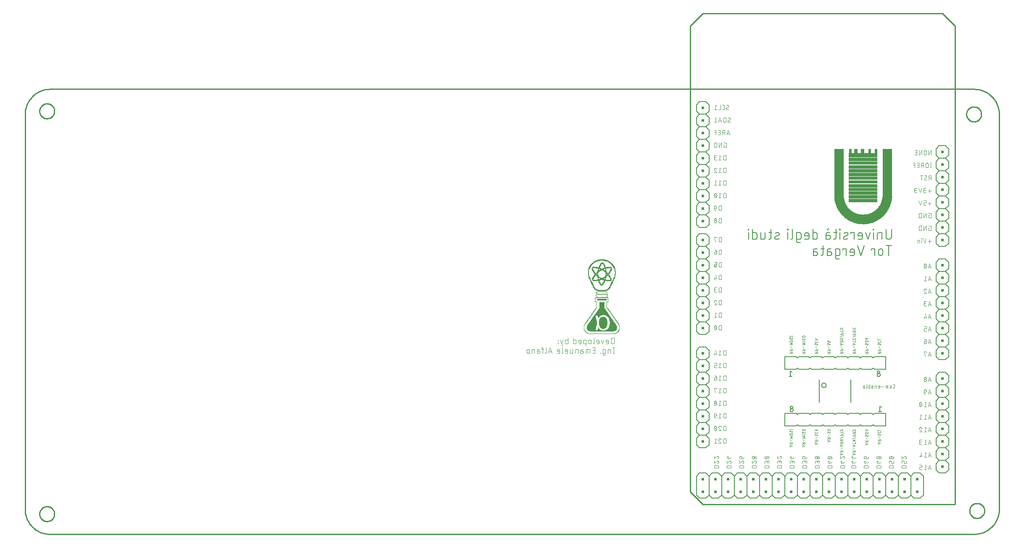
<source format=gbo>
G04 EAGLE Gerber RS-274X export*
G75*
%MOMM*%
%FSLAX34Y34*%
%LPD*%
%INBottom Silkscreen*%
%IPPOS*%
%AMOC8*
5,1,8,0,0,1.08239X$1,22.5*%
G01*
%ADD10C,0.050800*%
%ADD11R,0.300000X0.050000*%
%ADD12R,1.550000X0.050000*%
%ADD13R,2.250000X0.050000*%
%ADD14R,2.650000X0.050000*%
%ADD15R,3.050000X0.050000*%
%ADD16R,3.450000X0.050000*%
%ADD17R,3.700000X0.050000*%
%ADD18R,4.000000X0.050000*%
%ADD19R,4.300000X0.050000*%
%ADD20R,4.500000X0.050000*%
%ADD21R,4.700000X0.050000*%
%ADD22R,4.950000X0.050000*%
%ADD23R,5.150000X0.050000*%
%ADD24R,5.350000X0.050000*%
%ADD25R,5.550000X0.050000*%
%ADD26R,5.750000X0.050000*%
%ADD27R,5.900000X0.050000*%
%ADD28R,6.050000X0.050000*%
%ADD29R,6.250000X0.050000*%
%ADD30R,6.350000X0.050000*%
%ADD31R,6.500000X0.050000*%
%ADD32R,6.650000X0.050000*%
%ADD33R,6.800000X0.050000*%
%ADD34R,6.950000X0.050000*%
%ADD35R,7.050000X0.050000*%
%ADD36R,7.200000X0.050000*%
%ADD37R,7.350000X0.050000*%
%ADD38R,7.450000X0.050000*%
%ADD39R,7.550000X0.050000*%
%ADD40R,7.700000X0.050000*%
%ADD41R,7.800000X0.050000*%
%ADD42R,7.900000X0.050000*%
%ADD43R,8.000000X0.050000*%
%ADD44R,8.100000X0.050000*%
%ADD45R,8.200000X0.050000*%
%ADD46R,8.300000X0.050000*%
%ADD47R,8.450000X0.050000*%
%ADD48R,8.500000X0.050000*%
%ADD49R,4.250000X0.050000*%
%ADD50R,4.150000X0.050000*%
%ADD51R,3.650000X0.050000*%
%ADD52R,3.500000X0.050000*%
%ADD53R,3.350000X0.050000*%
%ADD54R,3.250000X0.050000*%
%ADD55R,3.150000X0.050000*%
%ADD56R,2.950000X0.050000*%
%ADD57R,2.900000X0.050000*%
%ADD58R,2.850000X0.050000*%
%ADD59R,2.800000X0.050000*%
%ADD60R,2.750000X0.050000*%
%ADD61R,2.700000X0.050000*%
%ADD62R,2.600000X0.050000*%
%ADD63R,2.550000X0.050000*%
%ADD64R,2.500000X0.050000*%
%ADD65R,2.450000X0.050000*%
%ADD66R,2.400000X0.050000*%
%ADD67R,2.350000X0.050000*%
%ADD68R,2.300000X0.050000*%
%ADD69R,2.200000X0.050000*%
%ADD70R,2.150000X0.050000*%
%ADD71R,2.100000X0.050000*%
%ADD72R,2.050000X0.050000*%
%ADD73R,2.000000X0.050000*%
%ADD74R,1.950000X0.050000*%
%ADD75R,1.900000X0.050000*%
%ADD76R,0.550000X0.050000*%
%ADD77R,0.700000X0.050000*%
%ADD78R,0.750000X0.050000*%
%ADD79R,1.850000X0.050000*%
%ADD80C,0.177800*%
%ADD81C,0.101600*%
%ADD82C,0.076200*%
%ADD83C,0.152400*%
%ADD84R,0.508000X0.508000*%
%ADD85C,0.254000*%
%ADD86C,0.127000*%
%ADD87R,5.400000X0.030000*%
%ADD88R,0.180000X0.030000*%
%ADD89R,0.150000X0.030000*%
%ADD90R,0.120000X0.030000*%
%ADD91R,0.090000X0.030000*%
%ADD92R,0.060000X0.030000*%
%ADD93R,4.860000X0.030000*%
%ADD94R,5.100000X0.030000*%
%ADD95R,5.280000X0.030000*%
%ADD96R,2.250000X0.030000*%
%ADD97R,2.910000X0.030000*%
%ADD98R,2.100000X0.030000*%
%ADD99R,2.730000X0.030000*%
%ADD100R,2.040000X0.030000*%
%ADD101R,0.720000X0.030000*%
%ADD102R,1.470000X0.030000*%
%ADD103R,1.980000X0.030000*%
%ADD104R,0.660000X0.030000*%
%ADD105R,1.530000X0.030000*%
%ADD106R,0.570000X0.030000*%
%ADD107R,1.560000X0.030000*%
%ADD108R,1.950000X0.030000*%
%ADD109R,0.540000X0.030000*%
%ADD110R,1.620000X0.030000*%
%ADD111R,0.510000X0.030000*%
%ADD112R,1.650000X0.030000*%
%ADD113R,1.890000X0.030000*%
%ADD114R,0.450000X0.030000*%
%ADD115R,0.390000X0.030000*%
%ADD116R,1.860000X0.030000*%
%ADD117R,0.360000X0.030000*%
%ADD118R,1.710000X0.030000*%
%ADD119R,0.330000X0.030000*%
%ADD120R,1.740000X0.030000*%
%ADD121R,0.030000X0.030000*%
%ADD122R,1.830000X0.030000*%
%ADD123R,0.300000X0.030000*%
%ADD124R,1.800000X0.030000*%
%ADD125R,0.240000X0.030000*%
%ADD126R,1.770000X0.030000*%
%ADD127R,0.420000X0.030000*%
%ADD128R,0.210000X0.030000*%
%ADD129R,0.600000X0.030000*%
%ADD130R,0.810000X0.030000*%
%ADD131R,0.900000X0.030000*%
%ADD132R,0.960000X0.030000*%
%ADD133R,1.020000X0.030000*%
%ADD134R,1.680000X0.030000*%
%ADD135R,1.080000X0.030000*%
%ADD136R,1.170000X0.030000*%
%ADD137R,1.200000X0.030000*%
%ADD138R,1.230000X0.030000*%
%ADD139R,1.920000X0.030000*%
%ADD140R,1.290000X0.030000*%
%ADD141R,1.590000X0.030000*%
%ADD142R,1.350000X0.030000*%
%ADD143R,1.380000X0.030000*%
%ADD144R,1.410000X0.030000*%
%ADD145R,1.500000X0.030000*%
%ADD146R,1.440000X0.030000*%
%ADD147R,1.320000X0.030000*%
%ADD148R,1.260000X0.030000*%
%ADD149R,1.140000X0.030000*%
%ADD150R,1.110000X0.030000*%
%ADD151R,0.990000X0.030000*%
%ADD152R,0.930000X0.030000*%
%ADD153R,0.870000X0.030000*%
%ADD154R,0.840000X0.030000*%
%ADD155R,0.780000X0.030000*%
%ADD156R,0.750000X0.030000*%
%ADD157R,0.690000X0.030000*%
%ADD158R,0.630000X0.030000*%
%ADD159R,1.050000X0.030000*%
%ADD160R,0.480000X0.030000*%
%ADD161R,0.270000X0.030000*%
%ADD162R,2.940000X0.030000*%
%ADD163R,2.880000X0.030000*%
%ADD164R,2.820000X0.030000*%
%ADD165R,2.760000X0.030000*%
%ADD166R,2.700000X0.030000*%
%ADD167R,2.640000X0.030000*%
%ADD168R,2.580000X0.030000*%
%ADD169R,2.520000X0.030000*%
%ADD170R,2.460000X0.030000*%
%ADD171R,2.400000X0.030000*%
%ADD172R,2.340000X0.030000*%
%ADD173R,2.280000X0.030000*%
%ADD174R,2.220000X0.030000*%
%ADD175R,2.160000X0.030000*%
%ADD176R,2.130000X0.030000*%
%ADD177R,2.370000X0.030000*%
%ADD178C,0.254000*%


D10*
X1718056Y183052D02*
X1723644Y184915D01*
X1718056Y186777D01*
X1719453Y186312D02*
X1719453Y183518D01*
X1718056Y189068D02*
X1723644Y189068D01*
X1723644Y190620D01*
X1723642Y190697D01*
X1723636Y190775D01*
X1723627Y190851D01*
X1723613Y190928D01*
X1723596Y191003D01*
X1723575Y191077D01*
X1723550Y191151D01*
X1723522Y191223D01*
X1723490Y191293D01*
X1723455Y191362D01*
X1723416Y191429D01*
X1723374Y191494D01*
X1723329Y191557D01*
X1723281Y191618D01*
X1723230Y191676D01*
X1723176Y191731D01*
X1723119Y191784D01*
X1723060Y191833D01*
X1722998Y191880D01*
X1722934Y191924D01*
X1722868Y191964D01*
X1722800Y192001D01*
X1722730Y192035D01*
X1722659Y192065D01*
X1722586Y192091D01*
X1722512Y192114D01*
X1722437Y192133D01*
X1722362Y192148D01*
X1722285Y192160D01*
X1722208Y192168D01*
X1722131Y192172D01*
X1722053Y192172D01*
X1721976Y192168D01*
X1721899Y192160D01*
X1721822Y192148D01*
X1721747Y192133D01*
X1721672Y192114D01*
X1721598Y192091D01*
X1721525Y192065D01*
X1721454Y192035D01*
X1721384Y192001D01*
X1721316Y191964D01*
X1721250Y191924D01*
X1721186Y191880D01*
X1721124Y191833D01*
X1721065Y191784D01*
X1721008Y191731D01*
X1720954Y191676D01*
X1720903Y191618D01*
X1720855Y191557D01*
X1720810Y191494D01*
X1720768Y191429D01*
X1720729Y191362D01*
X1720694Y191293D01*
X1720662Y191223D01*
X1720634Y191151D01*
X1720609Y191077D01*
X1720588Y191003D01*
X1720571Y190928D01*
X1720557Y190851D01*
X1720548Y190775D01*
X1720542Y190697D01*
X1720540Y190620D01*
X1720540Y189068D01*
X1720540Y190930D02*
X1718056Y192172D01*
X1720229Y194573D02*
X1720229Y198299D01*
X1718056Y202416D02*
X1718058Y202486D01*
X1718064Y202555D01*
X1718074Y202624D01*
X1718087Y202692D01*
X1718105Y202760D01*
X1718126Y202826D01*
X1718151Y202891D01*
X1718179Y202955D01*
X1718211Y203017D01*
X1718246Y203077D01*
X1718285Y203135D01*
X1718327Y203190D01*
X1718372Y203244D01*
X1718420Y203294D01*
X1718470Y203342D01*
X1718524Y203387D01*
X1718579Y203429D01*
X1718637Y203468D01*
X1718697Y203503D01*
X1718759Y203535D01*
X1718823Y203563D01*
X1718888Y203588D01*
X1718954Y203609D01*
X1719022Y203627D01*
X1719090Y203640D01*
X1719159Y203650D01*
X1719228Y203656D01*
X1719298Y203658D01*
X1718056Y202416D02*
X1718058Y202317D01*
X1718063Y202219D01*
X1718073Y202121D01*
X1718086Y202023D01*
X1718102Y201926D01*
X1718122Y201829D01*
X1718146Y201734D01*
X1718174Y201639D01*
X1718205Y201545D01*
X1718239Y201453D01*
X1718277Y201362D01*
X1718318Y201272D01*
X1718363Y201184D01*
X1718411Y201098D01*
X1718462Y201014D01*
X1718516Y200932D01*
X1718574Y200851D01*
X1718634Y200773D01*
X1718697Y200698D01*
X1718763Y200624D01*
X1718832Y200554D01*
X1722402Y200708D02*
X1722472Y200710D01*
X1722541Y200716D01*
X1722610Y200726D01*
X1722678Y200739D01*
X1722746Y200757D01*
X1722812Y200778D01*
X1722877Y200803D01*
X1722941Y200831D01*
X1723003Y200863D01*
X1723063Y200898D01*
X1723121Y200937D01*
X1723176Y200979D01*
X1723230Y201024D01*
X1723280Y201072D01*
X1723328Y201122D01*
X1723373Y201176D01*
X1723415Y201231D01*
X1723454Y201289D01*
X1723489Y201349D01*
X1723521Y201411D01*
X1723549Y201475D01*
X1723574Y201540D01*
X1723595Y201606D01*
X1723613Y201674D01*
X1723626Y201742D01*
X1723636Y201811D01*
X1723642Y201880D01*
X1723644Y201950D01*
X1723642Y202044D01*
X1723636Y202137D01*
X1723627Y202230D01*
X1723614Y202323D01*
X1723597Y202415D01*
X1723577Y202506D01*
X1723552Y202597D01*
X1723525Y202686D01*
X1723493Y202774D01*
X1723458Y202861D01*
X1723420Y202947D01*
X1723378Y203030D01*
X1723333Y203112D01*
X1723285Y203193D01*
X1723233Y203271D01*
X1723178Y203347D01*
X1721316Y201330D02*
X1721352Y201271D01*
X1721392Y201215D01*
X1721435Y201161D01*
X1721480Y201109D01*
X1721529Y201060D01*
X1721580Y201014D01*
X1721633Y200971D01*
X1721689Y200930D01*
X1721747Y200893D01*
X1721807Y200858D01*
X1721868Y200828D01*
X1721931Y200800D01*
X1721996Y200776D01*
X1722062Y200756D01*
X1722129Y200739D01*
X1722196Y200726D01*
X1722264Y200717D01*
X1722333Y200711D01*
X1722402Y200709D01*
X1720384Y203036D02*
X1720348Y203095D01*
X1720308Y203151D01*
X1720265Y203205D01*
X1720220Y203257D01*
X1720171Y203306D01*
X1720120Y203352D01*
X1720067Y203395D01*
X1720011Y203436D01*
X1719953Y203473D01*
X1719893Y203508D01*
X1719832Y203538D01*
X1719769Y203566D01*
X1719704Y203590D01*
X1719638Y203610D01*
X1719571Y203627D01*
X1719504Y203640D01*
X1719436Y203649D01*
X1719367Y203655D01*
X1719298Y203657D01*
X1720384Y203037D02*
X1721316Y201329D01*
X1718056Y207082D02*
X1718056Y208324D01*
X1718056Y207082D02*
X1718058Y207012D01*
X1718064Y206943D01*
X1718074Y206874D01*
X1718087Y206806D01*
X1718105Y206738D01*
X1718126Y206672D01*
X1718151Y206607D01*
X1718179Y206543D01*
X1718211Y206481D01*
X1718246Y206421D01*
X1718285Y206363D01*
X1718327Y206308D01*
X1718372Y206254D01*
X1718420Y206204D01*
X1718470Y206156D01*
X1718524Y206111D01*
X1718579Y206069D01*
X1718637Y206030D01*
X1718697Y205995D01*
X1718759Y205963D01*
X1718823Y205935D01*
X1718888Y205910D01*
X1718954Y205889D01*
X1719022Y205871D01*
X1719090Y205858D01*
X1719159Y205848D01*
X1719228Y205842D01*
X1719298Y205840D01*
X1722402Y205840D01*
X1722472Y205842D01*
X1722541Y205848D01*
X1722610Y205858D01*
X1722678Y205871D01*
X1722746Y205889D01*
X1722812Y205910D01*
X1722877Y205935D01*
X1722941Y205963D01*
X1723003Y205995D01*
X1723063Y206030D01*
X1723121Y206069D01*
X1723176Y206111D01*
X1723230Y206156D01*
X1723280Y206204D01*
X1723328Y206254D01*
X1723373Y206308D01*
X1723415Y206363D01*
X1723454Y206421D01*
X1723489Y206481D01*
X1723521Y206543D01*
X1723549Y206607D01*
X1723574Y206672D01*
X1723595Y206738D01*
X1723613Y206806D01*
X1723626Y206874D01*
X1723636Y206943D01*
X1723642Y207012D01*
X1723644Y207082D01*
X1723644Y208324D01*
X1723644Y210622D02*
X1718056Y210622D01*
X1718056Y213106D01*
X1698244Y182897D02*
X1692656Y181034D01*
X1692656Y184760D02*
X1698244Y182897D01*
X1694053Y184294D02*
X1694053Y181500D01*
X1692656Y187050D02*
X1698244Y187050D01*
X1698244Y188602D01*
X1698242Y188679D01*
X1698236Y188757D01*
X1698227Y188833D01*
X1698213Y188910D01*
X1698196Y188985D01*
X1698175Y189059D01*
X1698150Y189133D01*
X1698122Y189205D01*
X1698090Y189275D01*
X1698055Y189344D01*
X1698016Y189411D01*
X1697974Y189476D01*
X1697929Y189539D01*
X1697881Y189600D01*
X1697830Y189658D01*
X1697776Y189713D01*
X1697719Y189766D01*
X1697660Y189815D01*
X1697598Y189862D01*
X1697534Y189906D01*
X1697468Y189946D01*
X1697400Y189983D01*
X1697330Y190017D01*
X1697259Y190047D01*
X1697186Y190073D01*
X1697112Y190096D01*
X1697037Y190115D01*
X1696962Y190130D01*
X1696885Y190142D01*
X1696808Y190150D01*
X1696731Y190154D01*
X1696653Y190154D01*
X1696576Y190150D01*
X1696499Y190142D01*
X1696422Y190130D01*
X1696347Y190115D01*
X1696272Y190096D01*
X1696198Y190073D01*
X1696125Y190047D01*
X1696054Y190017D01*
X1695984Y189983D01*
X1695916Y189946D01*
X1695850Y189906D01*
X1695786Y189862D01*
X1695724Y189815D01*
X1695665Y189766D01*
X1695608Y189713D01*
X1695554Y189658D01*
X1695503Y189600D01*
X1695455Y189539D01*
X1695410Y189476D01*
X1695368Y189411D01*
X1695329Y189344D01*
X1695294Y189275D01*
X1695262Y189205D01*
X1695234Y189133D01*
X1695209Y189059D01*
X1695188Y188985D01*
X1695171Y188910D01*
X1695157Y188833D01*
X1695148Y188757D01*
X1695142Y188679D01*
X1695140Y188602D01*
X1695140Y187050D01*
X1695140Y188913D02*
X1692656Y190155D01*
X1694829Y192556D02*
X1694829Y196281D01*
X1692656Y200398D02*
X1692658Y200468D01*
X1692664Y200537D01*
X1692674Y200606D01*
X1692687Y200674D01*
X1692705Y200742D01*
X1692726Y200808D01*
X1692751Y200873D01*
X1692779Y200937D01*
X1692811Y200999D01*
X1692846Y201059D01*
X1692885Y201117D01*
X1692927Y201172D01*
X1692972Y201226D01*
X1693020Y201276D01*
X1693070Y201324D01*
X1693124Y201369D01*
X1693179Y201411D01*
X1693237Y201450D01*
X1693297Y201485D01*
X1693359Y201517D01*
X1693423Y201545D01*
X1693488Y201570D01*
X1693554Y201591D01*
X1693622Y201609D01*
X1693690Y201622D01*
X1693759Y201632D01*
X1693828Y201638D01*
X1693898Y201640D01*
X1692656Y200398D02*
X1692658Y200299D01*
X1692663Y200201D01*
X1692673Y200103D01*
X1692686Y200005D01*
X1692702Y199908D01*
X1692722Y199811D01*
X1692746Y199716D01*
X1692774Y199621D01*
X1692805Y199527D01*
X1692839Y199435D01*
X1692877Y199344D01*
X1692918Y199254D01*
X1692963Y199166D01*
X1693011Y199080D01*
X1693062Y198996D01*
X1693116Y198914D01*
X1693174Y198833D01*
X1693234Y198755D01*
X1693297Y198680D01*
X1693363Y198606D01*
X1693432Y198536D01*
X1697002Y198690D02*
X1697072Y198692D01*
X1697141Y198698D01*
X1697210Y198708D01*
X1697278Y198721D01*
X1697346Y198739D01*
X1697412Y198760D01*
X1697477Y198785D01*
X1697541Y198813D01*
X1697603Y198845D01*
X1697663Y198880D01*
X1697721Y198919D01*
X1697776Y198961D01*
X1697830Y199006D01*
X1697880Y199054D01*
X1697928Y199104D01*
X1697973Y199158D01*
X1698015Y199213D01*
X1698054Y199271D01*
X1698089Y199331D01*
X1698121Y199393D01*
X1698149Y199457D01*
X1698174Y199522D01*
X1698195Y199588D01*
X1698213Y199656D01*
X1698226Y199724D01*
X1698236Y199793D01*
X1698242Y199862D01*
X1698244Y199932D01*
X1698242Y200026D01*
X1698236Y200119D01*
X1698227Y200212D01*
X1698214Y200305D01*
X1698197Y200397D01*
X1698177Y200488D01*
X1698152Y200579D01*
X1698125Y200668D01*
X1698093Y200756D01*
X1698058Y200843D01*
X1698020Y200929D01*
X1697978Y201012D01*
X1697933Y201094D01*
X1697885Y201175D01*
X1697833Y201253D01*
X1697778Y201329D01*
X1695916Y199312D02*
X1695952Y199253D01*
X1695992Y199197D01*
X1696035Y199143D01*
X1696080Y199091D01*
X1696129Y199042D01*
X1696180Y198996D01*
X1696233Y198953D01*
X1696289Y198912D01*
X1696347Y198875D01*
X1696407Y198840D01*
X1696468Y198810D01*
X1696531Y198782D01*
X1696596Y198758D01*
X1696662Y198738D01*
X1696729Y198721D01*
X1696796Y198708D01*
X1696864Y198699D01*
X1696933Y198693D01*
X1697002Y198691D01*
X1694984Y201019D02*
X1694948Y201078D01*
X1694908Y201134D01*
X1694865Y201188D01*
X1694820Y201240D01*
X1694771Y201289D01*
X1694720Y201335D01*
X1694667Y201378D01*
X1694611Y201419D01*
X1694553Y201456D01*
X1694493Y201491D01*
X1694432Y201521D01*
X1694369Y201549D01*
X1694304Y201573D01*
X1694238Y201593D01*
X1694171Y201610D01*
X1694104Y201623D01*
X1694036Y201632D01*
X1693967Y201638D01*
X1693898Y201640D01*
X1694984Y201019D02*
X1695916Y199312D01*
X1698244Y204022D02*
X1692656Y204022D01*
X1698244Y204022D02*
X1698244Y205574D01*
X1698242Y205650D01*
X1698237Y205726D01*
X1698227Y205802D01*
X1698214Y205877D01*
X1698197Y205951D01*
X1698177Y206025D01*
X1698153Y206097D01*
X1698126Y206168D01*
X1698095Y206238D01*
X1698061Y206306D01*
X1698023Y206372D01*
X1697982Y206436D01*
X1697939Y206499D01*
X1697892Y206559D01*
X1697842Y206616D01*
X1697789Y206671D01*
X1697734Y206724D01*
X1697677Y206774D01*
X1697617Y206821D01*
X1697554Y206864D01*
X1697490Y206905D01*
X1697424Y206943D01*
X1697356Y206977D01*
X1697286Y207008D01*
X1697215Y207035D01*
X1697142Y207059D01*
X1697069Y207079D01*
X1696995Y207096D01*
X1696920Y207109D01*
X1696844Y207119D01*
X1696768Y207124D01*
X1696692Y207126D01*
X1694208Y207126D01*
X1694129Y207124D01*
X1694051Y207118D01*
X1693973Y207108D01*
X1693896Y207094D01*
X1693819Y207076D01*
X1693743Y207055D01*
X1693669Y207029D01*
X1693596Y207000D01*
X1693525Y206967D01*
X1693455Y206931D01*
X1693387Y206891D01*
X1693321Y206848D01*
X1693258Y206801D01*
X1693197Y206752D01*
X1693139Y206699D01*
X1693083Y206643D01*
X1693030Y206585D01*
X1692981Y206524D01*
X1692934Y206461D01*
X1692891Y206395D01*
X1692851Y206327D01*
X1692815Y206258D01*
X1692782Y206186D01*
X1692753Y206113D01*
X1692727Y206039D01*
X1692706Y205963D01*
X1692688Y205886D01*
X1692674Y205809D01*
X1692664Y205731D01*
X1692658Y205653D01*
X1692656Y205574D01*
X1692656Y204022D01*
X1692656Y209381D02*
X1698244Y211243D01*
X1692656Y213106D01*
X1694053Y212640D02*
X1694053Y209846D01*
X1672844Y162598D02*
X1667256Y160735D01*
X1667256Y164460D02*
X1672844Y162598D01*
X1668653Y163995D02*
X1668653Y161201D01*
X1667256Y166751D02*
X1672844Y166751D01*
X1672844Y168303D01*
X1672842Y168380D01*
X1672836Y168458D01*
X1672827Y168534D01*
X1672813Y168611D01*
X1672796Y168686D01*
X1672775Y168760D01*
X1672750Y168834D01*
X1672722Y168906D01*
X1672690Y168976D01*
X1672655Y169045D01*
X1672616Y169112D01*
X1672574Y169177D01*
X1672529Y169240D01*
X1672481Y169301D01*
X1672430Y169359D01*
X1672376Y169414D01*
X1672319Y169467D01*
X1672260Y169516D01*
X1672198Y169563D01*
X1672134Y169607D01*
X1672068Y169647D01*
X1672000Y169684D01*
X1671930Y169718D01*
X1671859Y169748D01*
X1671786Y169774D01*
X1671712Y169797D01*
X1671637Y169816D01*
X1671562Y169831D01*
X1671485Y169843D01*
X1671408Y169851D01*
X1671331Y169855D01*
X1671253Y169855D01*
X1671176Y169851D01*
X1671099Y169843D01*
X1671022Y169831D01*
X1670947Y169816D01*
X1670872Y169797D01*
X1670798Y169774D01*
X1670725Y169748D01*
X1670654Y169718D01*
X1670584Y169684D01*
X1670516Y169647D01*
X1670450Y169607D01*
X1670386Y169563D01*
X1670324Y169516D01*
X1670265Y169467D01*
X1670208Y169414D01*
X1670154Y169359D01*
X1670103Y169301D01*
X1670055Y169240D01*
X1670010Y169177D01*
X1669968Y169112D01*
X1669929Y169045D01*
X1669894Y168976D01*
X1669862Y168906D01*
X1669834Y168834D01*
X1669809Y168760D01*
X1669788Y168686D01*
X1669771Y168611D01*
X1669757Y168534D01*
X1669748Y168458D01*
X1669742Y168380D01*
X1669740Y168303D01*
X1669740Y166751D01*
X1669740Y168613D02*
X1667256Y169855D01*
X1669429Y172256D02*
X1669429Y175982D01*
X1667256Y178108D02*
X1672844Y179971D01*
X1667256Y181834D01*
X1668653Y181368D02*
X1668653Y178574D01*
X1667256Y185092D02*
X1672844Y185092D01*
X1672844Y186644D02*
X1672844Y183539D01*
X1667256Y188350D02*
X1672844Y192075D01*
X1672844Y188350D02*
X1667256Y192075D01*
X1666635Y193908D02*
X1673465Y196392D01*
X1672844Y198801D02*
X1667256Y198801D01*
X1672844Y198801D02*
X1672844Y200354D01*
X1672842Y200431D01*
X1672836Y200509D01*
X1672827Y200585D01*
X1672813Y200662D01*
X1672796Y200737D01*
X1672775Y200811D01*
X1672750Y200885D01*
X1672722Y200957D01*
X1672690Y201027D01*
X1672655Y201096D01*
X1672616Y201163D01*
X1672574Y201228D01*
X1672529Y201291D01*
X1672481Y201352D01*
X1672430Y201410D01*
X1672376Y201465D01*
X1672319Y201518D01*
X1672260Y201567D01*
X1672198Y201614D01*
X1672134Y201658D01*
X1672068Y201698D01*
X1672000Y201735D01*
X1671930Y201769D01*
X1671859Y201799D01*
X1671786Y201825D01*
X1671712Y201848D01*
X1671637Y201867D01*
X1671562Y201882D01*
X1671485Y201894D01*
X1671408Y201902D01*
X1671331Y201906D01*
X1671253Y201906D01*
X1671176Y201902D01*
X1671099Y201894D01*
X1671022Y201882D01*
X1670947Y201867D01*
X1670872Y201848D01*
X1670798Y201825D01*
X1670725Y201799D01*
X1670654Y201769D01*
X1670584Y201735D01*
X1670516Y201698D01*
X1670450Y201658D01*
X1670386Y201614D01*
X1670324Y201567D01*
X1670265Y201518D01*
X1670208Y201465D01*
X1670154Y201410D01*
X1670103Y201352D01*
X1670055Y201291D01*
X1670010Y201228D01*
X1669968Y201163D01*
X1669929Y201096D01*
X1669894Y201027D01*
X1669862Y200957D01*
X1669834Y200885D01*
X1669809Y200811D01*
X1669788Y200737D01*
X1669771Y200662D01*
X1669757Y200585D01*
X1669748Y200509D01*
X1669742Y200431D01*
X1669740Y200354D01*
X1669740Y198801D01*
X1667256Y204241D02*
X1672844Y204241D01*
X1672844Y205793D01*
X1672842Y205870D01*
X1672836Y205948D01*
X1672827Y206024D01*
X1672813Y206101D01*
X1672796Y206176D01*
X1672775Y206250D01*
X1672750Y206324D01*
X1672722Y206396D01*
X1672690Y206466D01*
X1672655Y206535D01*
X1672616Y206602D01*
X1672574Y206667D01*
X1672529Y206730D01*
X1672481Y206791D01*
X1672430Y206849D01*
X1672376Y206904D01*
X1672319Y206957D01*
X1672260Y207006D01*
X1672198Y207053D01*
X1672134Y207097D01*
X1672068Y207137D01*
X1672000Y207174D01*
X1671930Y207208D01*
X1671859Y207238D01*
X1671786Y207264D01*
X1671712Y207287D01*
X1671637Y207306D01*
X1671562Y207321D01*
X1671485Y207333D01*
X1671408Y207341D01*
X1671331Y207345D01*
X1671253Y207345D01*
X1671176Y207341D01*
X1671099Y207333D01*
X1671022Y207321D01*
X1670947Y207306D01*
X1670872Y207287D01*
X1670798Y207264D01*
X1670725Y207238D01*
X1670654Y207208D01*
X1670584Y207174D01*
X1670516Y207137D01*
X1670450Y207097D01*
X1670386Y207053D01*
X1670324Y207006D01*
X1670265Y206957D01*
X1670208Y206904D01*
X1670154Y206849D01*
X1670103Y206791D01*
X1670055Y206730D01*
X1670010Y206667D01*
X1669968Y206602D01*
X1669929Y206535D01*
X1669894Y206466D01*
X1669862Y206396D01*
X1669834Y206324D01*
X1669809Y206250D01*
X1669788Y206176D01*
X1669771Y206101D01*
X1669757Y206024D01*
X1669748Y205948D01*
X1669742Y205870D01*
X1669740Y205793D01*
X1669740Y204241D01*
X1669740Y206104D02*
X1667256Y207345D01*
X1667256Y209381D02*
X1672844Y213106D01*
X1672844Y209381D02*
X1667256Y213106D01*
X1647444Y162598D02*
X1641856Y160735D01*
X1641856Y164460D02*
X1647444Y162598D01*
X1643253Y163995D02*
X1643253Y161201D01*
X1641856Y166751D02*
X1647444Y166751D01*
X1647444Y168303D01*
X1647442Y168380D01*
X1647436Y168458D01*
X1647427Y168534D01*
X1647413Y168611D01*
X1647396Y168686D01*
X1647375Y168760D01*
X1647350Y168834D01*
X1647322Y168906D01*
X1647290Y168976D01*
X1647255Y169045D01*
X1647216Y169112D01*
X1647174Y169177D01*
X1647129Y169240D01*
X1647081Y169301D01*
X1647030Y169359D01*
X1646976Y169414D01*
X1646919Y169467D01*
X1646860Y169516D01*
X1646798Y169563D01*
X1646734Y169607D01*
X1646668Y169647D01*
X1646600Y169684D01*
X1646530Y169718D01*
X1646459Y169748D01*
X1646386Y169774D01*
X1646312Y169797D01*
X1646237Y169816D01*
X1646162Y169831D01*
X1646085Y169843D01*
X1646008Y169851D01*
X1645931Y169855D01*
X1645853Y169855D01*
X1645776Y169851D01*
X1645699Y169843D01*
X1645622Y169831D01*
X1645547Y169816D01*
X1645472Y169797D01*
X1645398Y169774D01*
X1645325Y169748D01*
X1645254Y169718D01*
X1645184Y169684D01*
X1645116Y169647D01*
X1645050Y169607D01*
X1644986Y169563D01*
X1644924Y169516D01*
X1644865Y169467D01*
X1644808Y169414D01*
X1644754Y169359D01*
X1644703Y169301D01*
X1644655Y169240D01*
X1644610Y169177D01*
X1644568Y169112D01*
X1644529Y169045D01*
X1644494Y168976D01*
X1644462Y168906D01*
X1644434Y168834D01*
X1644409Y168760D01*
X1644388Y168686D01*
X1644371Y168611D01*
X1644357Y168534D01*
X1644348Y168458D01*
X1644342Y168380D01*
X1644340Y168303D01*
X1644340Y166751D01*
X1644340Y168613D02*
X1641856Y169855D01*
X1644029Y172256D02*
X1644029Y175982D01*
X1641856Y178108D02*
X1647444Y179971D01*
X1641856Y181834D01*
X1643253Y181368D02*
X1643253Y178574D01*
X1641856Y184124D02*
X1647444Y184124D01*
X1647444Y185676D01*
X1647442Y185753D01*
X1647436Y185831D01*
X1647427Y185907D01*
X1647413Y185984D01*
X1647396Y186059D01*
X1647375Y186133D01*
X1647350Y186207D01*
X1647322Y186279D01*
X1647290Y186349D01*
X1647255Y186418D01*
X1647216Y186485D01*
X1647174Y186550D01*
X1647129Y186613D01*
X1647081Y186674D01*
X1647030Y186732D01*
X1646976Y186787D01*
X1646919Y186840D01*
X1646860Y186889D01*
X1646798Y186936D01*
X1646734Y186980D01*
X1646668Y187020D01*
X1646600Y187057D01*
X1646530Y187091D01*
X1646459Y187121D01*
X1646386Y187147D01*
X1646312Y187170D01*
X1646237Y187189D01*
X1646162Y187204D01*
X1646085Y187216D01*
X1646008Y187224D01*
X1645931Y187228D01*
X1645853Y187228D01*
X1645776Y187224D01*
X1645699Y187216D01*
X1645622Y187204D01*
X1645547Y187189D01*
X1645472Y187170D01*
X1645398Y187147D01*
X1645325Y187121D01*
X1645254Y187091D01*
X1645184Y187057D01*
X1645116Y187020D01*
X1645050Y186980D01*
X1644986Y186936D01*
X1644924Y186889D01*
X1644865Y186840D01*
X1644808Y186787D01*
X1644754Y186732D01*
X1644703Y186674D01*
X1644655Y186613D01*
X1644610Y186550D01*
X1644568Y186485D01*
X1644529Y186418D01*
X1644494Y186349D01*
X1644462Y186279D01*
X1644434Y186207D01*
X1644409Y186133D01*
X1644388Y186059D01*
X1644371Y185984D01*
X1644357Y185907D01*
X1644348Y185831D01*
X1644342Y185753D01*
X1644340Y185676D01*
X1644340Y184124D01*
X1644340Y185987D02*
X1641856Y187229D01*
X1641856Y189264D02*
X1647444Y192989D01*
X1647444Y189264D02*
X1641856Y192989D01*
X1641235Y194823D02*
X1648065Y197306D01*
X1647444Y199716D02*
X1641856Y199716D01*
X1647444Y199716D02*
X1647444Y201268D01*
X1647442Y201345D01*
X1647436Y201423D01*
X1647427Y201499D01*
X1647413Y201576D01*
X1647396Y201651D01*
X1647375Y201725D01*
X1647350Y201799D01*
X1647322Y201871D01*
X1647290Y201941D01*
X1647255Y202010D01*
X1647216Y202077D01*
X1647174Y202142D01*
X1647129Y202205D01*
X1647081Y202266D01*
X1647030Y202324D01*
X1646976Y202379D01*
X1646919Y202432D01*
X1646860Y202481D01*
X1646798Y202528D01*
X1646734Y202572D01*
X1646668Y202612D01*
X1646600Y202649D01*
X1646530Y202683D01*
X1646459Y202713D01*
X1646386Y202739D01*
X1646312Y202762D01*
X1646237Y202781D01*
X1646162Y202796D01*
X1646085Y202808D01*
X1646008Y202816D01*
X1645931Y202820D01*
X1645853Y202820D01*
X1645776Y202816D01*
X1645699Y202808D01*
X1645622Y202796D01*
X1645547Y202781D01*
X1645472Y202762D01*
X1645398Y202739D01*
X1645325Y202713D01*
X1645254Y202683D01*
X1645184Y202649D01*
X1645116Y202612D01*
X1645050Y202572D01*
X1644986Y202528D01*
X1644924Y202481D01*
X1644865Y202432D01*
X1644808Y202379D01*
X1644754Y202324D01*
X1644703Y202266D01*
X1644655Y202205D01*
X1644610Y202142D01*
X1644568Y202077D01*
X1644529Y202010D01*
X1644494Y201941D01*
X1644462Y201871D01*
X1644434Y201799D01*
X1644409Y201725D01*
X1644388Y201651D01*
X1644371Y201576D01*
X1644357Y201499D01*
X1644348Y201423D01*
X1644342Y201345D01*
X1644340Y201268D01*
X1644340Y199716D01*
X1641856Y206123D02*
X1647444Y206123D01*
X1647444Y204571D02*
X1647444Y207675D01*
X1647444Y213106D02*
X1641856Y209381D01*
X1641856Y213106D02*
X1647444Y209381D01*
X1622044Y189243D02*
X1616456Y187380D01*
X1616456Y191105D02*
X1622044Y189243D01*
X1617853Y190640D02*
X1617853Y187846D01*
X1616456Y193396D02*
X1622044Y193396D01*
X1622044Y194948D01*
X1622042Y195025D01*
X1622036Y195103D01*
X1622027Y195179D01*
X1622013Y195256D01*
X1621996Y195331D01*
X1621975Y195405D01*
X1621950Y195479D01*
X1621922Y195551D01*
X1621890Y195621D01*
X1621855Y195690D01*
X1621816Y195757D01*
X1621774Y195822D01*
X1621729Y195885D01*
X1621681Y195946D01*
X1621630Y196004D01*
X1621576Y196059D01*
X1621519Y196112D01*
X1621460Y196161D01*
X1621398Y196208D01*
X1621334Y196252D01*
X1621268Y196292D01*
X1621200Y196329D01*
X1621130Y196363D01*
X1621059Y196393D01*
X1620986Y196419D01*
X1620912Y196442D01*
X1620837Y196461D01*
X1620762Y196476D01*
X1620685Y196488D01*
X1620608Y196496D01*
X1620531Y196500D01*
X1620453Y196500D01*
X1620376Y196496D01*
X1620299Y196488D01*
X1620222Y196476D01*
X1620147Y196461D01*
X1620072Y196442D01*
X1619998Y196419D01*
X1619925Y196393D01*
X1619854Y196363D01*
X1619784Y196329D01*
X1619716Y196292D01*
X1619650Y196252D01*
X1619586Y196208D01*
X1619524Y196161D01*
X1619465Y196112D01*
X1619408Y196059D01*
X1619354Y196004D01*
X1619303Y195946D01*
X1619255Y195885D01*
X1619210Y195822D01*
X1619168Y195757D01*
X1619129Y195690D01*
X1619094Y195621D01*
X1619062Y195551D01*
X1619034Y195479D01*
X1619009Y195405D01*
X1618988Y195331D01*
X1618971Y195256D01*
X1618957Y195179D01*
X1618948Y195103D01*
X1618942Y195025D01*
X1618940Y194948D01*
X1618940Y193396D01*
X1618940Y195258D02*
X1616456Y196500D01*
X1618629Y198901D02*
X1618629Y202627D01*
X1616456Y206744D02*
X1616458Y206814D01*
X1616464Y206883D01*
X1616474Y206952D01*
X1616487Y207020D01*
X1616505Y207088D01*
X1616526Y207154D01*
X1616551Y207219D01*
X1616579Y207283D01*
X1616611Y207345D01*
X1616646Y207405D01*
X1616685Y207463D01*
X1616727Y207518D01*
X1616772Y207572D01*
X1616820Y207622D01*
X1616870Y207670D01*
X1616924Y207715D01*
X1616979Y207757D01*
X1617037Y207796D01*
X1617097Y207831D01*
X1617159Y207863D01*
X1617223Y207891D01*
X1617288Y207916D01*
X1617354Y207937D01*
X1617422Y207955D01*
X1617490Y207968D01*
X1617559Y207978D01*
X1617628Y207984D01*
X1617698Y207986D01*
X1616456Y206744D02*
X1616458Y206645D01*
X1616463Y206547D01*
X1616473Y206449D01*
X1616486Y206351D01*
X1616502Y206254D01*
X1616522Y206157D01*
X1616546Y206062D01*
X1616574Y205967D01*
X1616605Y205873D01*
X1616639Y205781D01*
X1616677Y205690D01*
X1616718Y205600D01*
X1616763Y205512D01*
X1616811Y205426D01*
X1616862Y205342D01*
X1616916Y205260D01*
X1616974Y205179D01*
X1617034Y205101D01*
X1617097Y205026D01*
X1617163Y204952D01*
X1617232Y204882D01*
X1620802Y205036D02*
X1620872Y205038D01*
X1620941Y205044D01*
X1621010Y205054D01*
X1621078Y205067D01*
X1621146Y205085D01*
X1621212Y205106D01*
X1621277Y205131D01*
X1621341Y205159D01*
X1621403Y205191D01*
X1621463Y205226D01*
X1621521Y205265D01*
X1621576Y205307D01*
X1621630Y205352D01*
X1621680Y205400D01*
X1621728Y205450D01*
X1621773Y205504D01*
X1621815Y205559D01*
X1621854Y205617D01*
X1621889Y205677D01*
X1621921Y205739D01*
X1621949Y205803D01*
X1621974Y205868D01*
X1621995Y205934D01*
X1622013Y206002D01*
X1622026Y206070D01*
X1622036Y206139D01*
X1622042Y206208D01*
X1622044Y206278D01*
X1622042Y206372D01*
X1622036Y206465D01*
X1622027Y206558D01*
X1622014Y206651D01*
X1621997Y206743D01*
X1621977Y206834D01*
X1621952Y206925D01*
X1621925Y207014D01*
X1621893Y207102D01*
X1621858Y207189D01*
X1621820Y207275D01*
X1621778Y207358D01*
X1621733Y207440D01*
X1621685Y207521D01*
X1621633Y207599D01*
X1621578Y207675D01*
X1619716Y205657D02*
X1619752Y205598D01*
X1619792Y205542D01*
X1619835Y205488D01*
X1619880Y205436D01*
X1619929Y205387D01*
X1619980Y205341D01*
X1620033Y205298D01*
X1620089Y205257D01*
X1620147Y205220D01*
X1620207Y205185D01*
X1620268Y205155D01*
X1620331Y205127D01*
X1620396Y205103D01*
X1620462Y205083D01*
X1620529Y205066D01*
X1620596Y205053D01*
X1620664Y205044D01*
X1620733Y205038D01*
X1620802Y205036D01*
X1618784Y207364D02*
X1618748Y207423D01*
X1618708Y207479D01*
X1618665Y207533D01*
X1618620Y207585D01*
X1618571Y207634D01*
X1618520Y207680D01*
X1618467Y207723D01*
X1618411Y207764D01*
X1618353Y207801D01*
X1618293Y207836D01*
X1618232Y207866D01*
X1618169Y207894D01*
X1618104Y207918D01*
X1618038Y207938D01*
X1617971Y207955D01*
X1617904Y207968D01*
X1617836Y207977D01*
X1617767Y207983D01*
X1617698Y207985D01*
X1618784Y207364D02*
X1619716Y205657D01*
X1616456Y211864D02*
X1616458Y211934D01*
X1616464Y212003D01*
X1616474Y212072D01*
X1616487Y212140D01*
X1616505Y212208D01*
X1616526Y212274D01*
X1616551Y212339D01*
X1616579Y212403D01*
X1616611Y212465D01*
X1616646Y212525D01*
X1616685Y212583D01*
X1616727Y212638D01*
X1616772Y212692D01*
X1616820Y212742D01*
X1616870Y212790D01*
X1616924Y212835D01*
X1616979Y212877D01*
X1617037Y212916D01*
X1617097Y212951D01*
X1617159Y212983D01*
X1617223Y213011D01*
X1617288Y213036D01*
X1617354Y213057D01*
X1617422Y213075D01*
X1617490Y213088D01*
X1617559Y213098D01*
X1617628Y213104D01*
X1617698Y213106D01*
X1616456Y211864D02*
X1616458Y211765D01*
X1616463Y211667D01*
X1616473Y211569D01*
X1616486Y211471D01*
X1616502Y211374D01*
X1616522Y211277D01*
X1616546Y211182D01*
X1616574Y211087D01*
X1616605Y210993D01*
X1616639Y210901D01*
X1616677Y210810D01*
X1616718Y210720D01*
X1616763Y210632D01*
X1616811Y210546D01*
X1616862Y210462D01*
X1616916Y210380D01*
X1616974Y210299D01*
X1617034Y210221D01*
X1617097Y210146D01*
X1617163Y210072D01*
X1617232Y210002D01*
X1620802Y210157D02*
X1620872Y210159D01*
X1620941Y210165D01*
X1621010Y210175D01*
X1621078Y210188D01*
X1621146Y210206D01*
X1621212Y210227D01*
X1621277Y210252D01*
X1621341Y210280D01*
X1621403Y210312D01*
X1621463Y210347D01*
X1621521Y210386D01*
X1621576Y210428D01*
X1621630Y210473D01*
X1621680Y210521D01*
X1621728Y210571D01*
X1621773Y210625D01*
X1621815Y210680D01*
X1621854Y210738D01*
X1621889Y210798D01*
X1621921Y210860D01*
X1621949Y210924D01*
X1621974Y210989D01*
X1621995Y211055D01*
X1622013Y211123D01*
X1622026Y211191D01*
X1622036Y211260D01*
X1622042Y211329D01*
X1622044Y211399D01*
X1622042Y211493D01*
X1622036Y211586D01*
X1622027Y211679D01*
X1622014Y211772D01*
X1621997Y211864D01*
X1621977Y211955D01*
X1621952Y212046D01*
X1621925Y212135D01*
X1621893Y212223D01*
X1621858Y212310D01*
X1621820Y212396D01*
X1621778Y212479D01*
X1621733Y212561D01*
X1621685Y212642D01*
X1621633Y212720D01*
X1621578Y212796D01*
X1619716Y210778D02*
X1619752Y210719D01*
X1619792Y210663D01*
X1619835Y210609D01*
X1619880Y210557D01*
X1619929Y210508D01*
X1619980Y210462D01*
X1620033Y210419D01*
X1620089Y210378D01*
X1620147Y210341D01*
X1620207Y210306D01*
X1620268Y210276D01*
X1620331Y210248D01*
X1620396Y210224D01*
X1620462Y210204D01*
X1620529Y210187D01*
X1620596Y210174D01*
X1620664Y210165D01*
X1620733Y210159D01*
X1620802Y210157D01*
X1618784Y212485D02*
X1618748Y212544D01*
X1618708Y212600D01*
X1618665Y212654D01*
X1618620Y212706D01*
X1618571Y212755D01*
X1618520Y212801D01*
X1618467Y212844D01*
X1618411Y212885D01*
X1618353Y212922D01*
X1618293Y212957D01*
X1618232Y212987D01*
X1618169Y213015D01*
X1618104Y213039D01*
X1618038Y213059D01*
X1617971Y213076D01*
X1617904Y213089D01*
X1617836Y213098D01*
X1617767Y213104D01*
X1617698Y213106D01*
X1618784Y212485D02*
X1619716Y210778D01*
X1596644Y184222D02*
X1591056Y182359D01*
X1591056Y186085D02*
X1596644Y184222D01*
X1592453Y185619D02*
X1592453Y182825D01*
X1591056Y188375D02*
X1596644Y188375D01*
X1596644Y189927D01*
X1596642Y190004D01*
X1596636Y190082D01*
X1596627Y190158D01*
X1596613Y190235D01*
X1596596Y190310D01*
X1596575Y190384D01*
X1596550Y190458D01*
X1596522Y190530D01*
X1596490Y190600D01*
X1596455Y190669D01*
X1596416Y190736D01*
X1596374Y190801D01*
X1596329Y190864D01*
X1596281Y190925D01*
X1596230Y190983D01*
X1596176Y191038D01*
X1596119Y191091D01*
X1596060Y191140D01*
X1595998Y191187D01*
X1595934Y191231D01*
X1595868Y191271D01*
X1595800Y191308D01*
X1595730Y191342D01*
X1595659Y191372D01*
X1595586Y191398D01*
X1595512Y191421D01*
X1595437Y191440D01*
X1595362Y191455D01*
X1595285Y191467D01*
X1595208Y191475D01*
X1595131Y191479D01*
X1595053Y191479D01*
X1594976Y191475D01*
X1594899Y191467D01*
X1594822Y191455D01*
X1594747Y191440D01*
X1594672Y191421D01*
X1594598Y191398D01*
X1594525Y191372D01*
X1594454Y191342D01*
X1594384Y191308D01*
X1594316Y191271D01*
X1594250Y191231D01*
X1594186Y191187D01*
X1594124Y191140D01*
X1594065Y191091D01*
X1594008Y191038D01*
X1593954Y190983D01*
X1593903Y190925D01*
X1593855Y190864D01*
X1593810Y190801D01*
X1593768Y190736D01*
X1593729Y190669D01*
X1593694Y190600D01*
X1593662Y190530D01*
X1593634Y190458D01*
X1593609Y190384D01*
X1593588Y190310D01*
X1593571Y190235D01*
X1593557Y190158D01*
X1593548Y190082D01*
X1593542Y190004D01*
X1593540Y189927D01*
X1593540Y188375D01*
X1593540Y190238D02*
X1591056Y191479D01*
X1593229Y193881D02*
X1593229Y197606D01*
X1591056Y201723D02*
X1591058Y201793D01*
X1591064Y201862D01*
X1591074Y201931D01*
X1591087Y201999D01*
X1591105Y202067D01*
X1591126Y202133D01*
X1591151Y202198D01*
X1591179Y202262D01*
X1591211Y202324D01*
X1591246Y202384D01*
X1591285Y202442D01*
X1591327Y202497D01*
X1591372Y202551D01*
X1591420Y202601D01*
X1591470Y202649D01*
X1591524Y202694D01*
X1591579Y202736D01*
X1591637Y202775D01*
X1591697Y202810D01*
X1591759Y202842D01*
X1591823Y202870D01*
X1591888Y202895D01*
X1591954Y202916D01*
X1592022Y202934D01*
X1592090Y202947D01*
X1592159Y202957D01*
X1592228Y202963D01*
X1592298Y202965D01*
X1591056Y201723D02*
X1591058Y201624D01*
X1591063Y201526D01*
X1591073Y201428D01*
X1591086Y201330D01*
X1591102Y201233D01*
X1591122Y201136D01*
X1591146Y201041D01*
X1591174Y200946D01*
X1591205Y200852D01*
X1591239Y200760D01*
X1591277Y200669D01*
X1591318Y200579D01*
X1591363Y200491D01*
X1591411Y200405D01*
X1591462Y200321D01*
X1591516Y200239D01*
X1591574Y200158D01*
X1591634Y200080D01*
X1591697Y200005D01*
X1591763Y199931D01*
X1591832Y199861D01*
X1595402Y200015D02*
X1595472Y200017D01*
X1595541Y200023D01*
X1595610Y200033D01*
X1595678Y200046D01*
X1595746Y200064D01*
X1595812Y200085D01*
X1595877Y200110D01*
X1595941Y200138D01*
X1596003Y200170D01*
X1596063Y200205D01*
X1596121Y200244D01*
X1596176Y200286D01*
X1596230Y200331D01*
X1596280Y200379D01*
X1596328Y200429D01*
X1596373Y200483D01*
X1596415Y200538D01*
X1596454Y200596D01*
X1596489Y200656D01*
X1596521Y200718D01*
X1596549Y200782D01*
X1596574Y200847D01*
X1596595Y200913D01*
X1596613Y200981D01*
X1596626Y201049D01*
X1596636Y201118D01*
X1596642Y201187D01*
X1596644Y201257D01*
X1596642Y201351D01*
X1596636Y201444D01*
X1596627Y201537D01*
X1596614Y201630D01*
X1596597Y201722D01*
X1596577Y201813D01*
X1596552Y201904D01*
X1596525Y201993D01*
X1596493Y202081D01*
X1596458Y202168D01*
X1596420Y202254D01*
X1596378Y202337D01*
X1596333Y202419D01*
X1596285Y202500D01*
X1596233Y202578D01*
X1596178Y202654D01*
X1594316Y200637D02*
X1594352Y200578D01*
X1594392Y200522D01*
X1594435Y200468D01*
X1594480Y200416D01*
X1594529Y200367D01*
X1594580Y200321D01*
X1594633Y200278D01*
X1594689Y200237D01*
X1594747Y200200D01*
X1594807Y200165D01*
X1594868Y200135D01*
X1594931Y200107D01*
X1594996Y200083D01*
X1595062Y200063D01*
X1595129Y200046D01*
X1595196Y200033D01*
X1595264Y200024D01*
X1595333Y200018D01*
X1595402Y200016D01*
X1593384Y202344D02*
X1593348Y202403D01*
X1593308Y202459D01*
X1593265Y202513D01*
X1593220Y202565D01*
X1593171Y202614D01*
X1593120Y202660D01*
X1593067Y202703D01*
X1593011Y202744D01*
X1592953Y202781D01*
X1592893Y202816D01*
X1592832Y202846D01*
X1592769Y202874D01*
X1592704Y202898D01*
X1592638Y202918D01*
X1592571Y202935D01*
X1592504Y202948D01*
X1592436Y202957D01*
X1592367Y202963D01*
X1592298Y202965D01*
X1593384Y202344D02*
X1594316Y200636D01*
X1591056Y206389D02*
X1591056Y207631D01*
X1591056Y206389D02*
X1591058Y206319D01*
X1591064Y206250D01*
X1591074Y206181D01*
X1591087Y206113D01*
X1591105Y206045D01*
X1591126Y205979D01*
X1591151Y205914D01*
X1591179Y205850D01*
X1591211Y205788D01*
X1591246Y205728D01*
X1591285Y205670D01*
X1591327Y205615D01*
X1591372Y205561D01*
X1591420Y205511D01*
X1591470Y205463D01*
X1591524Y205418D01*
X1591579Y205376D01*
X1591637Y205337D01*
X1591697Y205302D01*
X1591759Y205270D01*
X1591823Y205242D01*
X1591888Y205217D01*
X1591954Y205196D01*
X1592022Y205178D01*
X1592090Y205165D01*
X1592159Y205155D01*
X1592228Y205149D01*
X1592298Y205147D01*
X1592298Y205148D02*
X1595402Y205148D01*
X1595402Y205147D02*
X1595472Y205149D01*
X1595541Y205155D01*
X1595610Y205165D01*
X1595678Y205178D01*
X1595746Y205196D01*
X1595812Y205217D01*
X1595877Y205242D01*
X1595941Y205270D01*
X1596003Y205302D01*
X1596063Y205337D01*
X1596121Y205376D01*
X1596176Y205418D01*
X1596230Y205463D01*
X1596280Y205511D01*
X1596328Y205561D01*
X1596373Y205615D01*
X1596415Y205670D01*
X1596454Y205728D01*
X1596489Y205788D01*
X1596521Y205850D01*
X1596549Y205914D01*
X1596574Y205979D01*
X1596595Y206045D01*
X1596613Y206113D01*
X1596626Y206181D01*
X1596636Y206250D01*
X1596642Y206319D01*
X1596644Y206389D01*
X1596644Y207631D01*
X1596644Y210002D02*
X1591056Y210002D01*
X1593229Y210002D02*
X1596644Y213106D01*
X1594471Y211243D02*
X1591056Y213106D01*
X1571244Y179184D02*
X1565656Y177322D01*
X1565656Y181047D02*
X1571244Y179184D01*
X1567053Y180581D02*
X1567053Y177787D01*
X1565656Y183337D02*
X1571244Y183337D01*
X1571244Y184890D01*
X1571242Y184967D01*
X1571236Y185045D01*
X1571227Y185121D01*
X1571213Y185198D01*
X1571196Y185273D01*
X1571175Y185347D01*
X1571150Y185421D01*
X1571122Y185493D01*
X1571090Y185563D01*
X1571055Y185632D01*
X1571016Y185699D01*
X1570974Y185764D01*
X1570929Y185827D01*
X1570881Y185888D01*
X1570830Y185946D01*
X1570776Y186001D01*
X1570719Y186054D01*
X1570660Y186103D01*
X1570598Y186150D01*
X1570534Y186194D01*
X1570468Y186234D01*
X1570400Y186271D01*
X1570330Y186305D01*
X1570259Y186335D01*
X1570186Y186361D01*
X1570112Y186384D01*
X1570037Y186403D01*
X1569962Y186418D01*
X1569885Y186430D01*
X1569808Y186438D01*
X1569731Y186442D01*
X1569653Y186442D01*
X1569576Y186438D01*
X1569499Y186430D01*
X1569422Y186418D01*
X1569347Y186403D01*
X1569272Y186384D01*
X1569198Y186361D01*
X1569125Y186335D01*
X1569054Y186305D01*
X1568984Y186271D01*
X1568916Y186234D01*
X1568850Y186194D01*
X1568786Y186150D01*
X1568724Y186103D01*
X1568665Y186054D01*
X1568608Y186001D01*
X1568554Y185946D01*
X1568503Y185888D01*
X1568455Y185827D01*
X1568410Y185764D01*
X1568368Y185699D01*
X1568329Y185632D01*
X1568294Y185563D01*
X1568262Y185493D01*
X1568234Y185421D01*
X1568209Y185347D01*
X1568188Y185273D01*
X1568171Y185198D01*
X1568157Y185121D01*
X1568148Y185045D01*
X1568142Y184967D01*
X1568140Y184890D01*
X1568140Y183337D01*
X1568140Y185200D02*
X1565656Y186442D01*
X1567829Y188843D02*
X1567829Y192568D01*
X1565656Y195244D02*
X1571244Y195244D01*
X1568140Y197106D01*
X1571244Y198969D01*
X1565656Y198969D01*
X1565656Y202044D02*
X1571244Y202044D01*
X1565656Y201423D02*
X1565656Y202665D01*
X1571244Y202665D02*
X1571244Y201423D01*
X1565656Y206561D02*
X1565658Y206631D01*
X1565664Y206700D01*
X1565674Y206769D01*
X1565687Y206837D01*
X1565705Y206905D01*
X1565726Y206971D01*
X1565751Y207036D01*
X1565779Y207100D01*
X1565811Y207162D01*
X1565846Y207222D01*
X1565885Y207280D01*
X1565927Y207335D01*
X1565972Y207389D01*
X1566020Y207439D01*
X1566070Y207487D01*
X1566124Y207532D01*
X1566179Y207574D01*
X1566237Y207613D01*
X1566297Y207648D01*
X1566359Y207680D01*
X1566423Y207708D01*
X1566488Y207733D01*
X1566554Y207754D01*
X1566622Y207772D01*
X1566690Y207785D01*
X1566759Y207795D01*
X1566828Y207801D01*
X1566898Y207803D01*
X1565656Y206561D02*
X1565658Y206462D01*
X1565663Y206364D01*
X1565673Y206266D01*
X1565686Y206168D01*
X1565702Y206071D01*
X1565722Y205974D01*
X1565746Y205879D01*
X1565774Y205784D01*
X1565805Y205690D01*
X1565839Y205598D01*
X1565877Y205507D01*
X1565918Y205417D01*
X1565963Y205329D01*
X1566011Y205243D01*
X1566062Y205159D01*
X1566116Y205077D01*
X1566174Y204996D01*
X1566234Y204918D01*
X1566297Y204843D01*
X1566363Y204769D01*
X1566432Y204699D01*
X1570002Y204853D02*
X1570072Y204855D01*
X1570141Y204861D01*
X1570210Y204871D01*
X1570278Y204884D01*
X1570346Y204902D01*
X1570412Y204923D01*
X1570477Y204948D01*
X1570541Y204976D01*
X1570603Y205008D01*
X1570663Y205043D01*
X1570721Y205082D01*
X1570776Y205124D01*
X1570830Y205169D01*
X1570880Y205217D01*
X1570928Y205267D01*
X1570973Y205321D01*
X1571015Y205376D01*
X1571054Y205434D01*
X1571089Y205494D01*
X1571121Y205556D01*
X1571149Y205620D01*
X1571174Y205685D01*
X1571195Y205751D01*
X1571213Y205819D01*
X1571226Y205887D01*
X1571236Y205956D01*
X1571242Y206025D01*
X1571244Y206095D01*
X1571242Y206189D01*
X1571236Y206282D01*
X1571227Y206375D01*
X1571214Y206468D01*
X1571197Y206560D01*
X1571177Y206651D01*
X1571152Y206742D01*
X1571125Y206831D01*
X1571093Y206919D01*
X1571058Y207006D01*
X1571020Y207092D01*
X1570978Y207175D01*
X1570933Y207257D01*
X1570885Y207338D01*
X1570833Y207416D01*
X1570778Y207492D01*
X1568916Y205475D02*
X1568952Y205416D01*
X1568992Y205360D01*
X1569035Y205306D01*
X1569080Y205254D01*
X1569129Y205205D01*
X1569180Y205159D01*
X1569233Y205116D01*
X1569289Y205075D01*
X1569347Y205038D01*
X1569407Y205003D01*
X1569468Y204973D01*
X1569531Y204945D01*
X1569596Y204921D01*
X1569662Y204901D01*
X1569729Y204884D01*
X1569796Y204871D01*
X1569864Y204862D01*
X1569933Y204856D01*
X1570002Y204854D01*
X1567984Y207181D02*
X1567948Y207240D01*
X1567908Y207296D01*
X1567865Y207350D01*
X1567820Y207402D01*
X1567771Y207451D01*
X1567720Y207497D01*
X1567667Y207540D01*
X1567611Y207581D01*
X1567553Y207618D01*
X1567493Y207653D01*
X1567432Y207683D01*
X1567369Y207711D01*
X1567304Y207735D01*
X1567238Y207755D01*
X1567171Y207772D01*
X1567104Y207785D01*
X1567036Y207794D01*
X1566967Y207800D01*
X1566898Y207802D01*
X1567984Y207182D02*
X1568916Y205474D01*
X1569692Y210002D02*
X1567208Y210002D01*
X1569692Y210002D02*
X1569769Y210004D01*
X1569847Y210010D01*
X1569923Y210019D01*
X1570000Y210033D01*
X1570075Y210050D01*
X1570149Y210071D01*
X1570223Y210096D01*
X1570295Y210124D01*
X1570365Y210156D01*
X1570434Y210191D01*
X1570501Y210230D01*
X1570566Y210272D01*
X1570629Y210317D01*
X1570690Y210365D01*
X1570748Y210416D01*
X1570803Y210470D01*
X1570856Y210527D01*
X1570905Y210586D01*
X1570952Y210648D01*
X1570996Y210712D01*
X1571036Y210778D01*
X1571073Y210846D01*
X1571107Y210916D01*
X1571137Y210987D01*
X1571163Y211060D01*
X1571186Y211134D01*
X1571205Y211209D01*
X1571220Y211284D01*
X1571232Y211361D01*
X1571240Y211438D01*
X1571244Y211515D01*
X1571244Y211593D01*
X1571240Y211670D01*
X1571232Y211747D01*
X1571220Y211824D01*
X1571205Y211899D01*
X1571186Y211974D01*
X1571163Y212048D01*
X1571137Y212121D01*
X1571107Y212192D01*
X1571073Y212262D01*
X1571036Y212330D01*
X1570996Y212396D01*
X1570952Y212460D01*
X1570905Y212522D01*
X1570856Y212581D01*
X1570803Y212638D01*
X1570748Y212692D01*
X1570690Y212743D01*
X1570629Y212791D01*
X1570566Y212836D01*
X1570501Y212878D01*
X1570434Y212917D01*
X1570365Y212952D01*
X1570295Y212984D01*
X1570223Y213012D01*
X1570149Y213037D01*
X1570075Y213058D01*
X1570000Y213075D01*
X1569923Y213089D01*
X1569847Y213098D01*
X1569769Y213104D01*
X1569692Y213106D01*
X1567208Y213106D01*
X1567131Y213104D01*
X1567053Y213098D01*
X1566977Y213089D01*
X1566900Y213075D01*
X1566825Y213058D01*
X1566751Y213037D01*
X1566677Y213012D01*
X1566605Y212984D01*
X1566535Y212952D01*
X1566466Y212917D01*
X1566399Y212878D01*
X1566334Y212836D01*
X1566271Y212791D01*
X1566210Y212743D01*
X1566152Y212692D01*
X1566097Y212638D01*
X1566044Y212581D01*
X1565995Y212522D01*
X1565948Y212460D01*
X1565904Y212396D01*
X1565864Y212330D01*
X1565827Y212262D01*
X1565793Y212192D01*
X1565763Y212121D01*
X1565737Y212048D01*
X1565714Y211974D01*
X1565695Y211899D01*
X1565680Y211824D01*
X1565668Y211747D01*
X1565660Y211670D01*
X1565656Y211593D01*
X1565656Y211515D01*
X1565660Y211438D01*
X1565668Y211361D01*
X1565680Y211284D01*
X1565695Y211209D01*
X1565714Y211134D01*
X1565737Y211060D01*
X1565763Y210987D01*
X1565793Y210916D01*
X1565827Y210846D01*
X1565864Y210778D01*
X1565904Y210712D01*
X1565948Y210648D01*
X1565995Y210586D01*
X1566044Y210527D01*
X1566097Y210470D01*
X1566152Y210416D01*
X1566210Y210365D01*
X1566271Y210317D01*
X1566334Y210272D01*
X1566399Y210230D01*
X1566466Y210191D01*
X1566535Y210156D01*
X1566605Y210124D01*
X1566677Y210096D01*
X1566751Y210071D01*
X1566825Y210050D01*
X1566900Y210033D01*
X1566977Y210019D01*
X1567053Y210010D01*
X1567131Y210004D01*
X1567208Y210002D01*
X1545844Y179018D02*
X1540256Y177156D01*
X1540256Y180881D02*
X1545844Y179018D01*
X1541653Y180415D02*
X1541653Y177621D01*
X1540256Y183171D02*
X1545844Y183171D01*
X1545844Y184724D01*
X1545842Y184801D01*
X1545836Y184879D01*
X1545827Y184955D01*
X1545813Y185032D01*
X1545796Y185107D01*
X1545775Y185181D01*
X1545750Y185255D01*
X1545722Y185327D01*
X1545690Y185397D01*
X1545655Y185466D01*
X1545616Y185533D01*
X1545574Y185598D01*
X1545529Y185661D01*
X1545481Y185722D01*
X1545430Y185780D01*
X1545376Y185835D01*
X1545319Y185888D01*
X1545260Y185937D01*
X1545198Y185984D01*
X1545134Y186028D01*
X1545068Y186068D01*
X1545000Y186105D01*
X1544930Y186139D01*
X1544859Y186169D01*
X1544786Y186195D01*
X1544712Y186218D01*
X1544637Y186237D01*
X1544562Y186252D01*
X1544485Y186264D01*
X1544408Y186272D01*
X1544331Y186276D01*
X1544253Y186276D01*
X1544176Y186272D01*
X1544099Y186264D01*
X1544022Y186252D01*
X1543947Y186237D01*
X1543872Y186218D01*
X1543798Y186195D01*
X1543725Y186169D01*
X1543654Y186139D01*
X1543584Y186105D01*
X1543516Y186068D01*
X1543450Y186028D01*
X1543386Y185984D01*
X1543324Y185937D01*
X1543265Y185888D01*
X1543208Y185835D01*
X1543154Y185780D01*
X1543103Y185722D01*
X1543055Y185661D01*
X1543010Y185598D01*
X1542968Y185533D01*
X1542929Y185466D01*
X1542894Y185397D01*
X1542862Y185327D01*
X1542834Y185255D01*
X1542809Y185181D01*
X1542788Y185107D01*
X1542771Y185032D01*
X1542757Y184955D01*
X1542748Y184879D01*
X1542742Y184801D01*
X1542740Y184724D01*
X1542740Y183171D01*
X1542740Y185034D02*
X1540256Y186276D01*
X1542429Y188677D02*
X1542429Y192402D01*
X1540256Y195078D02*
X1545844Y195078D01*
X1542740Y196940D01*
X1545844Y198803D01*
X1540256Y198803D01*
X1541808Y201423D02*
X1544292Y201423D01*
X1544369Y201425D01*
X1544447Y201431D01*
X1544523Y201440D01*
X1544600Y201454D01*
X1544675Y201471D01*
X1544749Y201492D01*
X1544823Y201517D01*
X1544895Y201545D01*
X1544965Y201577D01*
X1545034Y201612D01*
X1545101Y201651D01*
X1545166Y201693D01*
X1545229Y201738D01*
X1545290Y201786D01*
X1545348Y201837D01*
X1545403Y201891D01*
X1545456Y201948D01*
X1545505Y202007D01*
X1545552Y202069D01*
X1545596Y202133D01*
X1545636Y202199D01*
X1545673Y202267D01*
X1545707Y202337D01*
X1545737Y202408D01*
X1545763Y202481D01*
X1545786Y202555D01*
X1545805Y202630D01*
X1545820Y202705D01*
X1545832Y202782D01*
X1545840Y202859D01*
X1545844Y202936D01*
X1545844Y203014D01*
X1545840Y203091D01*
X1545832Y203168D01*
X1545820Y203245D01*
X1545805Y203320D01*
X1545786Y203395D01*
X1545763Y203469D01*
X1545737Y203542D01*
X1545707Y203613D01*
X1545673Y203683D01*
X1545636Y203751D01*
X1545596Y203817D01*
X1545552Y203881D01*
X1545505Y203943D01*
X1545456Y204002D01*
X1545403Y204059D01*
X1545348Y204113D01*
X1545290Y204164D01*
X1545229Y204212D01*
X1545166Y204257D01*
X1545101Y204299D01*
X1545034Y204338D01*
X1544965Y204373D01*
X1544895Y204405D01*
X1544823Y204433D01*
X1544749Y204458D01*
X1544675Y204479D01*
X1544600Y204496D01*
X1544523Y204510D01*
X1544447Y204519D01*
X1544369Y204525D01*
X1544292Y204527D01*
X1544292Y204528D02*
X1541808Y204528D01*
X1541808Y204527D02*
X1541731Y204525D01*
X1541653Y204519D01*
X1541577Y204510D01*
X1541500Y204496D01*
X1541425Y204479D01*
X1541351Y204458D01*
X1541277Y204433D01*
X1541205Y204405D01*
X1541135Y204373D01*
X1541066Y204338D01*
X1540999Y204299D01*
X1540934Y204257D01*
X1540871Y204212D01*
X1540810Y204164D01*
X1540752Y204113D01*
X1540697Y204059D01*
X1540644Y204002D01*
X1540595Y203943D01*
X1540548Y203881D01*
X1540504Y203817D01*
X1540464Y203751D01*
X1540427Y203683D01*
X1540393Y203613D01*
X1540363Y203542D01*
X1540337Y203469D01*
X1540314Y203395D01*
X1540295Y203320D01*
X1540280Y203245D01*
X1540268Y203168D01*
X1540260Y203091D01*
X1540256Y203014D01*
X1540256Y202936D01*
X1540260Y202859D01*
X1540268Y202782D01*
X1540280Y202705D01*
X1540295Y202630D01*
X1540314Y202555D01*
X1540337Y202481D01*
X1540363Y202408D01*
X1540393Y202337D01*
X1540427Y202267D01*
X1540464Y202199D01*
X1540504Y202133D01*
X1540548Y202069D01*
X1540595Y202007D01*
X1540644Y201948D01*
X1540697Y201891D01*
X1540752Y201837D01*
X1540810Y201786D01*
X1540871Y201738D01*
X1540934Y201693D01*
X1540999Y201651D01*
X1541066Y201612D01*
X1541135Y201577D01*
X1541205Y201545D01*
X1541277Y201517D01*
X1541351Y201492D01*
X1541425Y201471D01*
X1541500Y201454D01*
X1541577Y201440D01*
X1541653Y201431D01*
X1541731Y201425D01*
X1541808Y201423D01*
X1540256Y208589D02*
X1540258Y208659D01*
X1540264Y208728D01*
X1540274Y208797D01*
X1540287Y208865D01*
X1540305Y208933D01*
X1540326Y208999D01*
X1540351Y209064D01*
X1540379Y209128D01*
X1540411Y209190D01*
X1540446Y209250D01*
X1540485Y209308D01*
X1540527Y209363D01*
X1540572Y209417D01*
X1540620Y209467D01*
X1540670Y209515D01*
X1540724Y209560D01*
X1540779Y209602D01*
X1540837Y209641D01*
X1540897Y209676D01*
X1540959Y209708D01*
X1541023Y209736D01*
X1541088Y209761D01*
X1541154Y209782D01*
X1541222Y209800D01*
X1541290Y209813D01*
X1541359Y209823D01*
X1541428Y209829D01*
X1541498Y209831D01*
X1540256Y208589D02*
X1540258Y208490D01*
X1540263Y208392D01*
X1540273Y208294D01*
X1540286Y208196D01*
X1540302Y208099D01*
X1540322Y208002D01*
X1540346Y207907D01*
X1540374Y207812D01*
X1540405Y207718D01*
X1540439Y207626D01*
X1540477Y207535D01*
X1540518Y207445D01*
X1540563Y207357D01*
X1540611Y207271D01*
X1540662Y207187D01*
X1540716Y207105D01*
X1540774Y207024D01*
X1540834Y206946D01*
X1540897Y206871D01*
X1540963Y206797D01*
X1541032Y206727D01*
X1544602Y206882D02*
X1544672Y206884D01*
X1544741Y206890D01*
X1544810Y206900D01*
X1544878Y206913D01*
X1544946Y206931D01*
X1545012Y206952D01*
X1545077Y206977D01*
X1545141Y207005D01*
X1545203Y207037D01*
X1545263Y207072D01*
X1545321Y207111D01*
X1545376Y207153D01*
X1545430Y207198D01*
X1545480Y207246D01*
X1545528Y207296D01*
X1545573Y207350D01*
X1545615Y207405D01*
X1545654Y207463D01*
X1545689Y207523D01*
X1545721Y207585D01*
X1545749Y207649D01*
X1545774Y207714D01*
X1545795Y207780D01*
X1545813Y207848D01*
X1545826Y207916D01*
X1545836Y207985D01*
X1545842Y208054D01*
X1545844Y208124D01*
X1545842Y208218D01*
X1545836Y208311D01*
X1545827Y208404D01*
X1545814Y208497D01*
X1545797Y208589D01*
X1545777Y208680D01*
X1545752Y208771D01*
X1545725Y208860D01*
X1545693Y208948D01*
X1545658Y209035D01*
X1545620Y209121D01*
X1545578Y209204D01*
X1545533Y209286D01*
X1545485Y209367D01*
X1545433Y209445D01*
X1545378Y209521D01*
X1543516Y207503D02*
X1543552Y207444D01*
X1543592Y207388D01*
X1543635Y207334D01*
X1543680Y207282D01*
X1543729Y207233D01*
X1543780Y207187D01*
X1543833Y207144D01*
X1543889Y207103D01*
X1543947Y207066D01*
X1544007Y207031D01*
X1544068Y207001D01*
X1544131Y206973D01*
X1544196Y206949D01*
X1544262Y206929D01*
X1544329Y206912D01*
X1544396Y206899D01*
X1544464Y206890D01*
X1544533Y206884D01*
X1544602Y206882D01*
X1542584Y209210D02*
X1542548Y209269D01*
X1542508Y209325D01*
X1542465Y209379D01*
X1542420Y209431D01*
X1542371Y209480D01*
X1542320Y209526D01*
X1542267Y209569D01*
X1542211Y209610D01*
X1542153Y209647D01*
X1542093Y209682D01*
X1542032Y209712D01*
X1541969Y209740D01*
X1541904Y209764D01*
X1541838Y209784D01*
X1541771Y209801D01*
X1541704Y209814D01*
X1541636Y209823D01*
X1541567Y209829D01*
X1541498Y209831D01*
X1542584Y209210D02*
X1543516Y207503D01*
X1545844Y212485D02*
X1540256Y212485D01*
X1540256Y211864D02*
X1540256Y213106D01*
X1545844Y213106D02*
X1545844Y211864D01*
X1718056Y366014D02*
X1723644Y366014D01*
X1723644Y367566D01*
X1723642Y367643D01*
X1723636Y367721D01*
X1723627Y367797D01*
X1723613Y367874D01*
X1723596Y367949D01*
X1723575Y368023D01*
X1723550Y368097D01*
X1723522Y368169D01*
X1723490Y368239D01*
X1723455Y368308D01*
X1723416Y368375D01*
X1723374Y368440D01*
X1723329Y368503D01*
X1723281Y368564D01*
X1723230Y368622D01*
X1723176Y368677D01*
X1723119Y368730D01*
X1723060Y368779D01*
X1722998Y368826D01*
X1722934Y368870D01*
X1722868Y368910D01*
X1722800Y368947D01*
X1722730Y368981D01*
X1722659Y369011D01*
X1722586Y369037D01*
X1722512Y369060D01*
X1722437Y369079D01*
X1722362Y369094D01*
X1722285Y369106D01*
X1722208Y369114D01*
X1722131Y369118D01*
X1722053Y369118D01*
X1721976Y369114D01*
X1721899Y369106D01*
X1721822Y369094D01*
X1721747Y369079D01*
X1721672Y369060D01*
X1721598Y369037D01*
X1721525Y369011D01*
X1721454Y368981D01*
X1721384Y368947D01*
X1721316Y368910D01*
X1721250Y368870D01*
X1721186Y368826D01*
X1721124Y368779D01*
X1721065Y368730D01*
X1721008Y368677D01*
X1720954Y368622D01*
X1720903Y368564D01*
X1720855Y368503D01*
X1720810Y368440D01*
X1720768Y368375D01*
X1720729Y368308D01*
X1720694Y368239D01*
X1720662Y368169D01*
X1720634Y368097D01*
X1720609Y368023D01*
X1720588Y367949D01*
X1720571Y367874D01*
X1720557Y367797D01*
X1720548Y367721D01*
X1720542Y367643D01*
X1720540Y367566D01*
X1720540Y366014D01*
X1720540Y367877D02*
X1718056Y369118D01*
X1718056Y371730D02*
X1723644Y371730D01*
X1723644Y373282D01*
X1723642Y373359D01*
X1723636Y373437D01*
X1723627Y373513D01*
X1723613Y373590D01*
X1723596Y373665D01*
X1723575Y373739D01*
X1723550Y373813D01*
X1723522Y373885D01*
X1723490Y373955D01*
X1723455Y374024D01*
X1723416Y374091D01*
X1723374Y374156D01*
X1723329Y374219D01*
X1723281Y374280D01*
X1723230Y374338D01*
X1723176Y374393D01*
X1723119Y374446D01*
X1723060Y374495D01*
X1722998Y374542D01*
X1722934Y374586D01*
X1722868Y374626D01*
X1722800Y374663D01*
X1722730Y374697D01*
X1722659Y374727D01*
X1722586Y374753D01*
X1722512Y374776D01*
X1722437Y374795D01*
X1722362Y374810D01*
X1722285Y374822D01*
X1722208Y374830D01*
X1722131Y374834D01*
X1722053Y374834D01*
X1721976Y374830D01*
X1721899Y374822D01*
X1721822Y374810D01*
X1721747Y374795D01*
X1721672Y374776D01*
X1721598Y374753D01*
X1721525Y374727D01*
X1721454Y374697D01*
X1721384Y374663D01*
X1721316Y374626D01*
X1721250Y374586D01*
X1721186Y374542D01*
X1721124Y374495D01*
X1721065Y374446D01*
X1721008Y374393D01*
X1720954Y374338D01*
X1720903Y374280D01*
X1720855Y374219D01*
X1720810Y374156D01*
X1720768Y374091D01*
X1720729Y374024D01*
X1720694Y373955D01*
X1720662Y373885D01*
X1720634Y373813D01*
X1720609Y373739D01*
X1720588Y373665D01*
X1720571Y373590D01*
X1720557Y373513D01*
X1720548Y373437D01*
X1720542Y373359D01*
X1720540Y373282D01*
X1720540Y371730D01*
X1720229Y377006D02*
X1720229Y380731D01*
X1718056Y384848D02*
X1718058Y384918D01*
X1718064Y384987D01*
X1718074Y385056D01*
X1718087Y385124D01*
X1718105Y385192D01*
X1718126Y385258D01*
X1718151Y385323D01*
X1718179Y385387D01*
X1718211Y385449D01*
X1718246Y385509D01*
X1718285Y385567D01*
X1718327Y385622D01*
X1718372Y385676D01*
X1718420Y385726D01*
X1718470Y385774D01*
X1718524Y385819D01*
X1718579Y385861D01*
X1718637Y385900D01*
X1718697Y385935D01*
X1718759Y385967D01*
X1718823Y385995D01*
X1718888Y386020D01*
X1718954Y386041D01*
X1719022Y386059D01*
X1719090Y386072D01*
X1719159Y386082D01*
X1719228Y386088D01*
X1719298Y386090D01*
X1718056Y384848D02*
X1718058Y384749D01*
X1718063Y384651D01*
X1718073Y384553D01*
X1718086Y384455D01*
X1718102Y384358D01*
X1718122Y384261D01*
X1718146Y384166D01*
X1718174Y384071D01*
X1718205Y383977D01*
X1718239Y383885D01*
X1718277Y383794D01*
X1718318Y383704D01*
X1718363Y383616D01*
X1718411Y383530D01*
X1718462Y383446D01*
X1718516Y383364D01*
X1718574Y383283D01*
X1718634Y383205D01*
X1718697Y383130D01*
X1718763Y383056D01*
X1718832Y382986D01*
X1722402Y383141D02*
X1722472Y383143D01*
X1722541Y383149D01*
X1722610Y383159D01*
X1722678Y383172D01*
X1722746Y383190D01*
X1722812Y383211D01*
X1722877Y383236D01*
X1722941Y383264D01*
X1723003Y383296D01*
X1723063Y383331D01*
X1723121Y383370D01*
X1723176Y383412D01*
X1723230Y383457D01*
X1723280Y383505D01*
X1723328Y383555D01*
X1723373Y383609D01*
X1723415Y383664D01*
X1723454Y383722D01*
X1723489Y383782D01*
X1723521Y383844D01*
X1723549Y383908D01*
X1723574Y383973D01*
X1723595Y384039D01*
X1723613Y384107D01*
X1723626Y384175D01*
X1723636Y384244D01*
X1723642Y384313D01*
X1723644Y384383D01*
X1723642Y384477D01*
X1723636Y384570D01*
X1723627Y384663D01*
X1723614Y384756D01*
X1723597Y384848D01*
X1723577Y384939D01*
X1723552Y385030D01*
X1723525Y385119D01*
X1723493Y385207D01*
X1723458Y385294D01*
X1723420Y385380D01*
X1723378Y385463D01*
X1723333Y385545D01*
X1723285Y385626D01*
X1723233Y385704D01*
X1723178Y385780D01*
X1721316Y383762D02*
X1721352Y383703D01*
X1721392Y383647D01*
X1721435Y383593D01*
X1721480Y383541D01*
X1721529Y383492D01*
X1721580Y383446D01*
X1721633Y383403D01*
X1721689Y383362D01*
X1721747Y383325D01*
X1721807Y383290D01*
X1721868Y383260D01*
X1721931Y383232D01*
X1721996Y383208D01*
X1722062Y383188D01*
X1722129Y383171D01*
X1722196Y383158D01*
X1722264Y383149D01*
X1722333Y383143D01*
X1722402Y383141D01*
X1720384Y385469D02*
X1720348Y385528D01*
X1720308Y385584D01*
X1720265Y385638D01*
X1720220Y385690D01*
X1720171Y385739D01*
X1720120Y385785D01*
X1720067Y385828D01*
X1720011Y385869D01*
X1719953Y385906D01*
X1719893Y385941D01*
X1719832Y385971D01*
X1719769Y385999D01*
X1719704Y386023D01*
X1719638Y386043D01*
X1719571Y386060D01*
X1719504Y386073D01*
X1719436Y386082D01*
X1719367Y386088D01*
X1719298Y386090D01*
X1720384Y385469D02*
X1721316Y383762D01*
X1718056Y389515D02*
X1718056Y390756D01*
X1718056Y389515D02*
X1718058Y389445D01*
X1718064Y389376D01*
X1718074Y389307D01*
X1718087Y389239D01*
X1718105Y389171D01*
X1718126Y389105D01*
X1718151Y389040D01*
X1718179Y388976D01*
X1718211Y388914D01*
X1718246Y388854D01*
X1718285Y388796D01*
X1718327Y388741D01*
X1718372Y388687D01*
X1718420Y388637D01*
X1718470Y388589D01*
X1718524Y388544D01*
X1718579Y388502D01*
X1718637Y388463D01*
X1718697Y388428D01*
X1718759Y388396D01*
X1718823Y388368D01*
X1718888Y388343D01*
X1718954Y388322D01*
X1719022Y388304D01*
X1719090Y388291D01*
X1719159Y388281D01*
X1719228Y388275D01*
X1719298Y388273D01*
X1722402Y388273D01*
X1722472Y388275D01*
X1722541Y388281D01*
X1722610Y388291D01*
X1722678Y388304D01*
X1722746Y388322D01*
X1722812Y388343D01*
X1722877Y388368D01*
X1722941Y388396D01*
X1723003Y388428D01*
X1723063Y388463D01*
X1723121Y388502D01*
X1723176Y388544D01*
X1723230Y388589D01*
X1723280Y388637D01*
X1723328Y388687D01*
X1723373Y388741D01*
X1723415Y388796D01*
X1723454Y388854D01*
X1723489Y388914D01*
X1723521Y388976D01*
X1723549Y389040D01*
X1723574Y389105D01*
X1723595Y389171D01*
X1723613Y389239D01*
X1723626Y389307D01*
X1723636Y389376D01*
X1723642Y389445D01*
X1723644Y389515D01*
X1723644Y390756D01*
X1723644Y393055D02*
X1718056Y393055D01*
X1718056Y395539D01*
X1698244Y366014D02*
X1692656Y366014D01*
X1698244Y366014D02*
X1698244Y367566D01*
X1698242Y367643D01*
X1698236Y367721D01*
X1698227Y367797D01*
X1698213Y367874D01*
X1698196Y367949D01*
X1698175Y368023D01*
X1698150Y368097D01*
X1698122Y368169D01*
X1698090Y368239D01*
X1698055Y368308D01*
X1698016Y368375D01*
X1697974Y368440D01*
X1697929Y368503D01*
X1697881Y368564D01*
X1697830Y368622D01*
X1697776Y368677D01*
X1697719Y368730D01*
X1697660Y368779D01*
X1697598Y368826D01*
X1697534Y368870D01*
X1697468Y368910D01*
X1697400Y368947D01*
X1697330Y368981D01*
X1697259Y369011D01*
X1697186Y369037D01*
X1697112Y369060D01*
X1697037Y369079D01*
X1696962Y369094D01*
X1696885Y369106D01*
X1696808Y369114D01*
X1696731Y369118D01*
X1696653Y369118D01*
X1696576Y369114D01*
X1696499Y369106D01*
X1696422Y369094D01*
X1696347Y369079D01*
X1696272Y369060D01*
X1696198Y369037D01*
X1696125Y369011D01*
X1696054Y368981D01*
X1695984Y368947D01*
X1695916Y368910D01*
X1695850Y368870D01*
X1695786Y368826D01*
X1695724Y368779D01*
X1695665Y368730D01*
X1695608Y368677D01*
X1695554Y368622D01*
X1695503Y368564D01*
X1695455Y368503D01*
X1695410Y368440D01*
X1695368Y368375D01*
X1695329Y368308D01*
X1695294Y368239D01*
X1695262Y368169D01*
X1695234Y368097D01*
X1695209Y368023D01*
X1695188Y367949D01*
X1695171Y367874D01*
X1695157Y367797D01*
X1695148Y367721D01*
X1695142Y367643D01*
X1695140Y367566D01*
X1695140Y366014D01*
X1695140Y367877D02*
X1692656Y369118D01*
X1692656Y371730D02*
X1698244Y371730D01*
X1698244Y373282D01*
X1698242Y373359D01*
X1698236Y373437D01*
X1698227Y373513D01*
X1698213Y373590D01*
X1698196Y373665D01*
X1698175Y373739D01*
X1698150Y373813D01*
X1698122Y373885D01*
X1698090Y373955D01*
X1698055Y374024D01*
X1698016Y374091D01*
X1697974Y374156D01*
X1697929Y374219D01*
X1697881Y374280D01*
X1697830Y374338D01*
X1697776Y374393D01*
X1697719Y374446D01*
X1697660Y374495D01*
X1697598Y374542D01*
X1697534Y374586D01*
X1697468Y374626D01*
X1697400Y374663D01*
X1697330Y374697D01*
X1697259Y374727D01*
X1697186Y374753D01*
X1697112Y374776D01*
X1697037Y374795D01*
X1696962Y374810D01*
X1696885Y374822D01*
X1696808Y374830D01*
X1696731Y374834D01*
X1696653Y374834D01*
X1696576Y374830D01*
X1696499Y374822D01*
X1696422Y374810D01*
X1696347Y374795D01*
X1696272Y374776D01*
X1696198Y374753D01*
X1696125Y374727D01*
X1696054Y374697D01*
X1695984Y374663D01*
X1695916Y374626D01*
X1695850Y374586D01*
X1695786Y374542D01*
X1695724Y374495D01*
X1695665Y374446D01*
X1695608Y374393D01*
X1695554Y374338D01*
X1695503Y374280D01*
X1695455Y374219D01*
X1695410Y374156D01*
X1695368Y374091D01*
X1695329Y374024D01*
X1695294Y373955D01*
X1695262Y373885D01*
X1695234Y373813D01*
X1695209Y373739D01*
X1695188Y373665D01*
X1695171Y373590D01*
X1695157Y373513D01*
X1695148Y373437D01*
X1695142Y373359D01*
X1695140Y373282D01*
X1695140Y371730D01*
X1694829Y377006D02*
X1694829Y380731D01*
X1692656Y384848D02*
X1692658Y384918D01*
X1692664Y384987D01*
X1692674Y385056D01*
X1692687Y385124D01*
X1692705Y385192D01*
X1692726Y385258D01*
X1692751Y385323D01*
X1692779Y385387D01*
X1692811Y385449D01*
X1692846Y385509D01*
X1692885Y385567D01*
X1692927Y385622D01*
X1692972Y385676D01*
X1693020Y385726D01*
X1693070Y385774D01*
X1693124Y385819D01*
X1693179Y385861D01*
X1693237Y385900D01*
X1693297Y385935D01*
X1693359Y385967D01*
X1693423Y385995D01*
X1693488Y386020D01*
X1693554Y386041D01*
X1693622Y386059D01*
X1693690Y386072D01*
X1693759Y386082D01*
X1693828Y386088D01*
X1693898Y386090D01*
X1692656Y384848D02*
X1692658Y384749D01*
X1692663Y384651D01*
X1692673Y384553D01*
X1692686Y384455D01*
X1692702Y384358D01*
X1692722Y384261D01*
X1692746Y384166D01*
X1692774Y384071D01*
X1692805Y383977D01*
X1692839Y383885D01*
X1692877Y383794D01*
X1692918Y383704D01*
X1692963Y383616D01*
X1693011Y383530D01*
X1693062Y383446D01*
X1693116Y383364D01*
X1693174Y383283D01*
X1693234Y383205D01*
X1693297Y383130D01*
X1693363Y383056D01*
X1693432Y382986D01*
X1697002Y383141D02*
X1697072Y383143D01*
X1697141Y383149D01*
X1697210Y383159D01*
X1697278Y383172D01*
X1697346Y383190D01*
X1697412Y383211D01*
X1697477Y383236D01*
X1697541Y383264D01*
X1697603Y383296D01*
X1697663Y383331D01*
X1697721Y383370D01*
X1697776Y383412D01*
X1697830Y383457D01*
X1697880Y383505D01*
X1697928Y383555D01*
X1697973Y383609D01*
X1698015Y383664D01*
X1698054Y383722D01*
X1698089Y383782D01*
X1698121Y383844D01*
X1698149Y383908D01*
X1698174Y383973D01*
X1698195Y384039D01*
X1698213Y384107D01*
X1698226Y384175D01*
X1698236Y384244D01*
X1698242Y384313D01*
X1698244Y384383D01*
X1698242Y384477D01*
X1698236Y384570D01*
X1698227Y384663D01*
X1698214Y384756D01*
X1698197Y384848D01*
X1698177Y384939D01*
X1698152Y385030D01*
X1698125Y385119D01*
X1698093Y385207D01*
X1698058Y385294D01*
X1698020Y385380D01*
X1697978Y385463D01*
X1697933Y385545D01*
X1697885Y385626D01*
X1697833Y385704D01*
X1697778Y385780D01*
X1695916Y383762D02*
X1695952Y383703D01*
X1695992Y383647D01*
X1696035Y383593D01*
X1696080Y383541D01*
X1696129Y383492D01*
X1696180Y383446D01*
X1696233Y383403D01*
X1696289Y383362D01*
X1696347Y383325D01*
X1696407Y383290D01*
X1696468Y383260D01*
X1696531Y383232D01*
X1696596Y383208D01*
X1696662Y383188D01*
X1696729Y383171D01*
X1696796Y383158D01*
X1696864Y383149D01*
X1696933Y383143D01*
X1697002Y383141D01*
X1694984Y385469D02*
X1694948Y385528D01*
X1694908Y385584D01*
X1694865Y385638D01*
X1694820Y385690D01*
X1694771Y385739D01*
X1694720Y385785D01*
X1694667Y385828D01*
X1694611Y385869D01*
X1694553Y385906D01*
X1694493Y385941D01*
X1694432Y385971D01*
X1694369Y385999D01*
X1694304Y386023D01*
X1694238Y386043D01*
X1694171Y386060D01*
X1694104Y386073D01*
X1694036Y386082D01*
X1693967Y386088D01*
X1693898Y386090D01*
X1694984Y385469D02*
X1695916Y383762D01*
X1698244Y388472D02*
X1692656Y388472D01*
X1698244Y388472D02*
X1698244Y390024D01*
X1698242Y390100D01*
X1698237Y390176D01*
X1698227Y390252D01*
X1698214Y390327D01*
X1698197Y390401D01*
X1698177Y390475D01*
X1698153Y390547D01*
X1698126Y390618D01*
X1698095Y390688D01*
X1698061Y390756D01*
X1698023Y390822D01*
X1697982Y390886D01*
X1697939Y390949D01*
X1697892Y391009D01*
X1697842Y391066D01*
X1697789Y391121D01*
X1697734Y391174D01*
X1697677Y391224D01*
X1697617Y391271D01*
X1697554Y391314D01*
X1697490Y391355D01*
X1697424Y391393D01*
X1697356Y391427D01*
X1697286Y391458D01*
X1697215Y391485D01*
X1697142Y391509D01*
X1697069Y391529D01*
X1696995Y391546D01*
X1696920Y391559D01*
X1696844Y391569D01*
X1696768Y391574D01*
X1696692Y391576D01*
X1694208Y391576D01*
X1694129Y391574D01*
X1694051Y391568D01*
X1693973Y391558D01*
X1693896Y391544D01*
X1693819Y391526D01*
X1693743Y391505D01*
X1693669Y391479D01*
X1693596Y391450D01*
X1693525Y391417D01*
X1693455Y391381D01*
X1693387Y391341D01*
X1693321Y391298D01*
X1693258Y391251D01*
X1693197Y391202D01*
X1693139Y391149D01*
X1693083Y391093D01*
X1693030Y391035D01*
X1692981Y390974D01*
X1692934Y390911D01*
X1692891Y390845D01*
X1692851Y390777D01*
X1692815Y390708D01*
X1692782Y390636D01*
X1692753Y390563D01*
X1692727Y390489D01*
X1692706Y390413D01*
X1692688Y390336D01*
X1692674Y390259D01*
X1692664Y390181D01*
X1692658Y390103D01*
X1692656Y390024D01*
X1692656Y388472D01*
X1692656Y393831D02*
X1698244Y395693D01*
X1692656Y397556D01*
X1694053Y397090D02*
X1694053Y394296D01*
X1672844Y366014D02*
X1667256Y366014D01*
X1672844Y366014D02*
X1672844Y367566D01*
X1672842Y367643D01*
X1672836Y367721D01*
X1672827Y367797D01*
X1672813Y367874D01*
X1672796Y367949D01*
X1672775Y368023D01*
X1672750Y368097D01*
X1672722Y368169D01*
X1672690Y368239D01*
X1672655Y368308D01*
X1672616Y368375D01*
X1672574Y368440D01*
X1672529Y368503D01*
X1672481Y368564D01*
X1672430Y368622D01*
X1672376Y368677D01*
X1672319Y368730D01*
X1672260Y368779D01*
X1672198Y368826D01*
X1672134Y368870D01*
X1672068Y368910D01*
X1672000Y368947D01*
X1671930Y368981D01*
X1671859Y369011D01*
X1671786Y369037D01*
X1671712Y369060D01*
X1671637Y369079D01*
X1671562Y369094D01*
X1671485Y369106D01*
X1671408Y369114D01*
X1671331Y369118D01*
X1671253Y369118D01*
X1671176Y369114D01*
X1671099Y369106D01*
X1671022Y369094D01*
X1670947Y369079D01*
X1670872Y369060D01*
X1670798Y369037D01*
X1670725Y369011D01*
X1670654Y368981D01*
X1670584Y368947D01*
X1670516Y368910D01*
X1670450Y368870D01*
X1670386Y368826D01*
X1670324Y368779D01*
X1670265Y368730D01*
X1670208Y368677D01*
X1670154Y368622D01*
X1670103Y368564D01*
X1670055Y368503D01*
X1670010Y368440D01*
X1669968Y368375D01*
X1669929Y368308D01*
X1669894Y368239D01*
X1669862Y368169D01*
X1669834Y368097D01*
X1669809Y368023D01*
X1669788Y367949D01*
X1669771Y367874D01*
X1669757Y367797D01*
X1669748Y367721D01*
X1669742Y367643D01*
X1669740Y367566D01*
X1669740Y366014D01*
X1669740Y367877D02*
X1667256Y369118D01*
X1667256Y371730D02*
X1672844Y371730D01*
X1672844Y373282D01*
X1672842Y373359D01*
X1672836Y373437D01*
X1672827Y373513D01*
X1672813Y373590D01*
X1672796Y373665D01*
X1672775Y373739D01*
X1672750Y373813D01*
X1672722Y373885D01*
X1672690Y373955D01*
X1672655Y374024D01*
X1672616Y374091D01*
X1672574Y374156D01*
X1672529Y374219D01*
X1672481Y374280D01*
X1672430Y374338D01*
X1672376Y374393D01*
X1672319Y374446D01*
X1672260Y374495D01*
X1672198Y374542D01*
X1672134Y374586D01*
X1672068Y374626D01*
X1672000Y374663D01*
X1671930Y374697D01*
X1671859Y374727D01*
X1671786Y374753D01*
X1671712Y374776D01*
X1671637Y374795D01*
X1671562Y374810D01*
X1671485Y374822D01*
X1671408Y374830D01*
X1671331Y374834D01*
X1671253Y374834D01*
X1671176Y374830D01*
X1671099Y374822D01*
X1671022Y374810D01*
X1670947Y374795D01*
X1670872Y374776D01*
X1670798Y374753D01*
X1670725Y374727D01*
X1670654Y374697D01*
X1670584Y374663D01*
X1670516Y374626D01*
X1670450Y374586D01*
X1670386Y374542D01*
X1670324Y374495D01*
X1670265Y374446D01*
X1670208Y374393D01*
X1670154Y374338D01*
X1670103Y374280D01*
X1670055Y374219D01*
X1670010Y374156D01*
X1669968Y374091D01*
X1669929Y374024D01*
X1669894Y373955D01*
X1669862Y373885D01*
X1669834Y373813D01*
X1669809Y373739D01*
X1669788Y373665D01*
X1669771Y373590D01*
X1669757Y373513D01*
X1669748Y373437D01*
X1669742Y373359D01*
X1669740Y373282D01*
X1669740Y371730D01*
X1669429Y377006D02*
X1669429Y380731D01*
X1667256Y382858D02*
X1672844Y384721D01*
X1667256Y386583D01*
X1668653Y386118D02*
X1668653Y383324D01*
X1667256Y389841D02*
X1672844Y389841D01*
X1672844Y388289D02*
X1672844Y391394D01*
X1672844Y396825D02*
X1667256Y393099D01*
X1667256Y396825D02*
X1672844Y393099D01*
X1673465Y401141D02*
X1666635Y398658D01*
X1667256Y403551D02*
X1672844Y403551D01*
X1672844Y405103D01*
X1672842Y405180D01*
X1672836Y405258D01*
X1672827Y405334D01*
X1672813Y405411D01*
X1672796Y405486D01*
X1672775Y405560D01*
X1672750Y405634D01*
X1672722Y405706D01*
X1672690Y405776D01*
X1672655Y405845D01*
X1672616Y405912D01*
X1672574Y405977D01*
X1672529Y406040D01*
X1672481Y406101D01*
X1672430Y406159D01*
X1672376Y406214D01*
X1672319Y406267D01*
X1672260Y406316D01*
X1672198Y406363D01*
X1672134Y406407D01*
X1672068Y406447D01*
X1672000Y406484D01*
X1671930Y406518D01*
X1671859Y406548D01*
X1671786Y406574D01*
X1671712Y406597D01*
X1671637Y406616D01*
X1671562Y406631D01*
X1671485Y406643D01*
X1671408Y406651D01*
X1671331Y406655D01*
X1671253Y406655D01*
X1671176Y406651D01*
X1671099Y406643D01*
X1671022Y406631D01*
X1670947Y406616D01*
X1670872Y406597D01*
X1670798Y406574D01*
X1670725Y406548D01*
X1670654Y406518D01*
X1670584Y406484D01*
X1670516Y406447D01*
X1670450Y406407D01*
X1670386Y406363D01*
X1670324Y406316D01*
X1670265Y406267D01*
X1670208Y406214D01*
X1670154Y406159D01*
X1670103Y406101D01*
X1670055Y406040D01*
X1670010Y405977D01*
X1669968Y405912D01*
X1669929Y405845D01*
X1669894Y405776D01*
X1669862Y405706D01*
X1669834Y405634D01*
X1669809Y405560D01*
X1669788Y405486D01*
X1669771Y405411D01*
X1669757Y405334D01*
X1669748Y405258D01*
X1669742Y405180D01*
X1669740Y405103D01*
X1669740Y403551D01*
X1667256Y408991D02*
X1672844Y408991D01*
X1672844Y410543D01*
X1672842Y410620D01*
X1672836Y410698D01*
X1672827Y410774D01*
X1672813Y410851D01*
X1672796Y410926D01*
X1672775Y411000D01*
X1672750Y411074D01*
X1672722Y411146D01*
X1672690Y411216D01*
X1672655Y411285D01*
X1672616Y411352D01*
X1672574Y411417D01*
X1672529Y411480D01*
X1672481Y411541D01*
X1672430Y411599D01*
X1672376Y411654D01*
X1672319Y411707D01*
X1672260Y411756D01*
X1672198Y411803D01*
X1672134Y411847D01*
X1672068Y411887D01*
X1672000Y411924D01*
X1671930Y411958D01*
X1671859Y411988D01*
X1671786Y412014D01*
X1671712Y412037D01*
X1671637Y412056D01*
X1671562Y412071D01*
X1671485Y412083D01*
X1671408Y412091D01*
X1671331Y412095D01*
X1671253Y412095D01*
X1671176Y412091D01*
X1671099Y412083D01*
X1671022Y412071D01*
X1670947Y412056D01*
X1670872Y412037D01*
X1670798Y412014D01*
X1670725Y411988D01*
X1670654Y411958D01*
X1670584Y411924D01*
X1670516Y411887D01*
X1670450Y411847D01*
X1670386Y411803D01*
X1670324Y411756D01*
X1670265Y411707D01*
X1670208Y411654D01*
X1670154Y411599D01*
X1670103Y411541D01*
X1670055Y411480D01*
X1670010Y411417D01*
X1669968Y411352D01*
X1669929Y411285D01*
X1669894Y411216D01*
X1669862Y411146D01*
X1669834Y411074D01*
X1669809Y411000D01*
X1669788Y410926D01*
X1669771Y410851D01*
X1669757Y410774D01*
X1669748Y410698D01*
X1669742Y410620D01*
X1669740Y410543D01*
X1669740Y408991D01*
X1669740Y410853D02*
X1667256Y412095D01*
X1667256Y414130D02*
X1672844Y417856D01*
X1672844Y414130D02*
X1667256Y417856D01*
X1647444Y366014D02*
X1641856Y366014D01*
X1647444Y366014D02*
X1647444Y367566D01*
X1647442Y367643D01*
X1647436Y367721D01*
X1647427Y367797D01*
X1647413Y367874D01*
X1647396Y367949D01*
X1647375Y368023D01*
X1647350Y368097D01*
X1647322Y368169D01*
X1647290Y368239D01*
X1647255Y368308D01*
X1647216Y368375D01*
X1647174Y368440D01*
X1647129Y368503D01*
X1647081Y368564D01*
X1647030Y368622D01*
X1646976Y368677D01*
X1646919Y368730D01*
X1646860Y368779D01*
X1646798Y368826D01*
X1646734Y368870D01*
X1646668Y368910D01*
X1646600Y368947D01*
X1646530Y368981D01*
X1646459Y369011D01*
X1646386Y369037D01*
X1646312Y369060D01*
X1646237Y369079D01*
X1646162Y369094D01*
X1646085Y369106D01*
X1646008Y369114D01*
X1645931Y369118D01*
X1645853Y369118D01*
X1645776Y369114D01*
X1645699Y369106D01*
X1645622Y369094D01*
X1645547Y369079D01*
X1645472Y369060D01*
X1645398Y369037D01*
X1645325Y369011D01*
X1645254Y368981D01*
X1645184Y368947D01*
X1645116Y368910D01*
X1645050Y368870D01*
X1644986Y368826D01*
X1644924Y368779D01*
X1644865Y368730D01*
X1644808Y368677D01*
X1644754Y368622D01*
X1644703Y368564D01*
X1644655Y368503D01*
X1644610Y368440D01*
X1644568Y368375D01*
X1644529Y368308D01*
X1644494Y368239D01*
X1644462Y368169D01*
X1644434Y368097D01*
X1644409Y368023D01*
X1644388Y367949D01*
X1644371Y367874D01*
X1644357Y367797D01*
X1644348Y367721D01*
X1644342Y367643D01*
X1644340Y367566D01*
X1644340Y366014D01*
X1644340Y367877D02*
X1641856Y369118D01*
X1641856Y371730D02*
X1647444Y371730D01*
X1647444Y373282D01*
X1647442Y373359D01*
X1647436Y373437D01*
X1647427Y373513D01*
X1647413Y373590D01*
X1647396Y373665D01*
X1647375Y373739D01*
X1647350Y373813D01*
X1647322Y373885D01*
X1647290Y373955D01*
X1647255Y374024D01*
X1647216Y374091D01*
X1647174Y374156D01*
X1647129Y374219D01*
X1647081Y374280D01*
X1647030Y374338D01*
X1646976Y374393D01*
X1646919Y374446D01*
X1646860Y374495D01*
X1646798Y374542D01*
X1646734Y374586D01*
X1646668Y374626D01*
X1646600Y374663D01*
X1646530Y374697D01*
X1646459Y374727D01*
X1646386Y374753D01*
X1646312Y374776D01*
X1646237Y374795D01*
X1646162Y374810D01*
X1646085Y374822D01*
X1646008Y374830D01*
X1645931Y374834D01*
X1645853Y374834D01*
X1645776Y374830D01*
X1645699Y374822D01*
X1645622Y374810D01*
X1645547Y374795D01*
X1645472Y374776D01*
X1645398Y374753D01*
X1645325Y374727D01*
X1645254Y374697D01*
X1645184Y374663D01*
X1645116Y374626D01*
X1645050Y374586D01*
X1644986Y374542D01*
X1644924Y374495D01*
X1644865Y374446D01*
X1644808Y374393D01*
X1644754Y374338D01*
X1644703Y374280D01*
X1644655Y374219D01*
X1644610Y374156D01*
X1644568Y374091D01*
X1644529Y374024D01*
X1644494Y373955D01*
X1644462Y373885D01*
X1644434Y373813D01*
X1644409Y373739D01*
X1644388Y373665D01*
X1644371Y373590D01*
X1644357Y373513D01*
X1644348Y373437D01*
X1644342Y373359D01*
X1644340Y373282D01*
X1644340Y371730D01*
X1644029Y377006D02*
X1644029Y380731D01*
X1641856Y382858D02*
X1647444Y384721D01*
X1641856Y386583D01*
X1643253Y386118D02*
X1643253Y383324D01*
X1641856Y388874D02*
X1647444Y388874D01*
X1647444Y390426D01*
X1647442Y390503D01*
X1647436Y390581D01*
X1647427Y390657D01*
X1647413Y390734D01*
X1647396Y390809D01*
X1647375Y390883D01*
X1647350Y390957D01*
X1647322Y391029D01*
X1647290Y391099D01*
X1647255Y391168D01*
X1647216Y391235D01*
X1647174Y391300D01*
X1647129Y391363D01*
X1647081Y391424D01*
X1647030Y391482D01*
X1646976Y391537D01*
X1646919Y391590D01*
X1646860Y391639D01*
X1646798Y391686D01*
X1646734Y391730D01*
X1646668Y391770D01*
X1646600Y391807D01*
X1646530Y391841D01*
X1646459Y391871D01*
X1646386Y391897D01*
X1646312Y391920D01*
X1646237Y391939D01*
X1646162Y391954D01*
X1646085Y391966D01*
X1646008Y391974D01*
X1645931Y391978D01*
X1645853Y391978D01*
X1645776Y391974D01*
X1645699Y391966D01*
X1645622Y391954D01*
X1645547Y391939D01*
X1645472Y391920D01*
X1645398Y391897D01*
X1645325Y391871D01*
X1645254Y391841D01*
X1645184Y391807D01*
X1645116Y391770D01*
X1645050Y391730D01*
X1644986Y391686D01*
X1644924Y391639D01*
X1644865Y391590D01*
X1644808Y391537D01*
X1644754Y391482D01*
X1644703Y391424D01*
X1644655Y391363D01*
X1644610Y391300D01*
X1644568Y391235D01*
X1644529Y391168D01*
X1644494Y391099D01*
X1644462Y391029D01*
X1644434Y390957D01*
X1644409Y390883D01*
X1644388Y390809D01*
X1644371Y390734D01*
X1644357Y390657D01*
X1644348Y390581D01*
X1644342Y390503D01*
X1644340Y390426D01*
X1644340Y388874D01*
X1644340Y390737D02*
X1641856Y391978D01*
X1641856Y394014D02*
X1647444Y397739D01*
X1647444Y394014D02*
X1641856Y397739D01*
X1641235Y399572D02*
X1648065Y402056D01*
X1647444Y404465D02*
X1641856Y404465D01*
X1647444Y404465D02*
X1647444Y406018D01*
X1647442Y406095D01*
X1647436Y406173D01*
X1647427Y406249D01*
X1647413Y406326D01*
X1647396Y406401D01*
X1647375Y406475D01*
X1647350Y406549D01*
X1647322Y406621D01*
X1647290Y406691D01*
X1647255Y406760D01*
X1647216Y406827D01*
X1647174Y406892D01*
X1647129Y406955D01*
X1647081Y407016D01*
X1647030Y407074D01*
X1646976Y407129D01*
X1646919Y407182D01*
X1646860Y407231D01*
X1646798Y407278D01*
X1646734Y407322D01*
X1646668Y407362D01*
X1646600Y407399D01*
X1646530Y407433D01*
X1646459Y407463D01*
X1646386Y407489D01*
X1646312Y407512D01*
X1646237Y407531D01*
X1646162Y407546D01*
X1646085Y407558D01*
X1646008Y407566D01*
X1645931Y407570D01*
X1645853Y407570D01*
X1645776Y407566D01*
X1645699Y407558D01*
X1645622Y407546D01*
X1645547Y407531D01*
X1645472Y407512D01*
X1645398Y407489D01*
X1645325Y407463D01*
X1645254Y407433D01*
X1645184Y407399D01*
X1645116Y407362D01*
X1645050Y407322D01*
X1644986Y407278D01*
X1644924Y407231D01*
X1644865Y407182D01*
X1644808Y407129D01*
X1644754Y407074D01*
X1644703Y407016D01*
X1644655Y406955D01*
X1644610Y406892D01*
X1644568Y406827D01*
X1644529Y406760D01*
X1644494Y406691D01*
X1644462Y406621D01*
X1644434Y406549D01*
X1644409Y406475D01*
X1644388Y406401D01*
X1644371Y406326D01*
X1644357Y406249D01*
X1644348Y406173D01*
X1644342Y406095D01*
X1644340Y406018D01*
X1644340Y404465D01*
X1641856Y410872D02*
X1647444Y410872D01*
X1647444Y409320D02*
X1647444Y412425D01*
X1647444Y417856D02*
X1641856Y414130D01*
X1641856Y417856D02*
X1647444Y414130D01*
X1622044Y366014D02*
X1616456Y366014D01*
X1622044Y366014D02*
X1622044Y367566D01*
X1622042Y367643D01*
X1622036Y367721D01*
X1622027Y367797D01*
X1622013Y367874D01*
X1621996Y367949D01*
X1621975Y368023D01*
X1621950Y368097D01*
X1621922Y368169D01*
X1621890Y368239D01*
X1621855Y368308D01*
X1621816Y368375D01*
X1621774Y368440D01*
X1621729Y368503D01*
X1621681Y368564D01*
X1621630Y368622D01*
X1621576Y368677D01*
X1621519Y368730D01*
X1621460Y368779D01*
X1621398Y368826D01*
X1621334Y368870D01*
X1621268Y368910D01*
X1621200Y368947D01*
X1621130Y368981D01*
X1621059Y369011D01*
X1620986Y369037D01*
X1620912Y369060D01*
X1620837Y369079D01*
X1620762Y369094D01*
X1620685Y369106D01*
X1620608Y369114D01*
X1620531Y369118D01*
X1620453Y369118D01*
X1620376Y369114D01*
X1620299Y369106D01*
X1620222Y369094D01*
X1620147Y369079D01*
X1620072Y369060D01*
X1619998Y369037D01*
X1619925Y369011D01*
X1619854Y368981D01*
X1619784Y368947D01*
X1619716Y368910D01*
X1619650Y368870D01*
X1619586Y368826D01*
X1619524Y368779D01*
X1619465Y368730D01*
X1619408Y368677D01*
X1619354Y368622D01*
X1619303Y368564D01*
X1619255Y368503D01*
X1619210Y368440D01*
X1619168Y368375D01*
X1619129Y368308D01*
X1619094Y368239D01*
X1619062Y368169D01*
X1619034Y368097D01*
X1619009Y368023D01*
X1618988Y367949D01*
X1618971Y367874D01*
X1618957Y367797D01*
X1618948Y367721D01*
X1618942Y367643D01*
X1618940Y367566D01*
X1618940Y366014D01*
X1618940Y367877D02*
X1616456Y369118D01*
X1616456Y371730D02*
X1622044Y371730D01*
X1622044Y373282D01*
X1622042Y373359D01*
X1622036Y373437D01*
X1622027Y373513D01*
X1622013Y373590D01*
X1621996Y373665D01*
X1621975Y373739D01*
X1621950Y373813D01*
X1621922Y373885D01*
X1621890Y373955D01*
X1621855Y374024D01*
X1621816Y374091D01*
X1621774Y374156D01*
X1621729Y374219D01*
X1621681Y374280D01*
X1621630Y374338D01*
X1621576Y374393D01*
X1621519Y374446D01*
X1621460Y374495D01*
X1621398Y374542D01*
X1621334Y374586D01*
X1621268Y374626D01*
X1621200Y374663D01*
X1621130Y374697D01*
X1621059Y374727D01*
X1620986Y374753D01*
X1620912Y374776D01*
X1620837Y374795D01*
X1620762Y374810D01*
X1620685Y374822D01*
X1620608Y374830D01*
X1620531Y374834D01*
X1620453Y374834D01*
X1620376Y374830D01*
X1620299Y374822D01*
X1620222Y374810D01*
X1620147Y374795D01*
X1620072Y374776D01*
X1619998Y374753D01*
X1619925Y374727D01*
X1619854Y374697D01*
X1619784Y374663D01*
X1619716Y374626D01*
X1619650Y374586D01*
X1619586Y374542D01*
X1619524Y374495D01*
X1619465Y374446D01*
X1619408Y374393D01*
X1619354Y374338D01*
X1619303Y374280D01*
X1619255Y374219D01*
X1619210Y374156D01*
X1619168Y374091D01*
X1619129Y374024D01*
X1619094Y373955D01*
X1619062Y373885D01*
X1619034Y373813D01*
X1619009Y373739D01*
X1618988Y373665D01*
X1618971Y373590D01*
X1618957Y373513D01*
X1618948Y373437D01*
X1618942Y373359D01*
X1618940Y373282D01*
X1618940Y371730D01*
X1618629Y377006D02*
X1618629Y380731D01*
X1616456Y384848D02*
X1616458Y384918D01*
X1616464Y384987D01*
X1616474Y385056D01*
X1616487Y385124D01*
X1616505Y385192D01*
X1616526Y385258D01*
X1616551Y385323D01*
X1616579Y385387D01*
X1616611Y385449D01*
X1616646Y385509D01*
X1616685Y385567D01*
X1616727Y385622D01*
X1616772Y385676D01*
X1616820Y385726D01*
X1616870Y385774D01*
X1616924Y385819D01*
X1616979Y385861D01*
X1617037Y385900D01*
X1617097Y385935D01*
X1617159Y385967D01*
X1617223Y385995D01*
X1617288Y386020D01*
X1617354Y386041D01*
X1617422Y386059D01*
X1617490Y386072D01*
X1617559Y386082D01*
X1617628Y386088D01*
X1617698Y386090D01*
X1616456Y384848D02*
X1616458Y384749D01*
X1616463Y384651D01*
X1616473Y384553D01*
X1616486Y384455D01*
X1616502Y384358D01*
X1616522Y384261D01*
X1616546Y384166D01*
X1616574Y384071D01*
X1616605Y383977D01*
X1616639Y383885D01*
X1616677Y383794D01*
X1616718Y383704D01*
X1616763Y383616D01*
X1616811Y383530D01*
X1616862Y383446D01*
X1616916Y383364D01*
X1616974Y383283D01*
X1617034Y383205D01*
X1617097Y383130D01*
X1617163Y383056D01*
X1617232Y382986D01*
X1620802Y383141D02*
X1620872Y383143D01*
X1620941Y383149D01*
X1621010Y383159D01*
X1621078Y383172D01*
X1621146Y383190D01*
X1621212Y383211D01*
X1621277Y383236D01*
X1621341Y383264D01*
X1621403Y383296D01*
X1621463Y383331D01*
X1621521Y383370D01*
X1621576Y383412D01*
X1621630Y383457D01*
X1621680Y383505D01*
X1621728Y383555D01*
X1621773Y383609D01*
X1621815Y383664D01*
X1621854Y383722D01*
X1621889Y383782D01*
X1621921Y383844D01*
X1621949Y383908D01*
X1621974Y383973D01*
X1621995Y384039D01*
X1622013Y384107D01*
X1622026Y384175D01*
X1622036Y384244D01*
X1622042Y384313D01*
X1622044Y384383D01*
X1622042Y384477D01*
X1622036Y384570D01*
X1622027Y384663D01*
X1622014Y384756D01*
X1621997Y384848D01*
X1621977Y384939D01*
X1621952Y385030D01*
X1621925Y385119D01*
X1621893Y385207D01*
X1621858Y385294D01*
X1621820Y385380D01*
X1621778Y385463D01*
X1621733Y385545D01*
X1621685Y385626D01*
X1621633Y385704D01*
X1621578Y385780D01*
X1619716Y383762D02*
X1619752Y383703D01*
X1619792Y383647D01*
X1619835Y383593D01*
X1619880Y383541D01*
X1619929Y383492D01*
X1619980Y383446D01*
X1620033Y383403D01*
X1620089Y383362D01*
X1620147Y383325D01*
X1620207Y383290D01*
X1620268Y383260D01*
X1620331Y383232D01*
X1620396Y383208D01*
X1620462Y383188D01*
X1620529Y383171D01*
X1620596Y383158D01*
X1620664Y383149D01*
X1620733Y383143D01*
X1620802Y383141D01*
X1618784Y385469D02*
X1618748Y385528D01*
X1618708Y385584D01*
X1618665Y385638D01*
X1618620Y385690D01*
X1618571Y385739D01*
X1618520Y385785D01*
X1618467Y385828D01*
X1618411Y385869D01*
X1618353Y385906D01*
X1618293Y385941D01*
X1618232Y385971D01*
X1618169Y385999D01*
X1618104Y386023D01*
X1618038Y386043D01*
X1617971Y386060D01*
X1617904Y386073D01*
X1617836Y386082D01*
X1617767Y386088D01*
X1617698Y386090D01*
X1618784Y385469D02*
X1619716Y383762D01*
X1616456Y389969D02*
X1616458Y390039D01*
X1616464Y390108D01*
X1616474Y390177D01*
X1616487Y390245D01*
X1616505Y390313D01*
X1616526Y390379D01*
X1616551Y390444D01*
X1616579Y390508D01*
X1616611Y390570D01*
X1616646Y390630D01*
X1616685Y390688D01*
X1616727Y390743D01*
X1616772Y390797D01*
X1616820Y390847D01*
X1616870Y390895D01*
X1616924Y390940D01*
X1616979Y390982D01*
X1617037Y391021D01*
X1617097Y391056D01*
X1617159Y391088D01*
X1617223Y391116D01*
X1617288Y391141D01*
X1617354Y391162D01*
X1617422Y391180D01*
X1617490Y391193D01*
X1617559Y391203D01*
X1617628Y391209D01*
X1617698Y391211D01*
X1616456Y389969D02*
X1616458Y389870D01*
X1616463Y389772D01*
X1616473Y389674D01*
X1616486Y389576D01*
X1616502Y389479D01*
X1616522Y389382D01*
X1616546Y389287D01*
X1616574Y389192D01*
X1616605Y389098D01*
X1616639Y389006D01*
X1616677Y388915D01*
X1616718Y388825D01*
X1616763Y388737D01*
X1616811Y388651D01*
X1616862Y388567D01*
X1616916Y388485D01*
X1616974Y388404D01*
X1617034Y388326D01*
X1617097Y388251D01*
X1617163Y388177D01*
X1617232Y388107D01*
X1620802Y388261D02*
X1620872Y388263D01*
X1620941Y388269D01*
X1621010Y388279D01*
X1621078Y388292D01*
X1621146Y388310D01*
X1621212Y388331D01*
X1621277Y388356D01*
X1621341Y388384D01*
X1621403Y388416D01*
X1621463Y388451D01*
X1621521Y388490D01*
X1621576Y388532D01*
X1621630Y388577D01*
X1621680Y388625D01*
X1621728Y388675D01*
X1621773Y388729D01*
X1621815Y388784D01*
X1621854Y388842D01*
X1621889Y388902D01*
X1621921Y388964D01*
X1621949Y389028D01*
X1621974Y389093D01*
X1621995Y389159D01*
X1622013Y389227D01*
X1622026Y389295D01*
X1622036Y389364D01*
X1622042Y389433D01*
X1622044Y389503D01*
X1622042Y389597D01*
X1622036Y389690D01*
X1622027Y389783D01*
X1622014Y389876D01*
X1621997Y389968D01*
X1621977Y390059D01*
X1621952Y390150D01*
X1621925Y390239D01*
X1621893Y390327D01*
X1621858Y390414D01*
X1621820Y390500D01*
X1621778Y390583D01*
X1621733Y390665D01*
X1621685Y390746D01*
X1621633Y390824D01*
X1621578Y390900D01*
X1619716Y388883D02*
X1619752Y388824D01*
X1619792Y388768D01*
X1619835Y388714D01*
X1619880Y388662D01*
X1619929Y388613D01*
X1619980Y388567D01*
X1620033Y388524D01*
X1620089Y388483D01*
X1620147Y388446D01*
X1620207Y388411D01*
X1620268Y388381D01*
X1620331Y388353D01*
X1620396Y388329D01*
X1620462Y388309D01*
X1620529Y388292D01*
X1620596Y388279D01*
X1620664Y388270D01*
X1620733Y388264D01*
X1620802Y388262D01*
X1618784Y390590D02*
X1618748Y390649D01*
X1618708Y390705D01*
X1618665Y390759D01*
X1618620Y390811D01*
X1618571Y390860D01*
X1618520Y390906D01*
X1618467Y390949D01*
X1618411Y390990D01*
X1618353Y391027D01*
X1618293Y391062D01*
X1618232Y391092D01*
X1618169Y391120D01*
X1618104Y391144D01*
X1618038Y391164D01*
X1617971Y391181D01*
X1617904Y391194D01*
X1617836Y391203D01*
X1617767Y391209D01*
X1617698Y391211D01*
X1618784Y390590D02*
X1619716Y388882D01*
X1596644Y366014D02*
X1591056Y366014D01*
X1596644Y366014D02*
X1596644Y367566D01*
X1596642Y367643D01*
X1596636Y367721D01*
X1596627Y367797D01*
X1596613Y367874D01*
X1596596Y367949D01*
X1596575Y368023D01*
X1596550Y368097D01*
X1596522Y368169D01*
X1596490Y368239D01*
X1596455Y368308D01*
X1596416Y368375D01*
X1596374Y368440D01*
X1596329Y368503D01*
X1596281Y368564D01*
X1596230Y368622D01*
X1596176Y368677D01*
X1596119Y368730D01*
X1596060Y368779D01*
X1595998Y368826D01*
X1595934Y368870D01*
X1595868Y368910D01*
X1595800Y368947D01*
X1595730Y368981D01*
X1595659Y369011D01*
X1595586Y369037D01*
X1595512Y369060D01*
X1595437Y369079D01*
X1595362Y369094D01*
X1595285Y369106D01*
X1595208Y369114D01*
X1595131Y369118D01*
X1595053Y369118D01*
X1594976Y369114D01*
X1594899Y369106D01*
X1594822Y369094D01*
X1594747Y369079D01*
X1594672Y369060D01*
X1594598Y369037D01*
X1594525Y369011D01*
X1594454Y368981D01*
X1594384Y368947D01*
X1594316Y368910D01*
X1594250Y368870D01*
X1594186Y368826D01*
X1594124Y368779D01*
X1594065Y368730D01*
X1594008Y368677D01*
X1593954Y368622D01*
X1593903Y368564D01*
X1593855Y368503D01*
X1593810Y368440D01*
X1593768Y368375D01*
X1593729Y368308D01*
X1593694Y368239D01*
X1593662Y368169D01*
X1593634Y368097D01*
X1593609Y368023D01*
X1593588Y367949D01*
X1593571Y367874D01*
X1593557Y367797D01*
X1593548Y367721D01*
X1593542Y367643D01*
X1593540Y367566D01*
X1593540Y366014D01*
X1593540Y367877D02*
X1591056Y369118D01*
X1591056Y371730D02*
X1596644Y371730D01*
X1596644Y373282D01*
X1596642Y373359D01*
X1596636Y373437D01*
X1596627Y373513D01*
X1596613Y373590D01*
X1596596Y373665D01*
X1596575Y373739D01*
X1596550Y373813D01*
X1596522Y373885D01*
X1596490Y373955D01*
X1596455Y374024D01*
X1596416Y374091D01*
X1596374Y374156D01*
X1596329Y374219D01*
X1596281Y374280D01*
X1596230Y374338D01*
X1596176Y374393D01*
X1596119Y374446D01*
X1596060Y374495D01*
X1595998Y374542D01*
X1595934Y374586D01*
X1595868Y374626D01*
X1595800Y374663D01*
X1595730Y374697D01*
X1595659Y374727D01*
X1595586Y374753D01*
X1595512Y374776D01*
X1595437Y374795D01*
X1595362Y374810D01*
X1595285Y374822D01*
X1595208Y374830D01*
X1595131Y374834D01*
X1595053Y374834D01*
X1594976Y374830D01*
X1594899Y374822D01*
X1594822Y374810D01*
X1594747Y374795D01*
X1594672Y374776D01*
X1594598Y374753D01*
X1594525Y374727D01*
X1594454Y374697D01*
X1594384Y374663D01*
X1594316Y374626D01*
X1594250Y374586D01*
X1594186Y374542D01*
X1594124Y374495D01*
X1594065Y374446D01*
X1594008Y374393D01*
X1593954Y374338D01*
X1593903Y374280D01*
X1593855Y374219D01*
X1593810Y374156D01*
X1593768Y374091D01*
X1593729Y374024D01*
X1593694Y373955D01*
X1593662Y373885D01*
X1593634Y373813D01*
X1593609Y373739D01*
X1593588Y373665D01*
X1593571Y373590D01*
X1593557Y373513D01*
X1593548Y373437D01*
X1593542Y373359D01*
X1593540Y373282D01*
X1593540Y371730D01*
X1593229Y377006D02*
X1593229Y380731D01*
X1591056Y384848D02*
X1591058Y384918D01*
X1591064Y384987D01*
X1591074Y385056D01*
X1591087Y385124D01*
X1591105Y385192D01*
X1591126Y385258D01*
X1591151Y385323D01*
X1591179Y385387D01*
X1591211Y385449D01*
X1591246Y385509D01*
X1591285Y385567D01*
X1591327Y385622D01*
X1591372Y385676D01*
X1591420Y385726D01*
X1591470Y385774D01*
X1591524Y385819D01*
X1591579Y385861D01*
X1591637Y385900D01*
X1591697Y385935D01*
X1591759Y385967D01*
X1591823Y385995D01*
X1591888Y386020D01*
X1591954Y386041D01*
X1592022Y386059D01*
X1592090Y386072D01*
X1592159Y386082D01*
X1592228Y386088D01*
X1592298Y386090D01*
X1591056Y384848D02*
X1591058Y384749D01*
X1591063Y384651D01*
X1591073Y384553D01*
X1591086Y384455D01*
X1591102Y384358D01*
X1591122Y384261D01*
X1591146Y384166D01*
X1591174Y384071D01*
X1591205Y383977D01*
X1591239Y383885D01*
X1591277Y383794D01*
X1591318Y383704D01*
X1591363Y383616D01*
X1591411Y383530D01*
X1591462Y383446D01*
X1591516Y383364D01*
X1591574Y383283D01*
X1591634Y383205D01*
X1591697Y383130D01*
X1591763Y383056D01*
X1591832Y382986D01*
X1595402Y383141D02*
X1595472Y383143D01*
X1595541Y383149D01*
X1595610Y383159D01*
X1595678Y383172D01*
X1595746Y383190D01*
X1595812Y383211D01*
X1595877Y383236D01*
X1595941Y383264D01*
X1596003Y383296D01*
X1596063Y383331D01*
X1596121Y383370D01*
X1596176Y383412D01*
X1596230Y383457D01*
X1596280Y383505D01*
X1596328Y383555D01*
X1596373Y383609D01*
X1596415Y383664D01*
X1596454Y383722D01*
X1596489Y383782D01*
X1596521Y383844D01*
X1596549Y383908D01*
X1596574Y383973D01*
X1596595Y384039D01*
X1596613Y384107D01*
X1596626Y384175D01*
X1596636Y384244D01*
X1596642Y384313D01*
X1596644Y384383D01*
X1596642Y384477D01*
X1596636Y384570D01*
X1596627Y384663D01*
X1596614Y384756D01*
X1596597Y384848D01*
X1596577Y384939D01*
X1596552Y385030D01*
X1596525Y385119D01*
X1596493Y385207D01*
X1596458Y385294D01*
X1596420Y385380D01*
X1596378Y385463D01*
X1596333Y385545D01*
X1596285Y385626D01*
X1596233Y385704D01*
X1596178Y385780D01*
X1594316Y383762D02*
X1594352Y383703D01*
X1594392Y383647D01*
X1594435Y383593D01*
X1594480Y383541D01*
X1594529Y383492D01*
X1594580Y383446D01*
X1594633Y383403D01*
X1594689Y383362D01*
X1594747Y383325D01*
X1594807Y383290D01*
X1594868Y383260D01*
X1594931Y383232D01*
X1594996Y383208D01*
X1595062Y383188D01*
X1595129Y383171D01*
X1595196Y383158D01*
X1595264Y383149D01*
X1595333Y383143D01*
X1595402Y383141D01*
X1593384Y385469D02*
X1593348Y385528D01*
X1593308Y385584D01*
X1593265Y385638D01*
X1593220Y385690D01*
X1593171Y385739D01*
X1593120Y385785D01*
X1593067Y385828D01*
X1593011Y385869D01*
X1592953Y385906D01*
X1592893Y385941D01*
X1592832Y385971D01*
X1592769Y385999D01*
X1592704Y386023D01*
X1592638Y386043D01*
X1592571Y386060D01*
X1592504Y386073D01*
X1592436Y386082D01*
X1592367Y386088D01*
X1592298Y386090D01*
X1593384Y385469D02*
X1594316Y383762D01*
X1591056Y389515D02*
X1591056Y390756D01*
X1591056Y389515D02*
X1591058Y389445D01*
X1591064Y389376D01*
X1591074Y389307D01*
X1591087Y389239D01*
X1591105Y389171D01*
X1591126Y389105D01*
X1591151Y389040D01*
X1591179Y388976D01*
X1591211Y388914D01*
X1591246Y388854D01*
X1591285Y388796D01*
X1591327Y388741D01*
X1591372Y388687D01*
X1591420Y388637D01*
X1591470Y388589D01*
X1591524Y388544D01*
X1591579Y388502D01*
X1591637Y388463D01*
X1591697Y388428D01*
X1591759Y388396D01*
X1591823Y388368D01*
X1591888Y388343D01*
X1591954Y388322D01*
X1592022Y388304D01*
X1592090Y388291D01*
X1592159Y388281D01*
X1592228Y388275D01*
X1592298Y388273D01*
X1595402Y388273D01*
X1595472Y388275D01*
X1595541Y388281D01*
X1595610Y388291D01*
X1595678Y388304D01*
X1595746Y388322D01*
X1595812Y388343D01*
X1595877Y388368D01*
X1595941Y388396D01*
X1596003Y388428D01*
X1596063Y388463D01*
X1596121Y388502D01*
X1596176Y388544D01*
X1596230Y388589D01*
X1596280Y388637D01*
X1596328Y388687D01*
X1596373Y388741D01*
X1596415Y388796D01*
X1596454Y388854D01*
X1596489Y388914D01*
X1596521Y388976D01*
X1596549Y389040D01*
X1596574Y389105D01*
X1596595Y389171D01*
X1596613Y389239D01*
X1596626Y389307D01*
X1596636Y389376D01*
X1596642Y389445D01*
X1596644Y389515D01*
X1596644Y390756D01*
X1596644Y393127D02*
X1591056Y393127D01*
X1593229Y393127D02*
X1596644Y396231D01*
X1594471Y394369D02*
X1591056Y396231D01*
X1571244Y366014D02*
X1565656Y366014D01*
X1571244Y366014D02*
X1571244Y367566D01*
X1571242Y367643D01*
X1571236Y367721D01*
X1571227Y367797D01*
X1571213Y367874D01*
X1571196Y367949D01*
X1571175Y368023D01*
X1571150Y368097D01*
X1571122Y368169D01*
X1571090Y368239D01*
X1571055Y368308D01*
X1571016Y368375D01*
X1570974Y368440D01*
X1570929Y368503D01*
X1570881Y368564D01*
X1570830Y368622D01*
X1570776Y368677D01*
X1570719Y368730D01*
X1570660Y368779D01*
X1570598Y368826D01*
X1570534Y368870D01*
X1570468Y368910D01*
X1570400Y368947D01*
X1570330Y368981D01*
X1570259Y369011D01*
X1570186Y369037D01*
X1570112Y369060D01*
X1570037Y369079D01*
X1569962Y369094D01*
X1569885Y369106D01*
X1569808Y369114D01*
X1569731Y369118D01*
X1569653Y369118D01*
X1569576Y369114D01*
X1569499Y369106D01*
X1569422Y369094D01*
X1569347Y369079D01*
X1569272Y369060D01*
X1569198Y369037D01*
X1569125Y369011D01*
X1569054Y368981D01*
X1568984Y368947D01*
X1568916Y368910D01*
X1568850Y368870D01*
X1568786Y368826D01*
X1568724Y368779D01*
X1568665Y368730D01*
X1568608Y368677D01*
X1568554Y368622D01*
X1568503Y368564D01*
X1568455Y368503D01*
X1568410Y368440D01*
X1568368Y368375D01*
X1568329Y368308D01*
X1568294Y368239D01*
X1568262Y368169D01*
X1568234Y368097D01*
X1568209Y368023D01*
X1568188Y367949D01*
X1568171Y367874D01*
X1568157Y367797D01*
X1568148Y367721D01*
X1568142Y367643D01*
X1568140Y367566D01*
X1568140Y366014D01*
X1568140Y367877D02*
X1565656Y369118D01*
X1565656Y371730D02*
X1571244Y371730D01*
X1571244Y373282D01*
X1571242Y373359D01*
X1571236Y373437D01*
X1571227Y373513D01*
X1571213Y373590D01*
X1571196Y373665D01*
X1571175Y373739D01*
X1571150Y373813D01*
X1571122Y373885D01*
X1571090Y373955D01*
X1571055Y374024D01*
X1571016Y374091D01*
X1570974Y374156D01*
X1570929Y374219D01*
X1570881Y374280D01*
X1570830Y374338D01*
X1570776Y374393D01*
X1570719Y374446D01*
X1570660Y374495D01*
X1570598Y374542D01*
X1570534Y374586D01*
X1570468Y374626D01*
X1570400Y374663D01*
X1570330Y374697D01*
X1570259Y374727D01*
X1570186Y374753D01*
X1570112Y374776D01*
X1570037Y374795D01*
X1569962Y374810D01*
X1569885Y374822D01*
X1569808Y374830D01*
X1569731Y374834D01*
X1569653Y374834D01*
X1569576Y374830D01*
X1569499Y374822D01*
X1569422Y374810D01*
X1569347Y374795D01*
X1569272Y374776D01*
X1569198Y374753D01*
X1569125Y374727D01*
X1569054Y374697D01*
X1568984Y374663D01*
X1568916Y374626D01*
X1568850Y374586D01*
X1568786Y374542D01*
X1568724Y374495D01*
X1568665Y374446D01*
X1568608Y374393D01*
X1568554Y374338D01*
X1568503Y374280D01*
X1568455Y374219D01*
X1568410Y374156D01*
X1568368Y374091D01*
X1568329Y374024D01*
X1568294Y373955D01*
X1568262Y373885D01*
X1568234Y373813D01*
X1568209Y373739D01*
X1568188Y373665D01*
X1568171Y373590D01*
X1568157Y373513D01*
X1568148Y373437D01*
X1568142Y373359D01*
X1568140Y373282D01*
X1568140Y371730D01*
X1567829Y377006D02*
X1567829Y380731D01*
X1565656Y383407D02*
X1571244Y383407D01*
X1568140Y385269D01*
X1571244Y387132D01*
X1565656Y387132D01*
X1565656Y390207D02*
X1571244Y390207D01*
X1565656Y389586D02*
X1565656Y390828D01*
X1571244Y390828D02*
X1571244Y389586D01*
X1565656Y394724D02*
X1565658Y394794D01*
X1565664Y394863D01*
X1565674Y394932D01*
X1565687Y395000D01*
X1565705Y395068D01*
X1565726Y395134D01*
X1565751Y395199D01*
X1565779Y395263D01*
X1565811Y395325D01*
X1565846Y395385D01*
X1565885Y395443D01*
X1565927Y395498D01*
X1565972Y395552D01*
X1566020Y395602D01*
X1566070Y395650D01*
X1566124Y395695D01*
X1566179Y395737D01*
X1566237Y395776D01*
X1566297Y395811D01*
X1566359Y395843D01*
X1566423Y395871D01*
X1566488Y395896D01*
X1566554Y395917D01*
X1566622Y395935D01*
X1566690Y395948D01*
X1566759Y395958D01*
X1566828Y395964D01*
X1566898Y395966D01*
X1565656Y394724D02*
X1565658Y394625D01*
X1565663Y394527D01*
X1565673Y394429D01*
X1565686Y394331D01*
X1565702Y394234D01*
X1565722Y394137D01*
X1565746Y394042D01*
X1565774Y393947D01*
X1565805Y393853D01*
X1565839Y393761D01*
X1565877Y393670D01*
X1565918Y393580D01*
X1565963Y393492D01*
X1566011Y393406D01*
X1566062Y393322D01*
X1566116Y393240D01*
X1566174Y393159D01*
X1566234Y393081D01*
X1566297Y393006D01*
X1566363Y392932D01*
X1566432Y392862D01*
X1570002Y393016D02*
X1570072Y393018D01*
X1570141Y393024D01*
X1570210Y393034D01*
X1570278Y393047D01*
X1570346Y393065D01*
X1570412Y393086D01*
X1570477Y393111D01*
X1570541Y393139D01*
X1570603Y393171D01*
X1570663Y393206D01*
X1570721Y393245D01*
X1570776Y393287D01*
X1570830Y393332D01*
X1570880Y393380D01*
X1570928Y393430D01*
X1570973Y393484D01*
X1571015Y393539D01*
X1571054Y393597D01*
X1571089Y393657D01*
X1571121Y393719D01*
X1571149Y393783D01*
X1571174Y393848D01*
X1571195Y393914D01*
X1571213Y393982D01*
X1571226Y394050D01*
X1571236Y394119D01*
X1571242Y394188D01*
X1571244Y394258D01*
X1571242Y394352D01*
X1571236Y394445D01*
X1571227Y394538D01*
X1571214Y394631D01*
X1571197Y394723D01*
X1571177Y394814D01*
X1571152Y394905D01*
X1571125Y394994D01*
X1571093Y395082D01*
X1571058Y395169D01*
X1571020Y395255D01*
X1570978Y395338D01*
X1570933Y395420D01*
X1570885Y395501D01*
X1570833Y395579D01*
X1570778Y395655D01*
X1568916Y393638D02*
X1568952Y393579D01*
X1568992Y393523D01*
X1569035Y393469D01*
X1569080Y393417D01*
X1569129Y393368D01*
X1569180Y393322D01*
X1569233Y393279D01*
X1569289Y393238D01*
X1569347Y393201D01*
X1569407Y393166D01*
X1569468Y393136D01*
X1569531Y393108D01*
X1569596Y393084D01*
X1569662Y393064D01*
X1569729Y393047D01*
X1569796Y393034D01*
X1569864Y393025D01*
X1569933Y393019D01*
X1570002Y393017D01*
X1567984Y395344D02*
X1567948Y395403D01*
X1567908Y395459D01*
X1567865Y395513D01*
X1567820Y395565D01*
X1567771Y395614D01*
X1567720Y395660D01*
X1567667Y395703D01*
X1567611Y395744D01*
X1567553Y395781D01*
X1567493Y395816D01*
X1567432Y395846D01*
X1567369Y395874D01*
X1567304Y395898D01*
X1567238Y395918D01*
X1567171Y395935D01*
X1567104Y395948D01*
X1567036Y395957D01*
X1566967Y395963D01*
X1566898Y395965D01*
X1567984Y395345D02*
X1568916Y393637D01*
X1569692Y398165D02*
X1567208Y398165D01*
X1569692Y398165D02*
X1569769Y398167D01*
X1569847Y398173D01*
X1569923Y398182D01*
X1570000Y398196D01*
X1570075Y398213D01*
X1570149Y398234D01*
X1570223Y398259D01*
X1570295Y398287D01*
X1570365Y398319D01*
X1570434Y398354D01*
X1570501Y398393D01*
X1570566Y398435D01*
X1570629Y398480D01*
X1570690Y398528D01*
X1570748Y398579D01*
X1570803Y398633D01*
X1570856Y398690D01*
X1570905Y398749D01*
X1570952Y398811D01*
X1570996Y398875D01*
X1571036Y398941D01*
X1571073Y399009D01*
X1571107Y399079D01*
X1571137Y399150D01*
X1571163Y399223D01*
X1571186Y399297D01*
X1571205Y399372D01*
X1571220Y399447D01*
X1571232Y399524D01*
X1571240Y399601D01*
X1571244Y399678D01*
X1571244Y399756D01*
X1571240Y399833D01*
X1571232Y399910D01*
X1571220Y399987D01*
X1571205Y400062D01*
X1571186Y400137D01*
X1571163Y400211D01*
X1571137Y400284D01*
X1571107Y400355D01*
X1571073Y400425D01*
X1571036Y400493D01*
X1570996Y400559D01*
X1570952Y400623D01*
X1570905Y400685D01*
X1570856Y400744D01*
X1570803Y400801D01*
X1570748Y400855D01*
X1570690Y400906D01*
X1570629Y400954D01*
X1570566Y400999D01*
X1570501Y401041D01*
X1570434Y401080D01*
X1570365Y401115D01*
X1570295Y401147D01*
X1570223Y401175D01*
X1570149Y401200D01*
X1570075Y401221D01*
X1570000Y401238D01*
X1569923Y401252D01*
X1569847Y401261D01*
X1569769Y401267D01*
X1569692Y401269D01*
X1567208Y401269D01*
X1567131Y401267D01*
X1567053Y401261D01*
X1566977Y401252D01*
X1566900Y401238D01*
X1566825Y401221D01*
X1566751Y401200D01*
X1566677Y401175D01*
X1566605Y401147D01*
X1566535Y401115D01*
X1566466Y401080D01*
X1566399Y401041D01*
X1566334Y400999D01*
X1566271Y400954D01*
X1566210Y400906D01*
X1566152Y400855D01*
X1566097Y400801D01*
X1566044Y400744D01*
X1565995Y400685D01*
X1565948Y400623D01*
X1565904Y400559D01*
X1565864Y400493D01*
X1565827Y400425D01*
X1565793Y400355D01*
X1565763Y400284D01*
X1565737Y400211D01*
X1565714Y400137D01*
X1565695Y400062D01*
X1565680Y399987D01*
X1565668Y399910D01*
X1565660Y399833D01*
X1565656Y399756D01*
X1565656Y399678D01*
X1565660Y399601D01*
X1565668Y399524D01*
X1565680Y399447D01*
X1565695Y399372D01*
X1565714Y399297D01*
X1565737Y399223D01*
X1565763Y399150D01*
X1565793Y399079D01*
X1565827Y399009D01*
X1565864Y398941D01*
X1565904Y398875D01*
X1565948Y398811D01*
X1565995Y398749D01*
X1566044Y398690D01*
X1566097Y398633D01*
X1566152Y398579D01*
X1566210Y398528D01*
X1566271Y398480D01*
X1566334Y398435D01*
X1566399Y398393D01*
X1566466Y398354D01*
X1566535Y398319D01*
X1566605Y398287D01*
X1566677Y398259D01*
X1566751Y398234D01*
X1566825Y398213D01*
X1566900Y398196D01*
X1566977Y398182D01*
X1567053Y398173D01*
X1567131Y398167D01*
X1567208Y398165D01*
X1545844Y366014D02*
X1540256Y366014D01*
X1545844Y366014D02*
X1545844Y367566D01*
X1545842Y367643D01*
X1545836Y367721D01*
X1545827Y367797D01*
X1545813Y367874D01*
X1545796Y367949D01*
X1545775Y368023D01*
X1545750Y368097D01*
X1545722Y368169D01*
X1545690Y368239D01*
X1545655Y368308D01*
X1545616Y368375D01*
X1545574Y368440D01*
X1545529Y368503D01*
X1545481Y368564D01*
X1545430Y368622D01*
X1545376Y368677D01*
X1545319Y368730D01*
X1545260Y368779D01*
X1545198Y368826D01*
X1545134Y368870D01*
X1545068Y368910D01*
X1545000Y368947D01*
X1544930Y368981D01*
X1544859Y369011D01*
X1544786Y369037D01*
X1544712Y369060D01*
X1544637Y369079D01*
X1544562Y369094D01*
X1544485Y369106D01*
X1544408Y369114D01*
X1544331Y369118D01*
X1544253Y369118D01*
X1544176Y369114D01*
X1544099Y369106D01*
X1544022Y369094D01*
X1543947Y369079D01*
X1543872Y369060D01*
X1543798Y369037D01*
X1543725Y369011D01*
X1543654Y368981D01*
X1543584Y368947D01*
X1543516Y368910D01*
X1543450Y368870D01*
X1543386Y368826D01*
X1543324Y368779D01*
X1543265Y368730D01*
X1543208Y368677D01*
X1543154Y368622D01*
X1543103Y368564D01*
X1543055Y368503D01*
X1543010Y368440D01*
X1542968Y368375D01*
X1542929Y368308D01*
X1542894Y368239D01*
X1542862Y368169D01*
X1542834Y368097D01*
X1542809Y368023D01*
X1542788Y367949D01*
X1542771Y367874D01*
X1542757Y367797D01*
X1542748Y367721D01*
X1542742Y367643D01*
X1542740Y367566D01*
X1542740Y366014D01*
X1542740Y367877D02*
X1540256Y369118D01*
X1540256Y371730D02*
X1545844Y371730D01*
X1545844Y373282D01*
X1545842Y373359D01*
X1545836Y373437D01*
X1545827Y373513D01*
X1545813Y373590D01*
X1545796Y373665D01*
X1545775Y373739D01*
X1545750Y373813D01*
X1545722Y373885D01*
X1545690Y373955D01*
X1545655Y374024D01*
X1545616Y374091D01*
X1545574Y374156D01*
X1545529Y374219D01*
X1545481Y374280D01*
X1545430Y374338D01*
X1545376Y374393D01*
X1545319Y374446D01*
X1545260Y374495D01*
X1545198Y374542D01*
X1545134Y374586D01*
X1545068Y374626D01*
X1545000Y374663D01*
X1544930Y374697D01*
X1544859Y374727D01*
X1544786Y374753D01*
X1544712Y374776D01*
X1544637Y374795D01*
X1544562Y374810D01*
X1544485Y374822D01*
X1544408Y374830D01*
X1544331Y374834D01*
X1544253Y374834D01*
X1544176Y374830D01*
X1544099Y374822D01*
X1544022Y374810D01*
X1543947Y374795D01*
X1543872Y374776D01*
X1543798Y374753D01*
X1543725Y374727D01*
X1543654Y374697D01*
X1543584Y374663D01*
X1543516Y374626D01*
X1543450Y374586D01*
X1543386Y374542D01*
X1543324Y374495D01*
X1543265Y374446D01*
X1543208Y374393D01*
X1543154Y374338D01*
X1543103Y374280D01*
X1543055Y374219D01*
X1543010Y374156D01*
X1542968Y374091D01*
X1542929Y374024D01*
X1542894Y373955D01*
X1542862Y373885D01*
X1542834Y373813D01*
X1542809Y373739D01*
X1542788Y373665D01*
X1542771Y373590D01*
X1542757Y373513D01*
X1542748Y373437D01*
X1542742Y373359D01*
X1542740Y373282D01*
X1542740Y371730D01*
X1542429Y377006D02*
X1542429Y380731D01*
X1540256Y383407D02*
X1545844Y383407D01*
X1542740Y385269D01*
X1545844Y387132D01*
X1540256Y387132D01*
X1541808Y389752D02*
X1544292Y389752D01*
X1544369Y389754D01*
X1544447Y389760D01*
X1544523Y389769D01*
X1544600Y389783D01*
X1544675Y389800D01*
X1544749Y389821D01*
X1544823Y389846D01*
X1544895Y389874D01*
X1544965Y389906D01*
X1545034Y389941D01*
X1545101Y389980D01*
X1545166Y390022D01*
X1545229Y390067D01*
X1545290Y390115D01*
X1545348Y390166D01*
X1545403Y390220D01*
X1545456Y390277D01*
X1545505Y390336D01*
X1545552Y390398D01*
X1545596Y390462D01*
X1545636Y390528D01*
X1545673Y390596D01*
X1545707Y390666D01*
X1545737Y390737D01*
X1545763Y390810D01*
X1545786Y390884D01*
X1545805Y390959D01*
X1545820Y391034D01*
X1545832Y391111D01*
X1545840Y391188D01*
X1545844Y391265D01*
X1545844Y391343D01*
X1545840Y391420D01*
X1545832Y391497D01*
X1545820Y391574D01*
X1545805Y391649D01*
X1545786Y391724D01*
X1545763Y391798D01*
X1545737Y391871D01*
X1545707Y391942D01*
X1545673Y392012D01*
X1545636Y392080D01*
X1545596Y392146D01*
X1545552Y392210D01*
X1545505Y392272D01*
X1545456Y392331D01*
X1545403Y392388D01*
X1545348Y392442D01*
X1545290Y392493D01*
X1545229Y392541D01*
X1545166Y392586D01*
X1545101Y392628D01*
X1545034Y392667D01*
X1544965Y392702D01*
X1544895Y392734D01*
X1544823Y392762D01*
X1544749Y392787D01*
X1544675Y392808D01*
X1544600Y392825D01*
X1544523Y392839D01*
X1544447Y392848D01*
X1544369Y392854D01*
X1544292Y392856D01*
X1544292Y392857D02*
X1541808Y392857D01*
X1541808Y392856D02*
X1541731Y392854D01*
X1541653Y392848D01*
X1541577Y392839D01*
X1541500Y392825D01*
X1541425Y392808D01*
X1541351Y392787D01*
X1541277Y392762D01*
X1541205Y392734D01*
X1541135Y392702D01*
X1541066Y392667D01*
X1540999Y392628D01*
X1540934Y392586D01*
X1540871Y392541D01*
X1540810Y392493D01*
X1540752Y392442D01*
X1540697Y392388D01*
X1540644Y392331D01*
X1540595Y392272D01*
X1540548Y392210D01*
X1540504Y392146D01*
X1540464Y392080D01*
X1540427Y392012D01*
X1540393Y391942D01*
X1540363Y391871D01*
X1540337Y391798D01*
X1540314Y391724D01*
X1540295Y391649D01*
X1540280Y391574D01*
X1540268Y391497D01*
X1540260Y391420D01*
X1540256Y391343D01*
X1540256Y391265D01*
X1540260Y391188D01*
X1540268Y391111D01*
X1540280Y391034D01*
X1540295Y390959D01*
X1540314Y390884D01*
X1540337Y390810D01*
X1540363Y390737D01*
X1540393Y390666D01*
X1540427Y390596D01*
X1540464Y390528D01*
X1540504Y390462D01*
X1540548Y390398D01*
X1540595Y390336D01*
X1540644Y390277D01*
X1540697Y390220D01*
X1540752Y390166D01*
X1540810Y390115D01*
X1540871Y390067D01*
X1540934Y390022D01*
X1540999Y389980D01*
X1541066Y389941D01*
X1541135Y389906D01*
X1541205Y389874D01*
X1541277Y389846D01*
X1541351Y389821D01*
X1541425Y389800D01*
X1541500Y389783D01*
X1541577Y389769D01*
X1541653Y389760D01*
X1541731Y389754D01*
X1541808Y389752D01*
X1540256Y396918D02*
X1540258Y396988D01*
X1540264Y397057D01*
X1540274Y397126D01*
X1540287Y397194D01*
X1540305Y397262D01*
X1540326Y397328D01*
X1540351Y397393D01*
X1540379Y397457D01*
X1540411Y397519D01*
X1540446Y397579D01*
X1540485Y397637D01*
X1540527Y397692D01*
X1540572Y397746D01*
X1540620Y397796D01*
X1540670Y397844D01*
X1540724Y397889D01*
X1540779Y397931D01*
X1540837Y397970D01*
X1540897Y398005D01*
X1540959Y398037D01*
X1541023Y398065D01*
X1541088Y398090D01*
X1541154Y398111D01*
X1541222Y398129D01*
X1541290Y398142D01*
X1541359Y398152D01*
X1541428Y398158D01*
X1541498Y398160D01*
X1540256Y396918D02*
X1540258Y396819D01*
X1540263Y396721D01*
X1540273Y396623D01*
X1540286Y396525D01*
X1540302Y396428D01*
X1540322Y396331D01*
X1540346Y396236D01*
X1540374Y396141D01*
X1540405Y396047D01*
X1540439Y395955D01*
X1540477Y395864D01*
X1540518Y395774D01*
X1540563Y395686D01*
X1540611Y395600D01*
X1540662Y395516D01*
X1540716Y395434D01*
X1540774Y395353D01*
X1540834Y395275D01*
X1540897Y395200D01*
X1540963Y395126D01*
X1541032Y395056D01*
X1544602Y395211D02*
X1544672Y395213D01*
X1544741Y395219D01*
X1544810Y395229D01*
X1544878Y395242D01*
X1544946Y395260D01*
X1545012Y395281D01*
X1545077Y395306D01*
X1545141Y395334D01*
X1545203Y395366D01*
X1545263Y395401D01*
X1545321Y395440D01*
X1545376Y395482D01*
X1545430Y395527D01*
X1545480Y395575D01*
X1545528Y395625D01*
X1545573Y395679D01*
X1545615Y395734D01*
X1545654Y395792D01*
X1545689Y395852D01*
X1545721Y395914D01*
X1545749Y395978D01*
X1545774Y396043D01*
X1545795Y396109D01*
X1545813Y396177D01*
X1545826Y396245D01*
X1545836Y396314D01*
X1545842Y396383D01*
X1545844Y396453D01*
X1545842Y396547D01*
X1545836Y396640D01*
X1545827Y396733D01*
X1545814Y396826D01*
X1545797Y396918D01*
X1545777Y397009D01*
X1545752Y397100D01*
X1545725Y397189D01*
X1545693Y397277D01*
X1545658Y397364D01*
X1545620Y397450D01*
X1545578Y397533D01*
X1545533Y397615D01*
X1545485Y397696D01*
X1545433Y397774D01*
X1545378Y397850D01*
X1543516Y395832D02*
X1543552Y395773D01*
X1543592Y395717D01*
X1543635Y395663D01*
X1543680Y395611D01*
X1543729Y395562D01*
X1543780Y395516D01*
X1543833Y395473D01*
X1543889Y395432D01*
X1543947Y395395D01*
X1544007Y395360D01*
X1544068Y395330D01*
X1544131Y395302D01*
X1544196Y395278D01*
X1544262Y395258D01*
X1544329Y395241D01*
X1544396Y395228D01*
X1544464Y395219D01*
X1544533Y395213D01*
X1544602Y395211D01*
X1542584Y397539D02*
X1542548Y397598D01*
X1542508Y397654D01*
X1542465Y397708D01*
X1542420Y397760D01*
X1542371Y397809D01*
X1542320Y397855D01*
X1542267Y397898D01*
X1542211Y397939D01*
X1542153Y397976D01*
X1542093Y398011D01*
X1542032Y398041D01*
X1541969Y398069D01*
X1541904Y398093D01*
X1541838Y398113D01*
X1541771Y398130D01*
X1541704Y398143D01*
X1541636Y398152D01*
X1541567Y398158D01*
X1541498Y398160D01*
X1542584Y397539D02*
X1543516Y395832D01*
X1545844Y400814D02*
X1540256Y400814D01*
X1540256Y400193D02*
X1540256Y401435D01*
X1545844Y401435D02*
X1545844Y400193D01*
D11*
X1689500Y626110D03*
D12*
X1688250Y626610D03*
D13*
X1688250Y627110D03*
D14*
X1688250Y627610D03*
D15*
X1688250Y628110D03*
D16*
X1688250Y628610D03*
D17*
X1688500Y629110D03*
D18*
X1688500Y629610D03*
D19*
X1688500Y630110D03*
D20*
X1688500Y630610D03*
D21*
X1688500Y631110D03*
D22*
X1688250Y631610D03*
D23*
X1688250Y632110D03*
D24*
X1688250Y632610D03*
D25*
X1688250Y633110D03*
D26*
X1688250Y633610D03*
D27*
X1688500Y634110D03*
D28*
X1688250Y634610D03*
D29*
X1688250Y635110D03*
D30*
X1688250Y635610D03*
D31*
X1688500Y636110D03*
D32*
X1688250Y636610D03*
D33*
X1688500Y637110D03*
D34*
X1688250Y637610D03*
D35*
X1688250Y638110D03*
D36*
X1688500Y638610D03*
D37*
X1688250Y639110D03*
D38*
X1688250Y639610D03*
D39*
X1688250Y640110D03*
D40*
X1688500Y640610D03*
D41*
X1688500Y641110D03*
D42*
X1688500Y641610D03*
D43*
X1688500Y642110D03*
D44*
X1688500Y642610D03*
D45*
X1688500Y643110D03*
D46*
X1688500Y643610D03*
D47*
X1688250Y644110D03*
D48*
X1688500Y644610D03*
D49*
X1710250Y645110D03*
D50*
X1666250Y645110D03*
D51*
X1713250Y645610D03*
D17*
X1663500Y645610D03*
D52*
X1714500Y646110D03*
X1662000Y646110D03*
D53*
X1715750Y646610D03*
X1660750Y646610D03*
D54*
X1716750Y647110D03*
X1659750Y647110D03*
D55*
X1717750Y647610D03*
X1658750Y647610D03*
D15*
X1718750Y648110D03*
X1658250Y648110D03*
D56*
X1719250Y648610D03*
X1657250Y648610D03*
D57*
X1720000Y649110D03*
X1656500Y649110D03*
D58*
X1720750Y649610D03*
X1655750Y649610D03*
D59*
X1721500Y650110D03*
D60*
X1655250Y650110D03*
D61*
X1722000Y650610D03*
D60*
X1654750Y650610D03*
D61*
X1722500Y651110D03*
X1654000Y651110D03*
D14*
X1723250Y651610D03*
D61*
X1653500Y651610D03*
D14*
X1723750Y652110D03*
D62*
X1653000Y652110D03*
D63*
X1724250Y652610D03*
D62*
X1652500Y652610D03*
D63*
X1724750Y653110D03*
D64*
X1652000Y653110D03*
X1725000Y653610D03*
X1651500Y653610D03*
D65*
X1725750Y654110D03*
D64*
X1651000Y654110D03*
D65*
X1726250Y654610D03*
X1650750Y654610D03*
D66*
X1726500Y655110D03*
D65*
X1650250Y655110D03*
D66*
X1727000Y655610D03*
X1649500Y655610D03*
D67*
X1727250Y656110D03*
X1649250Y656110D03*
X1727750Y656610D03*
X1648750Y656610D03*
D68*
X1728000Y657110D03*
X1648500Y657110D03*
X1728500Y657610D03*
X1648000Y657610D03*
D13*
X1728750Y658110D03*
X1647750Y658110D03*
X1729250Y658610D03*
D68*
X1647500Y658610D03*
D69*
X1729500Y659110D03*
D13*
X1647250Y659110D03*
X1729750Y659610D03*
X1646750Y659610D03*
D69*
X1730000Y660110D03*
X1646500Y660110D03*
X1730500Y660610D03*
X1646000Y660610D03*
D70*
X1730750Y661110D03*
D69*
X1646000Y661110D03*
X1731000Y661610D03*
D70*
X1645750Y661610D03*
X1731250Y662110D03*
X1645250Y662110D03*
X1731750Y662610D03*
D71*
X1645000Y662610D03*
D70*
X1731750Y663110D03*
X1644750Y663110D03*
D71*
X1732000Y663610D03*
X1644500Y663610D03*
X1732500Y664110D03*
X1644500Y664110D03*
X1732500Y664610D03*
X1644000Y664610D03*
D72*
X1732750Y665110D03*
X1643750Y665110D03*
D71*
X1733000Y665610D03*
D72*
X1643750Y665610D03*
X1733250Y666110D03*
X1643250Y666110D03*
D73*
X1733500Y666610D03*
D72*
X1643250Y666610D03*
X1733750Y667110D03*
D73*
X1643000Y667110D03*
D72*
X1733750Y667610D03*
X1642750Y667610D03*
D73*
X1734000Y668110D03*
X1642500Y668110D03*
D72*
X1734250Y668610D03*
D73*
X1642500Y668610D03*
X1734500Y669110D03*
D72*
X1642250Y669110D03*
D73*
X1734500Y669610D03*
X1642000Y669610D03*
D74*
X1734750Y670110D03*
D73*
X1642000Y670110D03*
X1735000Y670610D03*
D74*
X1641750Y670610D03*
D73*
X1735000Y671110D03*
D26*
X1688250Y671110D03*
D73*
X1641500Y671110D03*
D74*
X1735250Y671610D03*
D26*
X1688250Y671610D03*
D73*
X1641500Y671610D03*
D74*
X1735250Y672110D03*
D26*
X1688250Y672110D03*
D74*
X1641250Y672110D03*
D73*
X1735500Y672610D03*
D26*
X1688250Y672610D03*
D74*
X1641250Y672610D03*
X1735750Y673110D03*
D26*
X1688250Y673110D03*
D74*
X1641250Y673110D03*
X1735750Y673610D03*
D26*
X1688250Y673610D03*
D74*
X1640750Y673610D03*
X1735750Y674110D03*
D26*
X1688250Y674110D03*
D74*
X1640750Y674110D03*
D75*
X1736000Y674610D03*
D26*
X1688250Y674610D03*
D74*
X1640750Y674610D03*
X1736250Y675110D03*
D26*
X1688250Y675110D03*
D74*
X1640750Y675110D03*
X1736250Y675610D03*
D26*
X1688250Y675610D03*
D75*
X1640500Y675610D03*
D74*
X1736250Y676110D03*
D26*
X1688250Y676110D03*
D75*
X1640500Y676110D03*
D74*
X1736250Y676610D03*
D26*
X1688250Y676610D03*
D74*
X1640250Y676610D03*
D75*
X1736500Y677110D03*
D74*
X1640250Y677110D03*
D75*
X1736500Y677610D03*
D74*
X1640250Y677610D03*
D75*
X1736500Y678110D03*
X1640000Y678110D03*
X1736500Y678610D03*
D26*
X1688250Y678610D03*
D75*
X1640000Y678610D03*
X1736500Y679110D03*
D26*
X1688250Y679110D03*
D75*
X1640000Y679110D03*
D74*
X1736750Y679610D03*
D26*
X1688250Y679610D03*
D75*
X1640000Y679610D03*
D74*
X1736750Y680110D03*
D26*
X1688250Y680110D03*
D75*
X1640000Y680110D03*
D74*
X1736750Y680610D03*
D26*
X1688250Y680610D03*
D75*
X1640000Y680610D03*
X1737000Y681110D03*
D26*
X1688250Y681110D03*
D75*
X1640000Y681110D03*
X1737000Y681610D03*
D26*
X1688250Y681610D03*
D75*
X1640000Y681610D03*
X1737000Y682110D03*
D26*
X1688250Y682110D03*
D75*
X1640000Y682110D03*
X1737000Y682610D03*
D26*
X1688250Y682610D03*
D75*
X1639500Y682610D03*
X1737000Y683110D03*
D26*
X1688250Y683110D03*
D75*
X1639500Y683110D03*
X1737000Y683610D03*
D26*
X1688250Y683610D03*
D75*
X1639500Y683610D03*
X1737000Y684110D03*
D26*
X1688250Y684110D03*
D75*
X1639500Y684110D03*
X1737000Y684610D03*
X1639500Y684610D03*
X1737000Y685110D03*
X1639500Y685110D03*
X1737000Y685610D03*
X1639500Y685610D03*
X1737000Y686110D03*
D26*
X1688250Y686110D03*
D75*
X1639500Y686110D03*
X1737000Y686610D03*
D26*
X1688250Y686610D03*
D75*
X1639500Y686610D03*
X1737000Y687110D03*
D26*
X1688250Y687110D03*
D75*
X1639500Y687110D03*
X1737000Y687610D03*
D26*
X1688250Y687610D03*
D75*
X1639500Y687610D03*
X1737000Y688110D03*
D26*
X1688250Y688110D03*
D75*
X1639500Y688110D03*
X1737000Y688610D03*
D26*
X1688250Y688610D03*
D75*
X1639500Y688610D03*
X1737000Y689110D03*
D26*
X1688250Y689110D03*
D75*
X1639500Y689110D03*
X1737000Y689610D03*
D26*
X1688250Y689610D03*
D75*
X1639500Y689610D03*
X1737000Y690110D03*
D26*
X1688250Y690110D03*
D75*
X1639500Y690110D03*
X1737000Y690610D03*
D26*
X1688250Y690610D03*
D75*
X1639500Y690610D03*
X1737000Y691110D03*
D26*
X1688250Y691110D03*
D75*
X1639500Y691110D03*
X1737000Y691610D03*
D26*
X1688250Y691610D03*
D75*
X1639500Y691610D03*
X1737000Y692110D03*
X1639500Y692110D03*
X1737000Y692610D03*
X1639500Y692610D03*
X1737000Y693110D03*
X1639500Y693110D03*
X1737000Y693610D03*
D26*
X1688250Y693610D03*
D75*
X1639500Y693610D03*
X1737000Y694110D03*
D26*
X1688250Y694110D03*
D75*
X1639500Y694110D03*
X1737000Y694610D03*
D26*
X1688250Y694610D03*
D75*
X1639500Y694610D03*
X1737000Y695110D03*
D26*
X1688250Y695110D03*
D75*
X1639500Y695110D03*
X1737000Y695610D03*
D26*
X1688250Y695610D03*
D75*
X1639500Y695610D03*
X1737000Y696110D03*
D26*
X1688250Y696110D03*
D75*
X1639500Y696110D03*
X1737000Y696610D03*
D26*
X1688250Y696610D03*
D75*
X1639500Y696610D03*
X1737000Y697110D03*
D26*
X1688250Y697110D03*
D75*
X1639500Y697110D03*
X1737000Y697610D03*
D26*
X1688250Y697610D03*
D75*
X1639500Y697610D03*
X1737000Y698110D03*
D26*
X1688250Y698110D03*
D75*
X1639500Y698110D03*
X1737000Y698610D03*
D26*
X1688250Y698610D03*
D75*
X1639500Y698610D03*
X1737000Y699110D03*
D26*
X1688250Y699110D03*
D75*
X1639500Y699110D03*
X1737000Y699610D03*
X1639500Y699610D03*
X1737000Y700110D03*
X1639500Y700110D03*
X1737000Y700610D03*
D26*
X1688250Y700610D03*
D75*
X1639500Y700610D03*
X1737000Y701110D03*
D26*
X1688250Y701110D03*
D75*
X1639500Y701110D03*
X1737000Y701610D03*
D26*
X1688250Y701610D03*
D75*
X1639500Y701610D03*
X1737000Y702110D03*
D26*
X1688250Y702110D03*
D75*
X1639500Y702110D03*
X1737000Y702610D03*
D26*
X1688250Y702610D03*
D75*
X1639500Y702610D03*
X1737000Y703110D03*
D26*
X1688250Y703110D03*
D75*
X1639500Y703110D03*
X1737000Y703610D03*
D26*
X1688250Y703610D03*
D75*
X1639500Y703610D03*
X1737000Y704110D03*
D26*
X1688250Y704110D03*
D75*
X1639500Y704110D03*
X1737000Y704610D03*
D26*
X1688250Y704610D03*
D75*
X1639500Y704610D03*
X1737000Y705110D03*
D26*
X1688250Y705110D03*
D75*
X1639500Y705110D03*
X1737000Y705610D03*
D26*
X1688250Y705610D03*
D75*
X1639500Y705610D03*
X1737000Y706110D03*
D26*
X1688250Y706110D03*
D75*
X1639500Y706110D03*
X1737000Y706610D03*
D26*
X1688250Y706610D03*
D75*
X1639500Y706610D03*
X1737000Y707110D03*
X1639500Y707110D03*
X1737000Y707610D03*
X1639500Y707610D03*
X1737000Y708110D03*
X1639500Y708110D03*
X1737000Y708610D03*
D26*
X1688250Y708610D03*
D75*
X1639500Y708610D03*
X1737000Y709110D03*
D26*
X1688250Y709110D03*
D75*
X1639500Y709110D03*
X1737000Y709610D03*
D26*
X1688250Y709610D03*
D75*
X1639500Y709610D03*
X1737000Y710110D03*
D26*
X1688250Y710110D03*
D75*
X1639500Y710110D03*
X1737000Y710610D03*
D26*
X1688250Y710610D03*
D75*
X1639500Y710610D03*
X1737000Y711110D03*
D26*
X1688250Y711110D03*
D75*
X1639500Y711110D03*
X1737000Y711610D03*
D26*
X1688250Y711610D03*
D75*
X1639500Y711610D03*
X1737000Y712110D03*
D26*
X1688250Y712110D03*
D75*
X1639500Y712110D03*
X1737000Y712610D03*
D26*
X1688250Y712610D03*
D75*
X1639500Y712610D03*
X1737000Y713110D03*
D26*
X1688250Y713110D03*
D75*
X1639500Y713110D03*
X1737000Y713610D03*
D26*
X1688250Y713610D03*
D75*
X1639500Y713610D03*
X1737000Y714110D03*
D26*
X1688250Y714110D03*
D75*
X1639500Y714110D03*
X1737000Y714610D03*
X1639500Y714610D03*
X1737000Y715110D03*
X1639500Y715110D03*
X1737000Y715610D03*
X1639500Y715610D03*
X1737000Y716110D03*
D26*
X1688250Y716110D03*
D75*
X1639500Y716110D03*
X1737000Y716610D03*
D26*
X1688250Y716610D03*
D75*
X1639500Y716610D03*
X1737000Y717110D03*
D26*
X1688250Y717110D03*
D75*
X1639500Y717110D03*
X1737000Y717610D03*
D26*
X1688250Y717610D03*
D75*
X1639500Y717610D03*
X1737000Y718110D03*
D26*
X1688250Y718110D03*
D75*
X1639500Y718110D03*
X1737000Y718610D03*
D26*
X1688250Y718610D03*
D75*
X1639500Y718610D03*
X1737000Y719110D03*
D26*
X1688250Y719110D03*
D75*
X1639500Y719110D03*
X1737000Y719610D03*
D26*
X1688250Y719610D03*
D75*
X1639500Y719610D03*
X1737000Y720110D03*
D26*
X1688250Y720110D03*
D75*
X1639500Y720110D03*
X1737000Y720610D03*
D26*
X1688250Y720610D03*
D75*
X1639500Y720610D03*
X1737000Y721110D03*
D26*
X1688250Y721110D03*
D75*
X1639500Y721110D03*
X1737000Y721610D03*
D26*
X1688250Y721610D03*
D75*
X1639500Y721610D03*
X1737000Y722110D03*
X1639500Y722110D03*
X1737000Y722610D03*
X1639500Y722610D03*
X1737000Y723110D03*
X1639500Y723110D03*
X1737000Y723610D03*
D26*
X1688250Y723610D03*
D75*
X1639500Y723610D03*
X1737000Y724110D03*
D26*
X1688250Y724110D03*
D75*
X1639500Y724110D03*
X1737000Y724610D03*
D26*
X1688250Y724610D03*
D75*
X1639500Y724610D03*
X1737000Y725110D03*
D26*
X1688250Y725110D03*
D75*
X1639500Y725110D03*
X1737000Y725610D03*
D26*
X1688250Y725610D03*
D75*
X1639500Y725610D03*
X1737000Y726110D03*
D26*
X1688250Y726110D03*
D75*
X1639500Y726110D03*
X1737000Y726610D03*
D26*
X1688250Y726610D03*
D75*
X1639500Y726610D03*
X1737000Y727110D03*
D26*
X1688250Y727110D03*
D75*
X1639500Y727110D03*
X1737000Y727610D03*
D26*
X1688250Y727610D03*
D75*
X1639500Y727610D03*
X1737000Y728110D03*
D26*
X1688250Y728110D03*
D75*
X1639500Y728110D03*
X1737000Y728610D03*
D26*
X1688250Y728610D03*
D75*
X1639500Y728610D03*
X1737000Y729110D03*
D26*
X1688250Y729110D03*
D75*
X1639500Y729110D03*
X1737000Y729610D03*
X1639500Y729610D03*
X1737000Y730110D03*
X1639500Y730110D03*
X1737000Y730610D03*
X1639500Y730610D03*
X1737000Y731110D03*
D26*
X1688250Y731110D03*
D75*
X1639500Y731110D03*
X1737000Y731610D03*
D26*
X1688250Y731610D03*
D75*
X1639500Y731610D03*
X1737000Y732110D03*
D26*
X1688250Y732110D03*
D75*
X1639500Y732110D03*
X1737000Y732610D03*
D26*
X1688250Y732610D03*
D75*
X1639500Y732610D03*
X1737000Y733110D03*
D26*
X1688250Y733110D03*
D75*
X1639500Y733110D03*
X1737000Y733610D03*
D26*
X1688250Y733610D03*
D75*
X1639500Y733610D03*
X1737000Y734110D03*
D26*
X1688250Y734110D03*
D75*
X1639500Y734110D03*
X1737000Y734610D03*
D26*
X1688250Y734610D03*
D75*
X1639500Y734610D03*
X1737000Y735110D03*
D26*
X1688250Y735110D03*
D75*
X1639500Y735110D03*
X1737000Y735610D03*
D26*
X1688250Y735610D03*
D75*
X1639500Y735610D03*
X1737000Y736110D03*
D26*
X1688250Y736110D03*
D75*
X1639500Y736110D03*
X1737000Y736610D03*
D26*
X1688250Y736610D03*
D75*
X1639500Y736610D03*
X1737000Y737110D03*
X1639500Y737110D03*
X1737000Y737610D03*
X1639500Y737610D03*
X1737000Y738110D03*
X1639500Y738110D03*
X1737000Y738610D03*
D26*
X1688250Y738610D03*
D75*
X1639500Y738610D03*
X1737000Y739110D03*
D26*
X1688250Y739110D03*
D75*
X1639500Y739110D03*
X1737000Y739610D03*
D26*
X1688250Y739610D03*
D75*
X1639500Y739610D03*
X1737000Y740110D03*
D26*
X1688250Y740110D03*
D75*
X1639500Y740110D03*
X1737000Y740610D03*
D26*
X1688250Y740610D03*
D75*
X1639500Y740610D03*
X1737000Y741110D03*
D26*
X1688250Y741110D03*
D75*
X1639500Y741110D03*
X1737000Y741610D03*
D26*
X1688250Y741610D03*
D75*
X1639500Y741610D03*
X1737000Y742110D03*
D26*
X1688250Y742110D03*
D75*
X1639500Y742110D03*
X1737000Y742610D03*
D26*
X1688250Y742610D03*
D75*
X1639500Y742610D03*
X1737000Y743110D03*
D26*
X1688250Y743110D03*
D75*
X1639500Y743110D03*
X1737000Y743610D03*
D26*
X1688250Y743610D03*
D75*
X1639500Y743610D03*
X1737000Y744110D03*
D26*
X1688250Y744110D03*
D75*
X1639500Y744110D03*
X1737000Y744610D03*
X1639500Y744610D03*
X1737000Y745110D03*
X1639500Y745110D03*
X1737000Y745610D03*
X1639500Y745610D03*
X1737000Y746110D03*
X1639500Y746110D03*
X1737000Y746610D03*
D26*
X1688250Y746610D03*
D75*
X1639500Y746610D03*
X1737000Y747110D03*
D26*
X1688250Y747110D03*
D75*
X1639500Y747110D03*
X1737000Y747610D03*
D26*
X1688250Y747610D03*
D75*
X1639500Y747610D03*
X1737000Y748110D03*
D26*
X1688250Y748110D03*
D75*
X1639500Y748110D03*
X1737000Y748610D03*
D26*
X1688250Y748610D03*
D75*
X1639500Y748610D03*
X1737000Y749110D03*
D26*
X1688250Y749110D03*
D75*
X1639500Y749110D03*
X1737000Y749610D03*
D26*
X1688250Y749610D03*
D75*
X1639500Y749610D03*
X1737000Y750110D03*
D26*
X1688250Y750110D03*
D75*
X1639500Y750110D03*
X1737000Y750610D03*
D26*
X1688250Y750610D03*
D75*
X1639500Y750610D03*
X1737000Y751110D03*
D26*
X1688250Y751110D03*
D75*
X1639500Y751110D03*
X1737000Y751610D03*
D26*
X1688250Y751610D03*
D75*
X1639500Y751610D03*
X1737000Y752110D03*
D26*
X1688250Y752110D03*
D75*
X1639500Y752110D03*
X1737000Y752610D03*
X1639500Y752610D03*
X1737000Y753110D03*
X1639500Y753110D03*
X1737000Y753610D03*
X1639500Y753610D03*
X1737000Y754110D03*
D26*
X1688250Y754110D03*
D75*
X1639500Y754110D03*
X1737000Y754610D03*
D26*
X1688250Y754610D03*
D75*
X1639500Y754610D03*
X1737000Y755110D03*
D26*
X1688250Y755110D03*
D75*
X1639500Y755110D03*
X1737000Y755610D03*
D26*
X1688250Y755610D03*
D75*
X1639500Y755610D03*
X1737000Y756110D03*
D26*
X1688250Y756110D03*
D75*
X1639500Y756110D03*
X1737000Y756610D03*
D26*
X1688250Y756610D03*
D75*
X1639500Y756610D03*
X1737000Y757110D03*
D26*
X1688250Y757110D03*
D75*
X1639500Y757110D03*
X1737000Y757610D03*
D26*
X1688250Y757610D03*
D75*
X1639500Y757610D03*
X1737000Y758110D03*
D26*
X1688250Y758110D03*
D75*
X1639500Y758110D03*
X1737000Y758610D03*
D26*
X1688250Y758610D03*
D75*
X1639500Y758610D03*
X1737000Y759110D03*
D26*
X1688250Y759110D03*
D75*
X1639500Y759110D03*
X1737000Y759610D03*
D26*
X1688250Y759610D03*
D75*
X1639500Y759610D03*
X1737000Y760110D03*
X1639500Y760110D03*
X1737000Y760610D03*
X1639500Y760610D03*
X1737000Y761110D03*
X1639500Y761110D03*
X1737000Y761610D03*
D26*
X1688250Y761610D03*
D75*
X1639500Y761610D03*
X1737000Y762110D03*
D26*
X1688250Y762110D03*
D75*
X1639500Y762110D03*
X1737000Y762610D03*
D26*
X1688250Y762610D03*
D75*
X1639500Y762610D03*
X1737000Y763110D03*
D26*
X1688250Y763110D03*
D75*
X1639500Y763110D03*
X1737000Y763610D03*
D26*
X1688250Y763610D03*
D75*
X1639500Y763610D03*
X1737000Y764110D03*
D26*
X1688250Y764110D03*
D75*
X1639500Y764110D03*
X1737000Y764610D03*
D26*
X1688250Y764610D03*
D75*
X1639500Y764610D03*
X1737000Y765110D03*
D26*
X1688250Y765110D03*
D75*
X1639500Y765110D03*
X1737000Y765610D03*
D26*
X1688250Y765610D03*
D75*
X1639500Y765610D03*
X1737000Y766110D03*
D26*
X1688250Y766110D03*
D75*
X1639500Y766110D03*
X1737000Y766610D03*
D26*
X1688250Y766610D03*
D75*
X1639500Y766610D03*
X1737000Y767110D03*
D26*
X1688250Y767110D03*
D75*
X1639500Y767110D03*
X1737000Y767610D03*
D26*
X1688250Y767610D03*
D75*
X1639500Y767610D03*
X1737000Y768110D03*
D26*
X1688250Y768110D03*
D75*
X1639500Y768110D03*
X1737000Y768610D03*
D26*
X1688250Y768610D03*
D75*
X1639500Y768610D03*
X1737000Y769110D03*
D26*
X1688250Y769110D03*
D75*
X1639500Y769110D03*
X1737000Y769610D03*
D76*
X1714250Y769610D03*
X1701250Y769610D03*
D77*
X1687000Y769610D03*
D78*
X1673750Y769610D03*
D76*
X1662250Y769610D03*
D75*
X1639500Y769610D03*
X1737000Y770110D03*
D76*
X1714250Y770110D03*
X1701250Y770110D03*
D77*
X1687000Y770110D03*
D78*
X1673750Y770110D03*
D76*
X1662250Y770110D03*
D75*
X1639500Y770110D03*
X1737000Y770610D03*
D76*
X1714250Y770610D03*
X1701250Y770610D03*
D77*
X1687000Y770610D03*
D78*
X1673750Y770610D03*
D76*
X1662250Y770610D03*
D75*
X1639500Y770610D03*
X1737000Y771110D03*
D76*
X1714250Y771110D03*
X1701250Y771110D03*
D77*
X1687000Y771110D03*
D78*
X1673750Y771110D03*
D76*
X1662250Y771110D03*
D75*
X1639500Y771110D03*
X1737000Y771610D03*
D76*
X1714250Y771610D03*
X1701250Y771610D03*
D77*
X1687000Y771610D03*
D78*
X1673750Y771610D03*
D76*
X1662250Y771610D03*
D75*
X1639500Y771610D03*
X1737000Y772110D03*
D76*
X1714250Y772110D03*
X1701250Y772110D03*
D77*
X1687000Y772110D03*
D78*
X1673750Y772110D03*
D76*
X1662250Y772110D03*
D75*
X1639500Y772110D03*
X1737000Y772610D03*
D76*
X1714250Y772610D03*
X1701250Y772610D03*
D77*
X1687000Y772610D03*
D78*
X1673750Y772610D03*
D76*
X1662250Y772610D03*
D75*
X1639500Y772610D03*
X1737000Y773110D03*
D76*
X1714250Y773110D03*
X1701250Y773110D03*
D77*
X1687000Y773110D03*
D78*
X1673750Y773110D03*
D76*
X1662250Y773110D03*
D75*
X1639500Y773110D03*
X1737000Y773610D03*
D76*
X1714250Y773610D03*
X1701250Y773610D03*
D77*
X1687000Y773610D03*
D78*
X1673750Y773610D03*
D76*
X1662250Y773610D03*
D75*
X1639500Y773610D03*
X1737000Y774110D03*
D76*
X1714250Y774110D03*
X1701250Y774110D03*
D77*
X1687000Y774110D03*
D78*
X1673750Y774110D03*
D76*
X1662250Y774110D03*
D75*
X1639500Y774110D03*
X1737000Y774610D03*
D76*
X1714250Y774610D03*
X1701250Y774610D03*
D77*
X1687000Y774610D03*
D78*
X1673750Y774610D03*
D76*
X1662250Y774610D03*
D75*
X1639500Y774610D03*
X1737000Y775110D03*
D76*
X1714250Y775110D03*
X1701250Y775110D03*
D77*
X1687000Y775110D03*
D78*
X1673750Y775110D03*
D76*
X1662250Y775110D03*
D75*
X1639500Y775110D03*
X1737000Y775610D03*
D76*
X1714250Y775610D03*
X1701250Y775610D03*
D77*
X1687000Y775610D03*
D78*
X1673750Y775610D03*
D76*
X1662250Y775610D03*
D75*
X1639500Y775610D03*
X1737000Y776110D03*
D76*
X1714250Y776110D03*
X1701250Y776110D03*
D77*
X1687000Y776110D03*
D78*
X1673750Y776110D03*
D76*
X1662250Y776110D03*
D75*
X1639500Y776110D03*
X1737000Y776610D03*
D76*
X1714250Y776610D03*
X1701250Y776610D03*
D77*
X1687000Y776610D03*
D78*
X1673750Y776610D03*
D76*
X1662250Y776610D03*
D75*
X1639500Y776610D03*
X1737000Y777110D03*
D76*
X1714250Y777110D03*
X1701250Y777110D03*
D77*
X1687000Y777110D03*
D78*
X1673750Y777110D03*
D76*
X1662250Y777110D03*
D75*
X1639500Y777110D03*
X1737000Y777610D03*
D76*
X1714250Y777610D03*
X1701250Y777610D03*
D77*
X1687000Y777610D03*
D78*
X1673750Y777610D03*
D76*
X1662250Y777610D03*
D79*
X1639750Y777610D03*
D80*
X1745361Y616331D02*
X1745361Y601839D01*
X1745359Y601691D01*
X1745353Y601542D01*
X1745343Y601394D01*
X1745329Y601247D01*
X1745312Y601099D01*
X1745290Y600952D01*
X1745264Y600806D01*
X1745235Y600661D01*
X1745202Y600516D01*
X1745165Y600372D01*
X1745124Y600230D01*
X1745079Y600088D01*
X1745030Y599948D01*
X1744978Y599809D01*
X1744922Y599672D01*
X1744863Y599536D01*
X1744800Y599401D01*
X1744733Y599269D01*
X1744663Y599138D01*
X1744589Y599009D01*
X1744512Y598882D01*
X1744432Y598758D01*
X1744348Y598635D01*
X1744261Y598515D01*
X1744171Y598397D01*
X1744078Y598281D01*
X1743982Y598168D01*
X1743883Y598058D01*
X1743781Y597950D01*
X1743676Y597845D01*
X1743568Y597743D01*
X1743458Y597644D01*
X1743345Y597548D01*
X1743229Y597455D01*
X1743111Y597365D01*
X1742991Y597278D01*
X1742868Y597194D01*
X1742744Y597114D01*
X1742617Y597037D01*
X1742488Y596963D01*
X1742357Y596893D01*
X1742225Y596826D01*
X1742090Y596763D01*
X1741954Y596704D01*
X1741817Y596648D01*
X1741678Y596596D01*
X1741538Y596547D01*
X1741396Y596502D01*
X1741254Y596461D01*
X1741110Y596424D01*
X1740965Y596391D01*
X1740820Y596362D01*
X1740674Y596336D01*
X1740527Y596314D01*
X1740379Y596297D01*
X1740232Y596283D01*
X1740084Y596273D01*
X1739935Y596267D01*
X1739787Y596265D01*
X1739639Y596267D01*
X1739490Y596273D01*
X1739342Y596283D01*
X1739195Y596297D01*
X1739047Y596314D01*
X1738900Y596336D01*
X1738754Y596362D01*
X1738609Y596391D01*
X1738464Y596424D01*
X1738320Y596461D01*
X1738178Y596502D01*
X1738036Y596547D01*
X1737896Y596596D01*
X1737757Y596648D01*
X1737620Y596704D01*
X1737484Y596763D01*
X1737349Y596826D01*
X1737217Y596893D01*
X1737086Y596963D01*
X1736957Y597037D01*
X1736830Y597114D01*
X1736706Y597194D01*
X1736583Y597278D01*
X1736463Y597365D01*
X1736345Y597455D01*
X1736229Y597548D01*
X1736116Y597644D01*
X1736006Y597743D01*
X1735898Y597845D01*
X1735793Y597950D01*
X1735691Y598058D01*
X1735592Y598168D01*
X1735496Y598281D01*
X1735403Y598397D01*
X1735313Y598515D01*
X1735226Y598635D01*
X1735142Y598758D01*
X1735062Y598882D01*
X1734985Y599009D01*
X1734911Y599138D01*
X1734841Y599269D01*
X1734774Y599401D01*
X1734711Y599536D01*
X1734652Y599672D01*
X1734596Y599809D01*
X1734544Y599948D01*
X1734495Y600088D01*
X1734450Y600230D01*
X1734409Y600372D01*
X1734372Y600516D01*
X1734339Y600661D01*
X1734310Y600806D01*
X1734284Y600952D01*
X1734262Y601099D01*
X1734245Y601247D01*
X1734231Y601394D01*
X1734221Y601542D01*
X1734215Y601691D01*
X1734213Y601839D01*
X1734213Y616331D01*
X1725708Y609642D02*
X1725708Y596265D01*
X1725708Y609642D02*
X1720134Y609642D01*
X1720020Y609640D01*
X1719906Y609634D01*
X1719792Y609624D01*
X1719679Y609611D01*
X1719566Y609593D01*
X1719454Y609572D01*
X1719342Y609547D01*
X1719232Y609518D01*
X1719122Y609485D01*
X1719014Y609449D01*
X1718907Y609409D01*
X1718802Y609365D01*
X1718698Y609318D01*
X1718596Y609267D01*
X1718495Y609213D01*
X1718397Y609155D01*
X1718300Y609094D01*
X1718206Y609030D01*
X1718113Y608963D01*
X1718024Y608892D01*
X1717936Y608818D01*
X1717852Y608742D01*
X1717769Y608663D01*
X1717690Y608580D01*
X1717614Y608496D01*
X1717540Y608408D01*
X1717470Y608319D01*
X1717402Y608226D01*
X1717338Y608132D01*
X1717277Y608036D01*
X1717219Y607937D01*
X1717165Y607836D01*
X1717114Y607734D01*
X1717067Y607630D01*
X1717023Y607525D01*
X1716983Y607418D01*
X1716947Y607310D01*
X1716914Y607200D01*
X1716885Y607090D01*
X1716860Y606978D01*
X1716839Y606866D01*
X1716821Y606753D01*
X1716808Y606640D01*
X1716798Y606526D01*
X1716792Y606412D01*
X1716790Y606298D01*
X1716790Y596265D01*
X1708890Y596265D02*
X1708890Y609642D01*
X1709447Y615216D02*
X1709447Y616331D01*
X1708333Y616331D01*
X1708333Y615216D01*
X1709447Y615216D01*
X1702226Y609642D02*
X1697767Y596265D01*
X1693308Y609642D01*
X1683433Y596265D02*
X1677859Y596265D01*
X1683433Y596265D02*
X1683547Y596267D01*
X1683661Y596273D01*
X1683775Y596283D01*
X1683888Y596296D01*
X1684001Y596314D01*
X1684113Y596335D01*
X1684225Y596360D01*
X1684335Y596389D01*
X1684445Y596422D01*
X1684553Y596458D01*
X1684660Y596498D01*
X1684765Y596542D01*
X1684869Y596589D01*
X1684971Y596640D01*
X1685072Y596694D01*
X1685170Y596752D01*
X1685267Y596813D01*
X1685361Y596877D01*
X1685454Y596944D01*
X1685543Y597015D01*
X1685631Y597089D01*
X1685715Y597165D01*
X1685798Y597244D01*
X1685877Y597327D01*
X1685953Y597411D01*
X1686027Y597499D01*
X1686098Y597588D01*
X1686165Y597681D01*
X1686229Y597775D01*
X1686290Y597872D01*
X1686348Y597970D01*
X1686402Y598071D01*
X1686453Y598173D01*
X1686500Y598277D01*
X1686544Y598382D01*
X1686584Y598489D01*
X1686620Y598597D01*
X1686653Y598707D01*
X1686682Y598817D01*
X1686707Y598929D01*
X1686728Y599041D01*
X1686746Y599154D01*
X1686759Y599267D01*
X1686769Y599381D01*
X1686775Y599495D01*
X1686777Y599609D01*
X1686777Y605183D01*
X1686775Y605315D01*
X1686769Y605447D01*
X1686759Y605579D01*
X1686746Y605710D01*
X1686728Y605841D01*
X1686707Y605972D01*
X1686681Y606101D01*
X1686652Y606230D01*
X1686619Y606358D01*
X1686583Y606485D01*
X1686542Y606611D01*
X1686498Y606736D01*
X1686450Y606859D01*
X1686399Y606981D01*
X1686344Y607101D01*
X1686285Y607219D01*
X1686223Y607336D01*
X1686157Y607451D01*
X1686089Y607563D01*
X1686016Y607674D01*
X1685941Y607783D01*
X1685862Y607889D01*
X1685781Y607993D01*
X1685696Y608094D01*
X1685608Y608193D01*
X1685517Y608289D01*
X1685424Y608382D01*
X1685328Y608473D01*
X1685229Y608561D01*
X1685128Y608646D01*
X1685024Y608727D01*
X1684918Y608806D01*
X1684809Y608881D01*
X1684698Y608954D01*
X1684586Y609022D01*
X1684471Y609088D01*
X1684354Y609150D01*
X1684236Y609209D01*
X1684116Y609264D01*
X1683994Y609315D01*
X1683871Y609363D01*
X1683746Y609407D01*
X1683620Y609448D01*
X1683493Y609484D01*
X1683365Y609517D01*
X1683236Y609546D01*
X1683107Y609572D01*
X1682976Y609593D01*
X1682845Y609611D01*
X1682714Y609624D01*
X1682582Y609634D01*
X1682450Y609640D01*
X1682318Y609642D01*
X1682186Y609640D01*
X1682054Y609634D01*
X1681922Y609624D01*
X1681791Y609611D01*
X1681660Y609593D01*
X1681529Y609572D01*
X1681400Y609546D01*
X1681271Y609517D01*
X1681143Y609484D01*
X1681016Y609448D01*
X1680890Y609407D01*
X1680765Y609363D01*
X1680642Y609315D01*
X1680520Y609264D01*
X1680400Y609209D01*
X1680282Y609150D01*
X1680165Y609088D01*
X1680050Y609022D01*
X1679938Y608954D01*
X1679827Y608881D01*
X1679718Y608806D01*
X1679612Y608727D01*
X1679508Y608646D01*
X1679407Y608561D01*
X1679308Y608473D01*
X1679212Y608382D01*
X1679119Y608289D01*
X1679028Y608193D01*
X1678940Y608094D01*
X1678855Y607993D01*
X1678774Y607889D01*
X1678695Y607783D01*
X1678620Y607674D01*
X1678547Y607563D01*
X1678479Y607451D01*
X1678413Y607336D01*
X1678351Y607219D01*
X1678292Y607101D01*
X1678237Y606981D01*
X1678186Y606859D01*
X1678138Y606736D01*
X1678094Y606611D01*
X1678053Y606485D01*
X1678017Y606358D01*
X1677984Y606230D01*
X1677955Y606101D01*
X1677929Y605972D01*
X1677908Y605841D01*
X1677890Y605710D01*
X1677877Y605579D01*
X1677867Y605447D01*
X1677861Y605315D01*
X1677859Y605183D01*
X1677859Y602954D01*
X1686777Y602954D01*
X1670015Y609642D02*
X1670015Y596265D01*
X1670015Y609642D02*
X1663326Y609642D01*
X1663326Y607413D01*
X1656062Y604068D02*
X1650488Y601839D01*
X1656061Y604069D02*
X1656160Y604110D01*
X1656257Y604155D01*
X1656352Y604204D01*
X1656445Y604256D01*
X1656537Y604312D01*
X1656626Y604371D01*
X1656713Y604433D01*
X1656797Y604499D01*
X1656880Y604567D01*
X1656959Y604639D01*
X1657036Y604713D01*
X1657110Y604790D01*
X1657181Y604870D01*
X1657249Y604952D01*
X1657314Y605037D01*
X1657376Y605124D01*
X1657435Y605214D01*
X1657490Y605305D01*
X1657542Y605399D01*
X1657590Y605494D01*
X1657635Y605592D01*
X1657676Y605690D01*
X1657713Y605790D01*
X1657747Y605892D01*
X1657777Y605995D01*
X1657803Y606098D01*
X1657825Y606203D01*
X1657844Y606308D01*
X1657858Y606414D01*
X1657869Y606521D01*
X1657875Y606627D01*
X1657878Y606734D01*
X1657877Y606841D01*
X1657871Y606948D01*
X1657862Y607055D01*
X1657849Y607161D01*
X1657832Y607266D01*
X1657811Y607371D01*
X1657786Y607475D01*
X1657757Y607578D01*
X1657725Y607680D01*
X1657689Y607781D01*
X1657649Y607880D01*
X1657605Y607978D01*
X1657558Y608074D01*
X1657507Y608168D01*
X1657453Y608260D01*
X1657396Y608350D01*
X1657335Y608438D01*
X1657271Y608524D01*
X1657204Y608607D01*
X1657134Y608688D01*
X1657061Y608766D01*
X1656985Y608841D01*
X1656906Y608914D01*
X1656825Y608983D01*
X1656741Y609050D01*
X1656655Y609113D01*
X1656566Y609173D01*
X1656476Y609230D01*
X1656383Y609283D01*
X1656289Y609333D01*
X1656192Y609379D01*
X1656094Y609422D01*
X1655995Y609461D01*
X1655894Y609496D01*
X1655792Y609528D01*
X1655688Y609556D01*
X1655584Y609580D01*
X1655479Y609600D01*
X1655373Y609616D01*
X1655267Y609628D01*
X1655161Y609637D01*
X1655054Y609641D01*
X1654947Y609642D01*
X1654643Y609634D01*
X1654339Y609618D01*
X1654035Y609596D01*
X1653732Y609566D01*
X1653430Y609529D01*
X1653129Y609484D01*
X1652829Y609433D01*
X1652531Y609374D01*
X1652233Y609308D01*
X1651938Y609234D01*
X1651644Y609154D01*
X1651353Y609067D01*
X1651063Y608973D01*
X1650776Y608872D01*
X1650492Y608763D01*
X1650210Y608649D01*
X1649931Y608527D01*
X1650488Y601838D02*
X1650389Y601797D01*
X1650292Y601752D01*
X1650197Y601703D01*
X1650104Y601651D01*
X1650012Y601595D01*
X1649923Y601536D01*
X1649836Y601474D01*
X1649752Y601408D01*
X1649669Y601340D01*
X1649590Y601268D01*
X1649513Y601194D01*
X1649439Y601117D01*
X1649368Y601037D01*
X1649300Y600955D01*
X1649235Y600870D01*
X1649173Y600783D01*
X1649114Y600693D01*
X1649059Y600602D01*
X1649007Y600508D01*
X1648959Y600413D01*
X1648914Y600315D01*
X1648873Y600217D01*
X1648836Y600117D01*
X1648802Y600015D01*
X1648772Y599912D01*
X1648746Y599809D01*
X1648724Y599704D01*
X1648705Y599599D01*
X1648691Y599493D01*
X1648680Y599386D01*
X1648674Y599280D01*
X1648671Y599173D01*
X1648672Y599066D01*
X1648678Y598959D01*
X1648687Y598852D01*
X1648700Y598746D01*
X1648717Y598641D01*
X1648738Y598536D01*
X1648763Y598432D01*
X1648792Y598329D01*
X1648824Y598227D01*
X1648860Y598126D01*
X1648900Y598027D01*
X1648944Y597929D01*
X1648991Y597833D01*
X1649042Y597739D01*
X1649096Y597647D01*
X1649153Y597557D01*
X1649214Y597469D01*
X1649278Y597383D01*
X1649345Y597300D01*
X1649415Y597219D01*
X1649488Y597141D01*
X1649564Y597066D01*
X1649643Y596993D01*
X1649724Y596924D01*
X1649808Y596857D01*
X1649894Y596794D01*
X1649983Y596734D01*
X1650073Y596677D01*
X1650166Y596624D01*
X1650260Y596574D01*
X1650357Y596528D01*
X1650455Y596485D01*
X1650554Y596446D01*
X1650655Y596411D01*
X1650757Y596379D01*
X1650861Y596351D01*
X1650965Y596327D01*
X1651070Y596307D01*
X1651176Y596291D01*
X1651282Y596279D01*
X1651388Y596270D01*
X1651495Y596266D01*
X1651602Y596265D01*
X1651603Y596265D02*
X1652050Y596277D01*
X1652497Y596299D01*
X1652943Y596332D01*
X1653388Y596375D01*
X1653832Y596429D01*
X1654274Y596493D01*
X1654715Y596568D01*
X1655154Y596653D01*
X1655591Y596749D01*
X1656025Y596855D01*
X1656457Y596971D01*
X1656886Y597097D01*
X1657312Y597233D01*
X1657734Y597380D01*
X1641534Y596265D02*
X1641534Y609642D01*
X1642091Y615216D02*
X1642091Y616331D01*
X1640977Y616331D01*
X1640977Y615216D01*
X1642091Y615216D01*
X1635714Y609642D02*
X1629025Y609642D01*
X1633484Y616331D02*
X1633484Y599609D01*
X1633482Y599495D01*
X1633476Y599381D01*
X1633466Y599267D01*
X1633453Y599154D01*
X1633435Y599041D01*
X1633414Y598929D01*
X1633389Y598817D01*
X1633360Y598707D01*
X1633327Y598597D01*
X1633291Y598489D01*
X1633251Y598382D01*
X1633207Y598277D01*
X1633160Y598173D01*
X1633109Y598071D01*
X1633055Y597970D01*
X1632997Y597872D01*
X1632936Y597775D01*
X1632872Y597681D01*
X1632805Y597588D01*
X1632734Y597499D01*
X1632660Y597411D01*
X1632584Y597327D01*
X1632505Y597244D01*
X1632422Y597165D01*
X1632338Y597089D01*
X1632250Y597015D01*
X1632161Y596944D01*
X1632068Y596877D01*
X1631974Y596813D01*
X1631877Y596752D01*
X1631779Y596694D01*
X1631678Y596640D01*
X1631576Y596589D01*
X1631472Y596542D01*
X1631367Y596498D01*
X1631260Y596458D01*
X1631152Y596422D01*
X1631042Y596389D01*
X1630932Y596360D01*
X1630820Y596335D01*
X1630708Y596314D01*
X1630595Y596296D01*
X1630482Y596283D01*
X1630368Y596273D01*
X1630254Y596267D01*
X1630140Y596265D01*
X1629025Y596265D01*
X1618674Y604068D02*
X1613658Y604068D01*
X1618674Y604069D02*
X1618798Y604067D01*
X1618921Y604061D01*
X1619045Y604051D01*
X1619168Y604038D01*
X1619291Y604020D01*
X1619412Y603998D01*
X1619534Y603973D01*
X1619654Y603944D01*
X1619773Y603911D01*
X1619892Y603874D01*
X1620009Y603834D01*
X1620124Y603789D01*
X1620238Y603742D01*
X1620351Y603690D01*
X1620462Y603635D01*
X1620571Y603577D01*
X1620678Y603515D01*
X1620784Y603450D01*
X1620887Y603381D01*
X1620988Y603309D01*
X1621086Y603234D01*
X1621182Y603156D01*
X1621276Y603075D01*
X1621367Y602991D01*
X1621455Y602904D01*
X1621540Y602815D01*
X1621623Y602722D01*
X1621703Y602627D01*
X1621779Y602530D01*
X1621852Y602430D01*
X1621923Y602328D01*
X1621990Y602224D01*
X1622053Y602118D01*
X1622113Y602010D01*
X1622170Y601900D01*
X1622223Y601788D01*
X1622273Y601675D01*
X1622319Y601560D01*
X1622361Y601443D01*
X1622400Y601326D01*
X1622435Y601207D01*
X1622466Y601087D01*
X1622493Y600966D01*
X1622517Y600845D01*
X1622536Y600722D01*
X1622552Y600599D01*
X1622564Y600476D01*
X1622572Y600353D01*
X1622576Y600229D01*
X1622576Y600105D01*
X1622572Y599981D01*
X1622564Y599858D01*
X1622552Y599735D01*
X1622536Y599612D01*
X1622517Y599489D01*
X1622493Y599368D01*
X1622466Y599247D01*
X1622435Y599127D01*
X1622400Y599008D01*
X1622361Y598891D01*
X1622319Y598774D01*
X1622273Y598659D01*
X1622223Y598546D01*
X1622170Y598434D01*
X1622113Y598324D01*
X1622053Y598216D01*
X1621990Y598110D01*
X1621923Y598006D01*
X1621852Y597904D01*
X1621779Y597804D01*
X1621703Y597707D01*
X1621623Y597612D01*
X1621540Y597519D01*
X1621455Y597430D01*
X1621367Y597343D01*
X1621276Y597259D01*
X1621182Y597178D01*
X1621086Y597100D01*
X1620988Y597025D01*
X1620887Y596953D01*
X1620784Y596884D01*
X1620678Y596819D01*
X1620571Y596757D01*
X1620462Y596699D01*
X1620351Y596644D01*
X1620238Y596592D01*
X1620124Y596545D01*
X1620009Y596500D01*
X1619892Y596460D01*
X1619773Y596423D01*
X1619654Y596390D01*
X1619534Y596361D01*
X1619412Y596336D01*
X1619291Y596314D01*
X1619168Y596296D01*
X1619045Y596283D01*
X1618921Y596273D01*
X1618798Y596267D01*
X1618674Y596265D01*
X1613658Y596265D01*
X1613658Y606298D01*
X1613660Y606412D01*
X1613666Y606526D01*
X1613676Y606640D01*
X1613689Y606753D01*
X1613707Y606866D01*
X1613728Y606978D01*
X1613753Y607090D01*
X1613782Y607200D01*
X1613815Y607310D01*
X1613851Y607418D01*
X1613891Y607525D01*
X1613935Y607630D01*
X1613982Y607734D01*
X1614033Y607836D01*
X1614087Y607937D01*
X1614145Y608035D01*
X1614206Y608132D01*
X1614270Y608226D01*
X1614337Y608319D01*
X1614408Y608408D01*
X1614482Y608496D01*
X1614558Y608580D01*
X1614637Y608663D01*
X1614720Y608742D01*
X1614804Y608818D01*
X1614892Y608892D01*
X1614981Y608963D01*
X1615074Y609030D01*
X1615168Y609094D01*
X1615265Y609155D01*
X1615363Y609213D01*
X1615464Y609267D01*
X1615566Y609318D01*
X1615670Y609365D01*
X1615775Y609409D01*
X1615882Y609449D01*
X1615990Y609485D01*
X1616100Y609518D01*
X1616210Y609547D01*
X1616322Y609572D01*
X1616434Y609593D01*
X1616547Y609611D01*
X1616660Y609624D01*
X1616774Y609634D01*
X1616888Y609640D01*
X1617002Y609642D01*
X1621461Y609642D01*
X1616445Y614659D02*
X1619789Y618561D01*
X1587086Y616331D02*
X1587086Y596265D01*
X1592660Y596265D01*
X1592774Y596267D01*
X1592888Y596273D01*
X1593002Y596283D01*
X1593115Y596296D01*
X1593228Y596314D01*
X1593340Y596335D01*
X1593452Y596360D01*
X1593562Y596389D01*
X1593672Y596422D01*
X1593780Y596458D01*
X1593887Y596498D01*
X1593992Y596542D01*
X1594096Y596589D01*
X1594198Y596640D01*
X1594299Y596694D01*
X1594397Y596752D01*
X1594494Y596813D01*
X1594588Y596877D01*
X1594681Y596944D01*
X1594770Y597015D01*
X1594858Y597089D01*
X1594942Y597165D01*
X1595025Y597244D01*
X1595104Y597327D01*
X1595180Y597411D01*
X1595254Y597499D01*
X1595325Y597588D01*
X1595392Y597681D01*
X1595456Y597775D01*
X1595517Y597872D01*
X1595575Y597970D01*
X1595629Y598071D01*
X1595680Y598173D01*
X1595727Y598277D01*
X1595771Y598382D01*
X1595811Y598489D01*
X1595847Y598597D01*
X1595880Y598707D01*
X1595909Y598817D01*
X1595934Y598929D01*
X1595955Y599041D01*
X1595973Y599154D01*
X1595986Y599267D01*
X1595996Y599381D01*
X1596002Y599495D01*
X1596004Y599609D01*
X1596005Y599609D02*
X1596005Y606298D01*
X1596004Y606298D02*
X1596002Y606412D01*
X1595996Y606526D01*
X1595986Y606640D01*
X1595973Y606753D01*
X1595955Y606866D01*
X1595934Y606978D01*
X1595909Y607090D01*
X1595880Y607200D01*
X1595847Y607310D01*
X1595811Y607418D01*
X1595771Y607525D01*
X1595727Y607630D01*
X1595680Y607734D01*
X1595629Y607836D01*
X1595575Y607937D01*
X1595517Y608035D01*
X1595456Y608132D01*
X1595392Y608226D01*
X1595325Y608319D01*
X1595254Y608408D01*
X1595180Y608496D01*
X1595104Y608580D01*
X1595025Y608663D01*
X1594942Y608742D01*
X1594858Y608818D01*
X1594770Y608892D01*
X1594681Y608963D01*
X1594588Y609030D01*
X1594494Y609094D01*
X1594397Y609155D01*
X1594299Y609213D01*
X1594198Y609267D01*
X1594096Y609318D01*
X1593992Y609365D01*
X1593887Y609409D01*
X1593780Y609449D01*
X1593672Y609485D01*
X1593562Y609518D01*
X1593452Y609547D01*
X1593340Y609572D01*
X1593228Y609593D01*
X1593115Y609611D01*
X1593002Y609624D01*
X1592888Y609634D01*
X1592774Y609640D01*
X1592660Y609642D01*
X1587086Y609642D01*
X1575911Y596265D02*
X1570337Y596265D01*
X1575911Y596265D02*
X1576025Y596267D01*
X1576139Y596273D01*
X1576253Y596283D01*
X1576366Y596296D01*
X1576479Y596314D01*
X1576591Y596335D01*
X1576703Y596360D01*
X1576813Y596389D01*
X1576923Y596422D01*
X1577031Y596458D01*
X1577138Y596498D01*
X1577243Y596542D01*
X1577347Y596589D01*
X1577449Y596640D01*
X1577550Y596694D01*
X1577648Y596752D01*
X1577745Y596813D01*
X1577839Y596877D01*
X1577932Y596944D01*
X1578021Y597015D01*
X1578109Y597089D01*
X1578193Y597165D01*
X1578276Y597244D01*
X1578355Y597327D01*
X1578431Y597411D01*
X1578505Y597499D01*
X1578576Y597588D01*
X1578643Y597681D01*
X1578707Y597775D01*
X1578768Y597872D01*
X1578826Y597970D01*
X1578880Y598071D01*
X1578931Y598173D01*
X1578978Y598277D01*
X1579022Y598382D01*
X1579062Y598489D01*
X1579098Y598597D01*
X1579131Y598707D01*
X1579160Y598817D01*
X1579185Y598929D01*
X1579206Y599041D01*
X1579224Y599154D01*
X1579237Y599267D01*
X1579247Y599381D01*
X1579253Y599495D01*
X1579255Y599609D01*
X1579255Y605183D01*
X1579253Y605315D01*
X1579247Y605447D01*
X1579237Y605579D01*
X1579224Y605710D01*
X1579206Y605841D01*
X1579185Y605972D01*
X1579159Y606101D01*
X1579130Y606230D01*
X1579097Y606358D01*
X1579061Y606485D01*
X1579020Y606611D01*
X1578976Y606736D01*
X1578928Y606859D01*
X1578877Y606981D01*
X1578822Y607101D01*
X1578763Y607219D01*
X1578701Y607336D01*
X1578635Y607451D01*
X1578567Y607563D01*
X1578494Y607674D01*
X1578419Y607783D01*
X1578340Y607889D01*
X1578259Y607993D01*
X1578174Y608094D01*
X1578086Y608193D01*
X1577995Y608289D01*
X1577902Y608382D01*
X1577806Y608473D01*
X1577707Y608561D01*
X1577606Y608646D01*
X1577502Y608727D01*
X1577396Y608806D01*
X1577287Y608881D01*
X1577176Y608954D01*
X1577064Y609022D01*
X1576949Y609088D01*
X1576832Y609150D01*
X1576714Y609209D01*
X1576594Y609264D01*
X1576472Y609315D01*
X1576349Y609363D01*
X1576224Y609407D01*
X1576098Y609448D01*
X1575971Y609484D01*
X1575843Y609517D01*
X1575714Y609546D01*
X1575585Y609572D01*
X1575454Y609593D01*
X1575323Y609611D01*
X1575192Y609624D01*
X1575060Y609634D01*
X1574928Y609640D01*
X1574796Y609642D01*
X1574664Y609640D01*
X1574532Y609634D01*
X1574400Y609624D01*
X1574269Y609611D01*
X1574138Y609593D01*
X1574007Y609572D01*
X1573878Y609546D01*
X1573749Y609517D01*
X1573621Y609484D01*
X1573494Y609448D01*
X1573368Y609407D01*
X1573243Y609363D01*
X1573120Y609315D01*
X1572998Y609264D01*
X1572878Y609209D01*
X1572760Y609150D01*
X1572643Y609088D01*
X1572528Y609022D01*
X1572416Y608954D01*
X1572305Y608881D01*
X1572196Y608806D01*
X1572090Y608727D01*
X1571986Y608646D01*
X1571885Y608561D01*
X1571786Y608473D01*
X1571690Y608382D01*
X1571597Y608289D01*
X1571506Y608193D01*
X1571418Y608094D01*
X1571333Y607993D01*
X1571252Y607889D01*
X1571173Y607783D01*
X1571098Y607674D01*
X1571025Y607563D01*
X1570957Y607451D01*
X1570891Y607336D01*
X1570829Y607219D01*
X1570770Y607101D01*
X1570715Y606981D01*
X1570664Y606859D01*
X1570616Y606736D01*
X1570572Y606611D01*
X1570531Y606485D01*
X1570495Y606358D01*
X1570462Y606230D01*
X1570433Y606101D01*
X1570407Y605972D01*
X1570386Y605841D01*
X1570368Y605710D01*
X1570355Y605579D01*
X1570345Y605447D01*
X1570339Y605315D01*
X1570337Y605183D01*
X1570337Y602954D01*
X1579255Y602954D01*
X1559909Y596265D02*
X1554335Y596265D01*
X1559909Y596265D02*
X1560023Y596267D01*
X1560137Y596273D01*
X1560251Y596283D01*
X1560364Y596296D01*
X1560477Y596314D01*
X1560589Y596335D01*
X1560701Y596360D01*
X1560811Y596389D01*
X1560921Y596422D01*
X1561029Y596458D01*
X1561136Y596498D01*
X1561241Y596542D01*
X1561345Y596589D01*
X1561447Y596640D01*
X1561548Y596694D01*
X1561646Y596752D01*
X1561743Y596813D01*
X1561837Y596877D01*
X1561930Y596944D01*
X1562019Y597015D01*
X1562107Y597089D01*
X1562191Y597165D01*
X1562274Y597244D01*
X1562353Y597327D01*
X1562429Y597411D01*
X1562503Y597499D01*
X1562574Y597588D01*
X1562641Y597681D01*
X1562705Y597775D01*
X1562766Y597872D01*
X1562824Y597970D01*
X1562878Y598071D01*
X1562929Y598173D01*
X1562976Y598277D01*
X1563020Y598382D01*
X1563060Y598489D01*
X1563096Y598597D01*
X1563129Y598707D01*
X1563158Y598817D01*
X1563183Y598929D01*
X1563204Y599041D01*
X1563222Y599154D01*
X1563235Y599267D01*
X1563245Y599381D01*
X1563251Y599495D01*
X1563253Y599609D01*
X1563253Y606298D01*
X1563251Y606412D01*
X1563245Y606526D01*
X1563235Y606640D01*
X1563222Y606753D01*
X1563204Y606866D01*
X1563183Y606978D01*
X1563158Y607090D01*
X1563129Y607200D01*
X1563096Y607310D01*
X1563060Y607418D01*
X1563020Y607525D01*
X1562976Y607630D01*
X1562929Y607734D01*
X1562878Y607836D01*
X1562824Y607937D01*
X1562766Y608035D01*
X1562705Y608132D01*
X1562641Y608226D01*
X1562574Y608319D01*
X1562503Y608408D01*
X1562429Y608496D01*
X1562353Y608580D01*
X1562274Y608663D01*
X1562191Y608742D01*
X1562107Y608818D01*
X1562019Y608892D01*
X1561930Y608963D01*
X1561837Y609030D01*
X1561743Y609094D01*
X1561646Y609155D01*
X1561548Y609213D01*
X1561447Y609267D01*
X1561345Y609318D01*
X1561241Y609365D01*
X1561136Y609409D01*
X1561029Y609449D01*
X1560921Y609485D01*
X1560811Y609518D01*
X1560701Y609547D01*
X1560589Y609572D01*
X1560477Y609593D01*
X1560364Y609611D01*
X1560251Y609624D01*
X1560137Y609634D01*
X1560023Y609640D01*
X1559909Y609642D01*
X1554335Y609642D01*
X1554335Y592921D01*
X1554336Y592921D02*
X1554338Y592807D01*
X1554344Y592693D01*
X1554354Y592579D01*
X1554367Y592466D01*
X1554385Y592353D01*
X1554406Y592241D01*
X1554431Y592129D01*
X1554460Y592019D01*
X1554493Y591909D01*
X1554529Y591801D01*
X1554569Y591694D01*
X1554613Y591589D01*
X1554660Y591485D01*
X1554711Y591383D01*
X1554765Y591282D01*
X1554823Y591184D01*
X1554884Y591087D01*
X1554948Y590993D01*
X1555015Y590900D01*
X1555086Y590811D01*
X1555160Y590723D01*
X1555236Y590639D01*
X1555315Y590556D01*
X1555398Y590477D01*
X1555482Y590401D01*
X1555570Y590327D01*
X1555659Y590256D01*
X1555752Y590189D01*
X1555846Y590125D01*
X1555943Y590064D01*
X1556041Y590006D01*
X1556142Y589952D01*
X1556244Y589901D01*
X1556348Y589854D01*
X1556453Y589810D01*
X1556560Y589770D01*
X1556668Y589734D01*
X1556778Y589701D01*
X1556888Y589672D01*
X1557000Y589647D01*
X1557112Y589626D01*
X1557225Y589608D01*
X1557338Y589595D01*
X1557452Y589585D01*
X1557566Y589579D01*
X1557680Y589577D01*
X1557680Y589576D02*
X1562139Y589576D01*
X1546133Y599609D02*
X1546133Y616331D01*
X1546132Y599609D02*
X1546130Y599495D01*
X1546124Y599381D01*
X1546114Y599267D01*
X1546101Y599154D01*
X1546083Y599041D01*
X1546062Y598929D01*
X1546037Y598817D01*
X1546008Y598707D01*
X1545975Y598597D01*
X1545939Y598489D01*
X1545899Y598382D01*
X1545855Y598277D01*
X1545808Y598173D01*
X1545757Y598071D01*
X1545703Y597970D01*
X1545645Y597872D01*
X1545584Y597775D01*
X1545520Y597681D01*
X1545453Y597588D01*
X1545382Y597499D01*
X1545308Y597411D01*
X1545232Y597327D01*
X1545153Y597244D01*
X1545070Y597165D01*
X1544986Y597089D01*
X1544898Y597015D01*
X1544809Y596944D01*
X1544716Y596877D01*
X1544622Y596813D01*
X1544525Y596752D01*
X1544427Y596694D01*
X1544326Y596640D01*
X1544224Y596589D01*
X1544120Y596542D01*
X1544015Y596498D01*
X1543908Y596458D01*
X1543800Y596422D01*
X1543690Y596389D01*
X1543580Y596360D01*
X1543468Y596335D01*
X1543356Y596314D01*
X1543243Y596296D01*
X1543130Y596283D01*
X1543016Y596273D01*
X1542902Y596267D01*
X1542788Y596265D01*
X1536484Y596265D02*
X1536484Y609642D01*
X1537041Y615216D02*
X1537041Y616331D01*
X1535926Y616331D01*
X1535926Y615216D01*
X1537041Y615216D01*
X1517642Y604068D02*
X1512069Y601839D01*
X1517642Y604069D02*
X1517741Y604110D01*
X1517838Y604155D01*
X1517933Y604204D01*
X1518026Y604256D01*
X1518118Y604312D01*
X1518207Y604371D01*
X1518294Y604433D01*
X1518378Y604499D01*
X1518461Y604567D01*
X1518540Y604639D01*
X1518617Y604713D01*
X1518691Y604790D01*
X1518762Y604870D01*
X1518830Y604952D01*
X1518895Y605037D01*
X1518957Y605124D01*
X1519016Y605214D01*
X1519071Y605305D01*
X1519123Y605399D01*
X1519171Y605494D01*
X1519216Y605592D01*
X1519257Y605690D01*
X1519294Y605790D01*
X1519328Y605892D01*
X1519358Y605995D01*
X1519384Y606098D01*
X1519406Y606203D01*
X1519425Y606308D01*
X1519439Y606414D01*
X1519450Y606521D01*
X1519456Y606627D01*
X1519459Y606734D01*
X1519458Y606841D01*
X1519452Y606948D01*
X1519443Y607055D01*
X1519430Y607161D01*
X1519413Y607266D01*
X1519392Y607371D01*
X1519367Y607475D01*
X1519338Y607578D01*
X1519306Y607680D01*
X1519270Y607781D01*
X1519230Y607880D01*
X1519186Y607978D01*
X1519139Y608074D01*
X1519088Y608168D01*
X1519034Y608260D01*
X1518977Y608350D01*
X1518916Y608438D01*
X1518852Y608524D01*
X1518785Y608607D01*
X1518715Y608688D01*
X1518642Y608766D01*
X1518566Y608841D01*
X1518487Y608914D01*
X1518406Y608983D01*
X1518322Y609050D01*
X1518236Y609113D01*
X1518147Y609173D01*
X1518057Y609230D01*
X1517964Y609283D01*
X1517870Y609333D01*
X1517773Y609379D01*
X1517675Y609422D01*
X1517576Y609461D01*
X1517475Y609496D01*
X1517373Y609528D01*
X1517269Y609556D01*
X1517165Y609580D01*
X1517060Y609600D01*
X1516954Y609616D01*
X1516848Y609628D01*
X1516742Y609637D01*
X1516635Y609641D01*
X1516528Y609642D01*
X1516527Y609642D02*
X1516223Y609634D01*
X1515919Y609618D01*
X1515615Y609596D01*
X1515312Y609566D01*
X1515010Y609529D01*
X1514709Y609484D01*
X1514409Y609433D01*
X1514111Y609374D01*
X1513813Y609308D01*
X1513518Y609234D01*
X1513224Y609154D01*
X1512933Y609067D01*
X1512643Y608973D01*
X1512356Y608872D01*
X1512072Y608763D01*
X1511790Y608649D01*
X1511511Y608527D01*
X1512069Y601838D02*
X1511970Y601797D01*
X1511873Y601752D01*
X1511778Y601703D01*
X1511685Y601651D01*
X1511593Y601595D01*
X1511504Y601536D01*
X1511417Y601474D01*
X1511333Y601408D01*
X1511250Y601340D01*
X1511171Y601268D01*
X1511094Y601194D01*
X1511020Y601117D01*
X1510949Y601037D01*
X1510881Y600955D01*
X1510816Y600870D01*
X1510754Y600783D01*
X1510695Y600693D01*
X1510640Y600602D01*
X1510588Y600508D01*
X1510540Y600413D01*
X1510495Y600315D01*
X1510454Y600217D01*
X1510417Y600117D01*
X1510383Y600015D01*
X1510353Y599912D01*
X1510327Y599809D01*
X1510305Y599704D01*
X1510286Y599599D01*
X1510272Y599493D01*
X1510261Y599386D01*
X1510255Y599280D01*
X1510252Y599173D01*
X1510253Y599066D01*
X1510259Y598959D01*
X1510268Y598852D01*
X1510281Y598746D01*
X1510298Y598641D01*
X1510319Y598536D01*
X1510344Y598432D01*
X1510373Y598329D01*
X1510405Y598227D01*
X1510441Y598126D01*
X1510481Y598027D01*
X1510525Y597929D01*
X1510572Y597833D01*
X1510623Y597739D01*
X1510677Y597647D01*
X1510734Y597557D01*
X1510795Y597469D01*
X1510859Y597383D01*
X1510926Y597300D01*
X1510996Y597219D01*
X1511069Y597141D01*
X1511145Y597066D01*
X1511224Y596993D01*
X1511305Y596924D01*
X1511389Y596857D01*
X1511475Y596794D01*
X1511564Y596734D01*
X1511654Y596677D01*
X1511747Y596624D01*
X1511841Y596574D01*
X1511938Y596528D01*
X1512036Y596485D01*
X1512135Y596446D01*
X1512236Y596411D01*
X1512338Y596379D01*
X1512442Y596351D01*
X1512546Y596327D01*
X1512651Y596307D01*
X1512757Y596291D01*
X1512863Y596279D01*
X1512969Y596270D01*
X1513076Y596266D01*
X1513183Y596265D01*
X1513630Y596277D01*
X1514077Y596299D01*
X1514523Y596332D01*
X1514968Y596375D01*
X1515412Y596429D01*
X1515854Y596493D01*
X1516295Y596568D01*
X1516734Y596653D01*
X1517171Y596749D01*
X1517605Y596855D01*
X1518037Y596971D01*
X1518466Y597097D01*
X1518892Y597233D01*
X1519314Y597380D01*
X1504710Y609642D02*
X1498021Y609642D01*
X1502480Y616331D02*
X1502480Y599609D01*
X1502478Y599495D01*
X1502472Y599381D01*
X1502462Y599267D01*
X1502449Y599154D01*
X1502431Y599041D01*
X1502410Y598929D01*
X1502385Y598817D01*
X1502356Y598707D01*
X1502323Y598597D01*
X1502287Y598489D01*
X1502247Y598382D01*
X1502203Y598277D01*
X1502156Y598173D01*
X1502105Y598071D01*
X1502051Y597970D01*
X1501993Y597872D01*
X1501932Y597775D01*
X1501868Y597681D01*
X1501801Y597588D01*
X1501730Y597499D01*
X1501656Y597411D01*
X1501580Y597327D01*
X1501501Y597244D01*
X1501418Y597165D01*
X1501334Y597089D01*
X1501246Y597015D01*
X1501157Y596944D01*
X1501064Y596877D01*
X1500970Y596813D01*
X1500873Y596752D01*
X1500775Y596694D01*
X1500674Y596640D01*
X1500572Y596589D01*
X1500468Y596542D01*
X1500363Y596498D01*
X1500256Y596458D01*
X1500148Y596422D01*
X1500038Y596389D01*
X1499928Y596360D01*
X1499816Y596335D01*
X1499704Y596314D01*
X1499591Y596296D01*
X1499478Y596283D01*
X1499364Y596273D01*
X1499250Y596267D01*
X1499136Y596265D01*
X1498021Y596265D01*
X1490889Y599609D02*
X1490889Y609642D01*
X1490889Y599609D02*
X1490887Y599495D01*
X1490881Y599381D01*
X1490871Y599267D01*
X1490858Y599154D01*
X1490840Y599041D01*
X1490819Y598929D01*
X1490794Y598817D01*
X1490765Y598707D01*
X1490732Y598597D01*
X1490696Y598489D01*
X1490656Y598382D01*
X1490612Y598277D01*
X1490565Y598173D01*
X1490514Y598071D01*
X1490460Y597970D01*
X1490402Y597872D01*
X1490341Y597775D01*
X1490277Y597681D01*
X1490210Y597588D01*
X1490139Y597499D01*
X1490065Y597411D01*
X1489989Y597327D01*
X1489910Y597244D01*
X1489827Y597165D01*
X1489743Y597089D01*
X1489655Y597015D01*
X1489566Y596944D01*
X1489473Y596877D01*
X1489379Y596813D01*
X1489282Y596752D01*
X1489184Y596694D01*
X1489083Y596640D01*
X1488981Y596589D01*
X1488877Y596542D01*
X1488772Y596498D01*
X1488665Y596458D01*
X1488557Y596422D01*
X1488447Y596389D01*
X1488337Y596360D01*
X1488225Y596335D01*
X1488113Y596314D01*
X1488000Y596296D01*
X1487887Y596283D01*
X1487773Y596273D01*
X1487659Y596267D01*
X1487545Y596265D01*
X1481971Y596265D01*
X1481971Y609642D01*
X1465351Y616331D02*
X1465351Y596265D01*
X1470925Y596265D01*
X1471039Y596267D01*
X1471153Y596273D01*
X1471267Y596283D01*
X1471380Y596296D01*
X1471493Y596314D01*
X1471605Y596335D01*
X1471717Y596360D01*
X1471827Y596389D01*
X1471937Y596422D01*
X1472045Y596458D01*
X1472152Y596498D01*
X1472257Y596542D01*
X1472361Y596589D01*
X1472463Y596640D01*
X1472564Y596694D01*
X1472662Y596752D01*
X1472759Y596813D01*
X1472853Y596877D01*
X1472946Y596944D01*
X1473035Y597015D01*
X1473123Y597089D01*
X1473207Y597165D01*
X1473290Y597244D01*
X1473369Y597327D01*
X1473445Y597411D01*
X1473519Y597499D01*
X1473590Y597588D01*
X1473657Y597681D01*
X1473721Y597775D01*
X1473782Y597872D01*
X1473840Y597970D01*
X1473894Y598071D01*
X1473945Y598173D01*
X1473992Y598277D01*
X1474036Y598382D01*
X1474076Y598489D01*
X1474112Y598597D01*
X1474145Y598707D01*
X1474174Y598817D01*
X1474199Y598929D01*
X1474220Y599041D01*
X1474238Y599154D01*
X1474251Y599267D01*
X1474261Y599381D01*
X1474267Y599495D01*
X1474269Y599609D01*
X1474270Y599609D02*
X1474270Y606298D01*
X1474269Y606298D02*
X1474267Y606412D01*
X1474261Y606526D01*
X1474251Y606640D01*
X1474238Y606753D01*
X1474220Y606866D01*
X1474199Y606978D01*
X1474174Y607090D01*
X1474145Y607200D01*
X1474112Y607310D01*
X1474076Y607418D01*
X1474036Y607525D01*
X1473992Y607630D01*
X1473945Y607734D01*
X1473894Y607836D01*
X1473840Y607937D01*
X1473782Y608035D01*
X1473721Y608132D01*
X1473657Y608226D01*
X1473590Y608319D01*
X1473519Y608408D01*
X1473445Y608496D01*
X1473369Y608580D01*
X1473290Y608663D01*
X1473207Y608742D01*
X1473123Y608818D01*
X1473035Y608892D01*
X1472946Y608963D01*
X1472853Y609030D01*
X1472759Y609094D01*
X1472662Y609155D01*
X1472564Y609213D01*
X1472463Y609267D01*
X1472361Y609318D01*
X1472257Y609365D01*
X1472152Y609409D01*
X1472045Y609449D01*
X1471937Y609485D01*
X1471827Y609518D01*
X1471717Y609547D01*
X1471605Y609572D01*
X1471493Y609593D01*
X1471380Y609611D01*
X1471267Y609624D01*
X1471153Y609634D01*
X1471039Y609640D01*
X1470925Y609642D01*
X1465351Y609642D01*
X1457387Y609642D02*
X1457387Y596265D01*
X1457944Y615216D02*
X1457944Y616331D01*
X1456829Y616331D01*
X1456829Y615216D01*
X1457944Y615216D01*
X1739787Y583565D02*
X1739787Y563499D01*
X1745361Y583565D02*
X1734213Y583565D01*
X1728180Y572417D02*
X1728180Y567958D01*
X1728180Y572417D02*
X1728178Y572549D01*
X1728172Y572681D01*
X1728162Y572813D01*
X1728149Y572944D01*
X1728131Y573075D01*
X1728110Y573206D01*
X1728084Y573335D01*
X1728055Y573464D01*
X1728022Y573592D01*
X1727986Y573719D01*
X1727945Y573845D01*
X1727901Y573970D01*
X1727853Y574093D01*
X1727802Y574215D01*
X1727747Y574335D01*
X1727688Y574453D01*
X1727626Y574570D01*
X1727560Y574685D01*
X1727492Y574797D01*
X1727419Y574908D01*
X1727344Y575017D01*
X1727265Y575123D01*
X1727184Y575227D01*
X1727099Y575328D01*
X1727011Y575427D01*
X1726920Y575523D01*
X1726827Y575616D01*
X1726731Y575707D01*
X1726632Y575795D01*
X1726531Y575880D01*
X1726427Y575961D01*
X1726321Y576040D01*
X1726212Y576115D01*
X1726101Y576188D01*
X1725989Y576256D01*
X1725874Y576322D01*
X1725757Y576384D01*
X1725639Y576443D01*
X1725519Y576498D01*
X1725397Y576549D01*
X1725274Y576597D01*
X1725149Y576641D01*
X1725023Y576682D01*
X1724896Y576718D01*
X1724768Y576751D01*
X1724639Y576780D01*
X1724510Y576806D01*
X1724379Y576827D01*
X1724248Y576845D01*
X1724117Y576858D01*
X1723985Y576868D01*
X1723853Y576874D01*
X1723721Y576876D01*
X1723589Y576874D01*
X1723457Y576868D01*
X1723325Y576858D01*
X1723194Y576845D01*
X1723063Y576827D01*
X1722932Y576806D01*
X1722803Y576780D01*
X1722674Y576751D01*
X1722546Y576718D01*
X1722419Y576682D01*
X1722293Y576641D01*
X1722168Y576597D01*
X1722045Y576549D01*
X1721923Y576498D01*
X1721803Y576443D01*
X1721685Y576384D01*
X1721568Y576322D01*
X1721453Y576256D01*
X1721341Y576188D01*
X1721230Y576115D01*
X1721121Y576040D01*
X1721015Y575961D01*
X1720911Y575880D01*
X1720810Y575795D01*
X1720711Y575707D01*
X1720615Y575616D01*
X1720522Y575523D01*
X1720431Y575427D01*
X1720343Y575328D01*
X1720258Y575227D01*
X1720177Y575123D01*
X1720098Y575017D01*
X1720023Y574908D01*
X1719950Y574797D01*
X1719882Y574685D01*
X1719816Y574570D01*
X1719754Y574453D01*
X1719695Y574335D01*
X1719640Y574215D01*
X1719589Y574093D01*
X1719541Y573970D01*
X1719497Y573845D01*
X1719456Y573719D01*
X1719420Y573592D01*
X1719387Y573464D01*
X1719358Y573335D01*
X1719332Y573206D01*
X1719311Y573075D01*
X1719293Y572944D01*
X1719280Y572813D01*
X1719270Y572681D01*
X1719264Y572549D01*
X1719262Y572417D01*
X1719261Y572417D02*
X1719261Y567958D01*
X1719262Y567958D02*
X1719264Y567826D01*
X1719270Y567694D01*
X1719280Y567562D01*
X1719293Y567431D01*
X1719311Y567300D01*
X1719332Y567169D01*
X1719358Y567040D01*
X1719387Y566911D01*
X1719420Y566783D01*
X1719456Y566656D01*
X1719497Y566530D01*
X1719541Y566405D01*
X1719589Y566282D01*
X1719640Y566160D01*
X1719695Y566040D01*
X1719754Y565922D01*
X1719816Y565805D01*
X1719882Y565690D01*
X1719950Y565578D01*
X1720023Y565467D01*
X1720098Y565358D01*
X1720177Y565252D01*
X1720258Y565148D01*
X1720343Y565047D01*
X1720431Y564948D01*
X1720522Y564852D01*
X1720615Y564759D01*
X1720711Y564668D01*
X1720810Y564580D01*
X1720911Y564495D01*
X1721015Y564414D01*
X1721121Y564335D01*
X1721230Y564260D01*
X1721341Y564187D01*
X1721453Y564119D01*
X1721568Y564053D01*
X1721685Y563991D01*
X1721803Y563932D01*
X1721923Y563877D01*
X1722045Y563826D01*
X1722168Y563778D01*
X1722293Y563734D01*
X1722419Y563693D01*
X1722546Y563657D01*
X1722674Y563624D01*
X1722803Y563595D01*
X1722932Y563569D01*
X1723063Y563548D01*
X1723194Y563530D01*
X1723325Y563517D01*
X1723457Y563507D01*
X1723589Y563501D01*
X1723721Y563499D01*
X1723853Y563501D01*
X1723985Y563507D01*
X1724117Y563517D01*
X1724248Y563530D01*
X1724379Y563548D01*
X1724510Y563569D01*
X1724639Y563595D01*
X1724768Y563624D01*
X1724896Y563657D01*
X1725023Y563693D01*
X1725149Y563734D01*
X1725274Y563778D01*
X1725397Y563826D01*
X1725519Y563877D01*
X1725639Y563932D01*
X1725757Y563991D01*
X1725874Y564053D01*
X1725989Y564119D01*
X1726101Y564187D01*
X1726212Y564260D01*
X1726321Y564335D01*
X1726427Y564414D01*
X1726531Y564495D01*
X1726632Y564580D01*
X1726731Y564668D01*
X1726827Y564759D01*
X1726920Y564852D01*
X1727011Y564948D01*
X1727099Y565047D01*
X1727184Y565148D01*
X1727265Y565252D01*
X1727344Y565358D01*
X1727419Y565467D01*
X1727492Y565578D01*
X1727560Y565690D01*
X1727626Y565805D01*
X1727688Y565922D01*
X1727747Y566040D01*
X1727802Y566160D01*
X1727853Y566282D01*
X1727901Y566405D01*
X1727945Y566530D01*
X1727986Y566656D01*
X1728022Y566783D01*
X1728055Y566911D01*
X1728084Y567040D01*
X1728110Y567169D01*
X1728131Y567300D01*
X1728149Y567431D01*
X1728162Y567562D01*
X1728172Y567694D01*
X1728178Y567826D01*
X1728180Y567958D01*
X1711417Y563499D02*
X1711417Y576876D01*
X1704728Y576876D01*
X1704728Y574647D01*
X1690243Y583565D02*
X1683554Y563499D01*
X1676866Y583565D01*
X1667367Y563499D02*
X1661793Y563499D01*
X1667367Y563499D02*
X1667481Y563501D01*
X1667595Y563507D01*
X1667709Y563517D01*
X1667822Y563530D01*
X1667935Y563548D01*
X1668047Y563569D01*
X1668159Y563594D01*
X1668269Y563623D01*
X1668379Y563656D01*
X1668487Y563692D01*
X1668594Y563732D01*
X1668699Y563776D01*
X1668803Y563823D01*
X1668905Y563874D01*
X1669006Y563928D01*
X1669104Y563986D01*
X1669201Y564047D01*
X1669295Y564111D01*
X1669388Y564178D01*
X1669477Y564249D01*
X1669565Y564323D01*
X1669649Y564399D01*
X1669732Y564478D01*
X1669811Y564561D01*
X1669887Y564645D01*
X1669961Y564733D01*
X1670032Y564822D01*
X1670099Y564915D01*
X1670163Y565009D01*
X1670224Y565106D01*
X1670282Y565204D01*
X1670336Y565305D01*
X1670387Y565407D01*
X1670434Y565511D01*
X1670478Y565616D01*
X1670518Y565723D01*
X1670554Y565831D01*
X1670587Y565941D01*
X1670616Y566051D01*
X1670641Y566163D01*
X1670662Y566275D01*
X1670680Y566388D01*
X1670693Y566501D01*
X1670703Y566615D01*
X1670709Y566729D01*
X1670711Y566843D01*
X1670711Y572417D01*
X1670709Y572549D01*
X1670703Y572681D01*
X1670693Y572813D01*
X1670680Y572944D01*
X1670662Y573075D01*
X1670641Y573206D01*
X1670615Y573335D01*
X1670586Y573464D01*
X1670553Y573592D01*
X1670517Y573719D01*
X1670476Y573845D01*
X1670432Y573970D01*
X1670384Y574093D01*
X1670333Y574215D01*
X1670278Y574335D01*
X1670219Y574453D01*
X1670157Y574570D01*
X1670091Y574685D01*
X1670023Y574797D01*
X1669950Y574908D01*
X1669875Y575017D01*
X1669796Y575123D01*
X1669715Y575227D01*
X1669630Y575328D01*
X1669542Y575427D01*
X1669451Y575523D01*
X1669358Y575616D01*
X1669262Y575707D01*
X1669163Y575795D01*
X1669062Y575880D01*
X1668958Y575961D01*
X1668852Y576040D01*
X1668743Y576115D01*
X1668632Y576188D01*
X1668520Y576256D01*
X1668405Y576322D01*
X1668288Y576384D01*
X1668170Y576443D01*
X1668050Y576498D01*
X1667928Y576549D01*
X1667805Y576597D01*
X1667680Y576641D01*
X1667554Y576682D01*
X1667427Y576718D01*
X1667299Y576751D01*
X1667170Y576780D01*
X1667041Y576806D01*
X1666910Y576827D01*
X1666779Y576845D01*
X1666648Y576858D01*
X1666516Y576868D01*
X1666384Y576874D01*
X1666252Y576876D01*
X1666120Y576874D01*
X1665988Y576868D01*
X1665856Y576858D01*
X1665725Y576845D01*
X1665594Y576827D01*
X1665463Y576806D01*
X1665334Y576780D01*
X1665205Y576751D01*
X1665077Y576718D01*
X1664950Y576682D01*
X1664824Y576641D01*
X1664699Y576597D01*
X1664576Y576549D01*
X1664454Y576498D01*
X1664334Y576443D01*
X1664216Y576384D01*
X1664099Y576322D01*
X1663984Y576256D01*
X1663872Y576188D01*
X1663761Y576115D01*
X1663652Y576040D01*
X1663546Y575961D01*
X1663442Y575880D01*
X1663341Y575795D01*
X1663242Y575707D01*
X1663146Y575616D01*
X1663053Y575523D01*
X1662962Y575427D01*
X1662874Y575328D01*
X1662789Y575227D01*
X1662708Y575123D01*
X1662629Y575017D01*
X1662554Y574908D01*
X1662481Y574797D01*
X1662413Y574685D01*
X1662347Y574570D01*
X1662285Y574453D01*
X1662226Y574335D01*
X1662171Y574215D01*
X1662120Y574093D01*
X1662072Y573970D01*
X1662028Y573845D01*
X1661987Y573719D01*
X1661951Y573592D01*
X1661918Y573464D01*
X1661889Y573335D01*
X1661863Y573206D01*
X1661842Y573075D01*
X1661824Y572944D01*
X1661811Y572813D01*
X1661801Y572681D01*
X1661795Y572549D01*
X1661793Y572417D01*
X1661793Y570188D01*
X1670711Y570188D01*
X1653948Y576876D02*
X1653948Y563499D01*
X1653948Y576876D02*
X1647259Y576876D01*
X1647259Y574647D01*
X1638388Y563499D02*
X1632814Y563499D01*
X1638388Y563499D02*
X1638502Y563501D01*
X1638616Y563507D01*
X1638730Y563517D01*
X1638843Y563530D01*
X1638956Y563548D01*
X1639068Y563569D01*
X1639180Y563594D01*
X1639290Y563623D01*
X1639400Y563656D01*
X1639508Y563692D01*
X1639615Y563732D01*
X1639720Y563776D01*
X1639824Y563823D01*
X1639926Y563874D01*
X1640027Y563928D01*
X1640125Y563986D01*
X1640222Y564047D01*
X1640316Y564111D01*
X1640409Y564178D01*
X1640498Y564249D01*
X1640586Y564323D01*
X1640670Y564399D01*
X1640753Y564478D01*
X1640832Y564561D01*
X1640908Y564645D01*
X1640982Y564733D01*
X1641053Y564822D01*
X1641120Y564915D01*
X1641184Y565009D01*
X1641245Y565106D01*
X1641303Y565204D01*
X1641357Y565305D01*
X1641408Y565407D01*
X1641455Y565511D01*
X1641499Y565616D01*
X1641539Y565723D01*
X1641575Y565831D01*
X1641608Y565941D01*
X1641637Y566051D01*
X1641662Y566163D01*
X1641683Y566275D01*
X1641701Y566388D01*
X1641714Y566501D01*
X1641724Y566615D01*
X1641730Y566729D01*
X1641732Y566843D01*
X1641732Y573532D01*
X1641730Y573646D01*
X1641724Y573760D01*
X1641714Y573874D01*
X1641701Y573987D01*
X1641683Y574100D01*
X1641662Y574212D01*
X1641637Y574324D01*
X1641608Y574434D01*
X1641575Y574544D01*
X1641539Y574652D01*
X1641499Y574759D01*
X1641455Y574864D01*
X1641408Y574968D01*
X1641357Y575070D01*
X1641303Y575171D01*
X1641245Y575269D01*
X1641184Y575366D01*
X1641120Y575460D01*
X1641053Y575553D01*
X1640982Y575642D01*
X1640908Y575730D01*
X1640832Y575814D01*
X1640753Y575897D01*
X1640670Y575976D01*
X1640586Y576052D01*
X1640498Y576126D01*
X1640409Y576197D01*
X1640316Y576264D01*
X1640222Y576328D01*
X1640125Y576389D01*
X1640027Y576447D01*
X1639926Y576501D01*
X1639824Y576552D01*
X1639720Y576599D01*
X1639615Y576643D01*
X1639508Y576683D01*
X1639400Y576719D01*
X1639290Y576752D01*
X1639180Y576781D01*
X1639068Y576806D01*
X1638956Y576827D01*
X1638843Y576845D01*
X1638730Y576858D01*
X1638616Y576868D01*
X1638502Y576874D01*
X1638388Y576876D01*
X1632814Y576876D01*
X1632814Y560155D01*
X1632815Y560155D02*
X1632817Y560041D01*
X1632823Y559927D01*
X1632833Y559813D01*
X1632846Y559700D01*
X1632864Y559587D01*
X1632885Y559475D01*
X1632910Y559363D01*
X1632939Y559253D01*
X1632972Y559143D01*
X1633008Y559035D01*
X1633048Y558928D01*
X1633092Y558823D01*
X1633139Y558719D01*
X1633190Y558617D01*
X1633244Y558516D01*
X1633302Y558418D01*
X1633363Y558321D01*
X1633427Y558227D01*
X1633494Y558134D01*
X1633565Y558045D01*
X1633639Y557957D01*
X1633715Y557873D01*
X1633794Y557790D01*
X1633877Y557711D01*
X1633961Y557635D01*
X1634049Y557561D01*
X1634138Y557490D01*
X1634231Y557423D01*
X1634325Y557359D01*
X1634422Y557298D01*
X1634520Y557240D01*
X1634621Y557186D01*
X1634723Y557135D01*
X1634827Y557088D01*
X1634932Y557044D01*
X1635039Y557004D01*
X1635147Y556968D01*
X1635257Y556935D01*
X1635367Y556906D01*
X1635479Y556881D01*
X1635591Y556860D01*
X1635704Y556842D01*
X1635817Y556829D01*
X1635931Y556819D01*
X1636045Y556813D01*
X1636159Y556811D01*
X1636159Y556810D02*
X1640618Y556810D01*
X1621146Y571302D02*
X1616130Y571302D01*
X1621146Y571303D02*
X1621270Y571301D01*
X1621393Y571295D01*
X1621517Y571285D01*
X1621640Y571272D01*
X1621763Y571254D01*
X1621884Y571232D01*
X1622006Y571207D01*
X1622126Y571178D01*
X1622245Y571145D01*
X1622364Y571108D01*
X1622481Y571068D01*
X1622596Y571023D01*
X1622710Y570976D01*
X1622823Y570924D01*
X1622934Y570869D01*
X1623043Y570811D01*
X1623150Y570749D01*
X1623256Y570684D01*
X1623359Y570615D01*
X1623460Y570543D01*
X1623558Y570468D01*
X1623654Y570390D01*
X1623748Y570309D01*
X1623839Y570225D01*
X1623927Y570138D01*
X1624012Y570049D01*
X1624095Y569956D01*
X1624175Y569861D01*
X1624251Y569764D01*
X1624324Y569664D01*
X1624395Y569562D01*
X1624462Y569458D01*
X1624525Y569352D01*
X1624585Y569244D01*
X1624642Y569134D01*
X1624695Y569022D01*
X1624745Y568909D01*
X1624791Y568794D01*
X1624833Y568677D01*
X1624872Y568560D01*
X1624907Y568441D01*
X1624938Y568321D01*
X1624965Y568200D01*
X1624989Y568079D01*
X1625008Y567956D01*
X1625024Y567833D01*
X1625036Y567710D01*
X1625044Y567587D01*
X1625048Y567463D01*
X1625048Y567339D01*
X1625044Y567215D01*
X1625036Y567092D01*
X1625024Y566969D01*
X1625008Y566846D01*
X1624989Y566723D01*
X1624965Y566602D01*
X1624938Y566481D01*
X1624907Y566361D01*
X1624872Y566242D01*
X1624833Y566125D01*
X1624791Y566008D01*
X1624745Y565893D01*
X1624695Y565780D01*
X1624642Y565668D01*
X1624585Y565558D01*
X1624525Y565450D01*
X1624462Y565344D01*
X1624395Y565240D01*
X1624324Y565138D01*
X1624251Y565038D01*
X1624175Y564941D01*
X1624095Y564846D01*
X1624012Y564753D01*
X1623927Y564664D01*
X1623839Y564577D01*
X1623748Y564493D01*
X1623654Y564412D01*
X1623558Y564334D01*
X1623460Y564259D01*
X1623359Y564187D01*
X1623256Y564118D01*
X1623150Y564053D01*
X1623043Y563991D01*
X1622934Y563933D01*
X1622823Y563878D01*
X1622710Y563826D01*
X1622596Y563779D01*
X1622481Y563734D01*
X1622364Y563694D01*
X1622245Y563657D01*
X1622126Y563624D01*
X1622006Y563595D01*
X1621884Y563570D01*
X1621763Y563548D01*
X1621640Y563530D01*
X1621517Y563517D01*
X1621393Y563507D01*
X1621270Y563501D01*
X1621146Y563499D01*
X1616130Y563499D01*
X1616130Y573532D01*
X1616132Y573646D01*
X1616138Y573760D01*
X1616148Y573874D01*
X1616161Y573987D01*
X1616179Y574100D01*
X1616200Y574212D01*
X1616225Y574324D01*
X1616254Y574434D01*
X1616287Y574544D01*
X1616323Y574652D01*
X1616363Y574759D01*
X1616407Y574864D01*
X1616454Y574968D01*
X1616505Y575070D01*
X1616559Y575171D01*
X1616617Y575269D01*
X1616678Y575366D01*
X1616742Y575460D01*
X1616809Y575553D01*
X1616880Y575642D01*
X1616954Y575730D01*
X1617030Y575814D01*
X1617109Y575897D01*
X1617192Y575976D01*
X1617276Y576052D01*
X1617364Y576126D01*
X1617453Y576197D01*
X1617546Y576264D01*
X1617640Y576328D01*
X1617737Y576389D01*
X1617835Y576447D01*
X1617936Y576501D01*
X1618038Y576552D01*
X1618142Y576599D01*
X1618247Y576643D01*
X1618354Y576683D01*
X1618462Y576719D01*
X1618572Y576752D01*
X1618682Y576781D01*
X1618794Y576806D01*
X1618906Y576827D01*
X1619019Y576845D01*
X1619132Y576858D01*
X1619246Y576868D01*
X1619360Y576874D01*
X1619474Y576876D01*
X1623933Y576876D01*
X1609760Y576876D02*
X1603072Y576876D01*
X1607531Y583565D02*
X1607531Y566843D01*
X1607529Y566729D01*
X1607523Y566615D01*
X1607513Y566501D01*
X1607500Y566388D01*
X1607482Y566275D01*
X1607461Y566163D01*
X1607436Y566051D01*
X1607407Y565941D01*
X1607374Y565831D01*
X1607338Y565723D01*
X1607298Y565616D01*
X1607254Y565511D01*
X1607207Y565407D01*
X1607156Y565305D01*
X1607102Y565204D01*
X1607044Y565106D01*
X1606983Y565009D01*
X1606919Y564915D01*
X1606852Y564822D01*
X1606781Y564733D01*
X1606707Y564645D01*
X1606631Y564561D01*
X1606552Y564478D01*
X1606469Y564399D01*
X1606385Y564323D01*
X1606297Y564249D01*
X1606208Y564178D01*
X1606115Y564111D01*
X1606021Y564047D01*
X1605924Y563986D01*
X1605826Y563928D01*
X1605725Y563874D01*
X1605623Y563823D01*
X1605519Y563776D01*
X1605414Y563732D01*
X1605307Y563692D01*
X1605199Y563656D01*
X1605089Y563623D01*
X1604979Y563594D01*
X1604867Y563569D01*
X1604755Y563548D01*
X1604642Y563530D01*
X1604529Y563517D01*
X1604415Y563507D01*
X1604301Y563501D01*
X1604187Y563499D01*
X1603072Y563499D01*
X1592721Y571302D02*
X1587704Y571302D01*
X1592721Y571303D02*
X1592845Y571301D01*
X1592968Y571295D01*
X1593092Y571285D01*
X1593215Y571272D01*
X1593338Y571254D01*
X1593459Y571232D01*
X1593581Y571207D01*
X1593701Y571178D01*
X1593820Y571145D01*
X1593939Y571108D01*
X1594056Y571068D01*
X1594171Y571023D01*
X1594285Y570976D01*
X1594398Y570924D01*
X1594509Y570869D01*
X1594618Y570811D01*
X1594725Y570749D01*
X1594831Y570684D01*
X1594934Y570615D01*
X1595035Y570543D01*
X1595133Y570468D01*
X1595229Y570390D01*
X1595323Y570309D01*
X1595414Y570225D01*
X1595502Y570138D01*
X1595587Y570049D01*
X1595670Y569956D01*
X1595750Y569861D01*
X1595826Y569764D01*
X1595899Y569664D01*
X1595970Y569562D01*
X1596037Y569458D01*
X1596100Y569352D01*
X1596160Y569244D01*
X1596217Y569134D01*
X1596270Y569022D01*
X1596320Y568909D01*
X1596366Y568794D01*
X1596408Y568677D01*
X1596447Y568560D01*
X1596482Y568441D01*
X1596513Y568321D01*
X1596540Y568200D01*
X1596564Y568079D01*
X1596583Y567956D01*
X1596599Y567833D01*
X1596611Y567710D01*
X1596619Y567587D01*
X1596623Y567463D01*
X1596623Y567339D01*
X1596619Y567215D01*
X1596611Y567092D01*
X1596599Y566969D01*
X1596583Y566846D01*
X1596564Y566723D01*
X1596540Y566602D01*
X1596513Y566481D01*
X1596482Y566361D01*
X1596447Y566242D01*
X1596408Y566125D01*
X1596366Y566008D01*
X1596320Y565893D01*
X1596270Y565780D01*
X1596217Y565668D01*
X1596160Y565558D01*
X1596100Y565450D01*
X1596037Y565344D01*
X1595970Y565240D01*
X1595899Y565138D01*
X1595826Y565038D01*
X1595750Y564941D01*
X1595670Y564846D01*
X1595587Y564753D01*
X1595502Y564664D01*
X1595414Y564577D01*
X1595323Y564493D01*
X1595229Y564412D01*
X1595133Y564334D01*
X1595035Y564259D01*
X1594934Y564187D01*
X1594831Y564118D01*
X1594725Y564053D01*
X1594618Y563991D01*
X1594509Y563933D01*
X1594398Y563878D01*
X1594285Y563826D01*
X1594171Y563779D01*
X1594056Y563734D01*
X1593939Y563694D01*
X1593820Y563657D01*
X1593701Y563624D01*
X1593581Y563595D01*
X1593459Y563570D01*
X1593338Y563548D01*
X1593215Y563530D01*
X1593092Y563517D01*
X1592968Y563507D01*
X1592845Y563501D01*
X1592721Y563499D01*
X1587704Y563499D01*
X1587704Y573532D01*
X1587705Y573532D02*
X1587707Y573646D01*
X1587713Y573760D01*
X1587723Y573874D01*
X1587736Y573987D01*
X1587754Y574100D01*
X1587775Y574212D01*
X1587800Y574324D01*
X1587829Y574434D01*
X1587862Y574544D01*
X1587898Y574652D01*
X1587938Y574759D01*
X1587982Y574864D01*
X1588029Y574968D01*
X1588080Y575070D01*
X1588134Y575171D01*
X1588192Y575269D01*
X1588253Y575366D01*
X1588317Y575460D01*
X1588384Y575553D01*
X1588455Y575642D01*
X1588529Y575730D01*
X1588605Y575814D01*
X1588684Y575897D01*
X1588767Y575976D01*
X1588851Y576052D01*
X1588939Y576126D01*
X1589028Y576197D01*
X1589121Y576264D01*
X1589215Y576328D01*
X1589312Y576389D01*
X1589410Y576447D01*
X1589511Y576501D01*
X1589613Y576552D01*
X1589717Y576599D01*
X1589822Y576643D01*
X1589929Y576683D01*
X1590037Y576719D01*
X1590147Y576752D01*
X1590257Y576781D01*
X1590369Y576806D01*
X1590481Y576827D01*
X1590594Y576845D01*
X1590707Y576858D01*
X1590821Y576868D01*
X1590935Y576874D01*
X1591049Y576876D01*
X1595508Y576876D01*
D81*
X1186942Y397002D02*
X1186942Y385318D01*
X1186942Y397002D02*
X1183696Y397002D01*
X1183583Y397000D01*
X1183470Y396994D01*
X1183357Y396984D01*
X1183244Y396970D01*
X1183132Y396953D01*
X1183021Y396931D01*
X1182911Y396906D01*
X1182801Y396876D01*
X1182693Y396843D01*
X1182586Y396806D01*
X1182480Y396766D01*
X1182376Y396721D01*
X1182273Y396673D01*
X1182172Y396622D01*
X1182073Y396567D01*
X1181976Y396509D01*
X1181881Y396447D01*
X1181788Y396382D01*
X1181698Y396314D01*
X1181610Y396243D01*
X1181524Y396168D01*
X1181441Y396091D01*
X1181361Y396011D01*
X1181284Y395928D01*
X1181209Y395842D01*
X1181138Y395754D01*
X1181070Y395664D01*
X1181005Y395571D01*
X1180943Y395476D01*
X1180885Y395379D01*
X1180830Y395280D01*
X1180779Y395179D01*
X1180731Y395076D01*
X1180686Y394972D01*
X1180646Y394866D01*
X1180609Y394759D01*
X1180576Y394651D01*
X1180546Y394541D01*
X1180521Y394431D01*
X1180499Y394320D01*
X1180482Y394208D01*
X1180468Y394095D01*
X1180458Y393982D01*
X1180452Y393869D01*
X1180450Y393756D01*
X1180451Y393756D02*
X1180451Y388564D01*
X1180450Y388564D02*
X1180452Y388451D01*
X1180458Y388338D01*
X1180468Y388225D01*
X1180482Y388112D01*
X1180499Y388000D01*
X1180521Y387889D01*
X1180546Y387779D01*
X1180576Y387669D01*
X1180609Y387561D01*
X1180646Y387454D01*
X1180686Y387348D01*
X1180731Y387244D01*
X1180779Y387141D01*
X1180830Y387040D01*
X1180885Y386941D01*
X1180943Y386844D01*
X1181005Y386749D01*
X1181070Y386656D01*
X1181138Y386566D01*
X1181209Y386478D01*
X1181284Y386392D01*
X1181361Y386309D01*
X1181441Y386229D01*
X1181524Y386152D01*
X1181610Y386077D01*
X1181698Y386006D01*
X1181788Y385938D01*
X1181881Y385873D01*
X1181976Y385811D01*
X1182073Y385753D01*
X1182172Y385698D01*
X1182273Y385647D01*
X1182376Y385599D01*
X1182480Y385554D01*
X1182586Y385514D01*
X1182693Y385477D01*
X1182801Y385444D01*
X1182911Y385414D01*
X1183021Y385389D01*
X1183132Y385367D01*
X1183244Y385350D01*
X1183357Y385336D01*
X1183470Y385326D01*
X1183583Y385320D01*
X1183696Y385318D01*
X1186942Y385318D01*
X1173297Y385318D02*
X1170051Y385318D01*
X1173297Y385318D02*
X1173384Y385320D01*
X1173472Y385326D01*
X1173558Y385336D01*
X1173645Y385349D01*
X1173730Y385367D01*
X1173815Y385388D01*
X1173899Y385413D01*
X1173981Y385442D01*
X1174062Y385475D01*
X1174142Y385511D01*
X1174220Y385550D01*
X1174296Y385594D01*
X1174370Y385640D01*
X1174441Y385690D01*
X1174511Y385743D01*
X1174578Y385799D01*
X1174642Y385858D01*
X1174704Y385920D01*
X1174763Y385984D01*
X1174819Y386051D01*
X1174872Y386121D01*
X1174922Y386192D01*
X1174968Y386266D01*
X1175012Y386342D01*
X1175051Y386420D01*
X1175087Y386500D01*
X1175120Y386581D01*
X1175149Y386663D01*
X1175174Y386747D01*
X1175195Y386832D01*
X1175213Y386917D01*
X1175226Y387004D01*
X1175236Y387090D01*
X1175242Y387178D01*
X1175244Y387265D01*
X1175244Y390511D01*
X1175243Y390511D02*
X1175241Y390612D01*
X1175235Y390712D01*
X1175225Y390812D01*
X1175212Y390912D01*
X1175194Y391011D01*
X1175173Y391110D01*
X1175148Y391207D01*
X1175119Y391304D01*
X1175086Y391399D01*
X1175050Y391493D01*
X1175010Y391585D01*
X1174967Y391676D01*
X1174920Y391765D01*
X1174870Y391852D01*
X1174816Y391938D01*
X1174759Y392021D01*
X1174699Y392101D01*
X1174636Y392180D01*
X1174569Y392256D01*
X1174500Y392329D01*
X1174428Y392399D01*
X1174354Y392467D01*
X1174277Y392532D01*
X1174197Y392593D01*
X1174115Y392652D01*
X1174031Y392707D01*
X1173945Y392759D01*
X1173857Y392808D01*
X1173767Y392853D01*
X1173675Y392895D01*
X1173582Y392933D01*
X1173487Y392967D01*
X1173392Y392998D01*
X1173295Y393025D01*
X1173197Y393048D01*
X1173098Y393068D01*
X1172998Y393083D01*
X1172898Y393095D01*
X1172798Y393103D01*
X1172697Y393107D01*
X1172597Y393107D01*
X1172496Y393103D01*
X1172396Y393095D01*
X1172296Y393083D01*
X1172196Y393068D01*
X1172097Y393048D01*
X1171999Y393025D01*
X1171902Y392998D01*
X1171807Y392967D01*
X1171712Y392933D01*
X1171619Y392895D01*
X1171527Y392853D01*
X1171437Y392808D01*
X1171349Y392759D01*
X1171263Y392707D01*
X1171179Y392652D01*
X1171097Y392593D01*
X1171017Y392532D01*
X1170940Y392467D01*
X1170866Y392399D01*
X1170794Y392329D01*
X1170725Y392256D01*
X1170658Y392180D01*
X1170595Y392101D01*
X1170535Y392021D01*
X1170478Y391938D01*
X1170424Y391852D01*
X1170374Y391765D01*
X1170327Y391676D01*
X1170284Y391585D01*
X1170244Y391493D01*
X1170208Y391399D01*
X1170175Y391304D01*
X1170146Y391207D01*
X1170121Y391110D01*
X1170100Y391011D01*
X1170082Y390912D01*
X1170069Y390812D01*
X1170059Y390712D01*
X1170053Y390612D01*
X1170051Y390511D01*
X1170051Y389213D01*
X1175244Y389213D01*
X1165719Y393107D02*
X1163122Y385318D01*
X1160526Y393107D01*
X1154247Y385318D02*
X1151001Y385318D01*
X1154247Y385318D02*
X1154334Y385320D01*
X1154422Y385326D01*
X1154508Y385336D01*
X1154595Y385349D01*
X1154680Y385367D01*
X1154765Y385388D01*
X1154849Y385413D01*
X1154931Y385442D01*
X1155012Y385475D01*
X1155092Y385511D01*
X1155170Y385550D01*
X1155246Y385594D01*
X1155320Y385640D01*
X1155391Y385690D01*
X1155461Y385743D01*
X1155528Y385799D01*
X1155592Y385858D01*
X1155654Y385920D01*
X1155713Y385984D01*
X1155769Y386051D01*
X1155822Y386121D01*
X1155872Y386192D01*
X1155918Y386266D01*
X1155962Y386342D01*
X1156001Y386420D01*
X1156037Y386500D01*
X1156070Y386581D01*
X1156099Y386663D01*
X1156124Y386747D01*
X1156145Y386832D01*
X1156163Y386917D01*
X1156176Y387004D01*
X1156186Y387090D01*
X1156192Y387178D01*
X1156194Y387265D01*
X1156194Y390511D01*
X1156193Y390511D02*
X1156191Y390612D01*
X1156185Y390712D01*
X1156175Y390812D01*
X1156162Y390912D01*
X1156144Y391011D01*
X1156123Y391110D01*
X1156098Y391207D01*
X1156069Y391304D01*
X1156036Y391399D01*
X1156000Y391493D01*
X1155960Y391585D01*
X1155917Y391676D01*
X1155870Y391765D01*
X1155820Y391852D01*
X1155766Y391938D01*
X1155709Y392021D01*
X1155649Y392101D01*
X1155586Y392180D01*
X1155519Y392256D01*
X1155450Y392329D01*
X1155378Y392399D01*
X1155304Y392467D01*
X1155227Y392532D01*
X1155147Y392593D01*
X1155065Y392652D01*
X1154981Y392707D01*
X1154895Y392759D01*
X1154807Y392808D01*
X1154717Y392853D01*
X1154625Y392895D01*
X1154532Y392933D01*
X1154437Y392967D01*
X1154342Y392998D01*
X1154245Y393025D01*
X1154147Y393048D01*
X1154048Y393068D01*
X1153948Y393083D01*
X1153848Y393095D01*
X1153748Y393103D01*
X1153647Y393107D01*
X1153547Y393107D01*
X1153446Y393103D01*
X1153346Y393095D01*
X1153246Y393083D01*
X1153146Y393068D01*
X1153047Y393048D01*
X1152949Y393025D01*
X1152852Y392998D01*
X1152757Y392967D01*
X1152662Y392933D01*
X1152569Y392895D01*
X1152477Y392853D01*
X1152387Y392808D01*
X1152299Y392759D01*
X1152213Y392707D01*
X1152129Y392652D01*
X1152047Y392593D01*
X1151967Y392532D01*
X1151890Y392467D01*
X1151816Y392399D01*
X1151744Y392329D01*
X1151675Y392256D01*
X1151608Y392180D01*
X1151545Y392101D01*
X1151485Y392021D01*
X1151428Y391938D01*
X1151374Y391852D01*
X1151324Y391765D01*
X1151277Y391676D01*
X1151234Y391585D01*
X1151194Y391493D01*
X1151158Y391399D01*
X1151125Y391304D01*
X1151096Y391207D01*
X1151071Y391110D01*
X1151050Y391011D01*
X1151032Y390912D01*
X1151019Y390812D01*
X1151009Y390712D01*
X1151003Y390612D01*
X1151001Y390511D01*
X1151001Y389213D01*
X1156194Y389213D01*
X1146138Y387265D02*
X1146138Y397002D01*
X1146138Y387265D02*
X1146136Y387178D01*
X1146130Y387090D01*
X1146120Y387004D01*
X1146107Y386917D01*
X1146089Y386832D01*
X1146068Y386747D01*
X1146043Y386663D01*
X1146014Y386581D01*
X1145981Y386500D01*
X1145945Y386420D01*
X1145906Y386342D01*
X1145862Y386266D01*
X1145816Y386192D01*
X1145766Y386121D01*
X1145713Y386051D01*
X1145657Y385984D01*
X1145598Y385920D01*
X1145536Y385858D01*
X1145472Y385799D01*
X1145405Y385743D01*
X1145335Y385690D01*
X1145264Y385640D01*
X1145190Y385594D01*
X1145114Y385550D01*
X1145036Y385511D01*
X1144956Y385475D01*
X1144875Y385442D01*
X1144793Y385413D01*
X1144709Y385388D01*
X1144624Y385367D01*
X1144539Y385349D01*
X1144452Y385336D01*
X1144366Y385326D01*
X1144278Y385320D01*
X1144191Y385318D01*
X1140192Y387914D02*
X1140192Y390511D01*
X1140190Y390612D01*
X1140184Y390712D01*
X1140174Y390812D01*
X1140161Y390912D01*
X1140143Y391011D01*
X1140122Y391110D01*
X1140097Y391207D01*
X1140068Y391304D01*
X1140035Y391399D01*
X1139999Y391493D01*
X1139959Y391585D01*
X1139916Y391676D01*
X1139869Y391765D01*
X1139819Y391852D01*
X1139765Y391938D01*
X1139708Y392021D01*
X1139648Y392101D01*
X1139585Y392180D01*
X1139518Y392256D01*
X1139449Y392329D01*
X1139377Y392399D01*
X1139303Y392467D01*
X1139226Y392532D01*
X1139146Y392593D01*
X1139064Y392652D01*
X1138980Y392707D01*
X1138894Y392759D01*
X1138806Y392808D01*
X1138716Y392853D01*
X1138624Y392895D01*
X1138531Y392933D01*
X1138436Y392967D01*
X1138341Y392998D01*
X1138244Y393025D01*
X1138146Y393048D01*
X1138047Y393068D01*
X1137947Y393083D01*
X1137847Y393095D01*
X1137747Y393103D01*
X1137646Y393107D01*
X1137546Y393107D01*
X1137445Y393103D01*
X1137345Y393095D01*
X1137245Y393083D01*
X1137145Y393068D01*
X1137046Y393048D01*
X1136948Y393025D01*
X1136851Y392998D01*
X1136756Y392967D01*
X1136661Y392933D01*
X1136568Y392895D01*
X1136476Y392853D01*
X1136386Y392808D01*
X1136298Y392759D01*
X1136212Y392707D01*
X1136128Y392652D01*
X1136046Y392593D01*
X1135966Y392532D01*
X1135889Y392467D01*
X1135815Y392399D01*
X1135743Y392329D01*
X1135674Y392256D01*
X1135607Y392180D01*
X1135544Y392101D01*
X1135484Y392021D01*
X1135427Y391938D01*
X1135373Y391852D01*
X1135323Y391765D01*
X1135276Y391676D01*
X1135233Y391585D01*
X1135193Y391493D01*
X1135157Y391399D01*
X1135124Y391304D01*
X1135095Y391207D01*
X1135070Y391110D01*
X1135049Y391011D01*
X1135031Y390912D01*
X1135018Y390812D01*
X1135008Y390712D01*
X1135002Y390612D01*
X1135000Y390511D01*
X1134999Y390511D02*
X1134999Y387914D01*
X1135000Y387914D02*
X1135002Y387813D01*
X1135008Y387713D01*
X1135018Y387613D01*
X1135031Y387513D01*
X1135049Y387414D01*
X1135070Y387315D01*
X1135095Y387218D01*
X1135124Y387121D01*
X1135157Y387026D01*
X1135193Y386932D01*
X1135233Y386840D01*
X1135276Y386749D01*
X1135323Y386660D01*
X1135373Y386573D01*
X1135427Y386487D01*
X1135484Y386404D01*
X1135544Y386324D01*
X1135607Y386245D01*
X1135674Y386169D01*
X1135743Y386096D01*
X1135815Y386026D01*
X1135889Y385958D01*
X1135966Y385893D01*
X1136046Y385832D01*
X1136128Y385773D01*
X1136212Y385718D01*
X1136298Y385666D01*
X1136386Y385617D01*
X1136476Y385572D01*
X1136568Y385530D01*
X1136661Y385492D01*
X1136756Y385458D01*
X1136851Y385427D01*
X1136948Y385400D01*
X1137046Y385377D01*
X1137145Y385357D01*
X1137245Y385342D01*
X1137345Y385330D01*
X1137445Y385322D01*
X1137546Y385318D01*
X1137646Y385318D01*
X1137747Y385322D01*
X1137847Y385330D01*
X1137947Y385342D01*
X1138047Y385357D01*
X1138146Y385377D01*
X1138244Y385400D01*
X1138341Y385427D01*
X1138436Y385458D01*
X1138531Y385492D01*
X1138624Y385530D01*
X1138716Y385572D01*
X1138806Y385617D01*
X1138894Y385666D01*
X1138980Y385718D01*
X1139064Y385773D01*
X1139146Y385832D01*
X1139226Y385893D01*
X1139303Y385958D01*
X1139377Y386026D01*
X1139449Y386096D01*
X1139518Y386169D01*
X1139585Y386245D01*
X1139648Y386324D01*
X1139708Y386404D01*
X1139765Y386487D01*
X1139819Y386573D01*
X1139869Y386660D01*
X1139916Y386749D01*
X1139959Y386840D01*
X1139999Y386932D01*
X1140035Y387026D01*
X1140068Y387121D01*
X1140097Y387218D01*
X1140122Y387315D01*
X1140143Y387414D01*
X1140161Y387513D01*
X1140174Y387613D01*
X1140184Y387713D01*
X1140190Y387813D01*
X1140192Y387914D01*
X1129846Y393107D02*
X1129846Y381423D01*
X1129846Y393107D02*
X1126601Y393107D01*
X1126514Y393105D01*
X1126426Y393099D01*
X1126340Y393089D01*
X1126253Y393076D01*
X1126168Y393058D01*
X1126083Y393037D01*
X1125999Y393012D01*
X1125917Y392983D01*
X1125836Y392950D01*
X1125756Y392914D01*
X1125678Y392875D01*
X1125602Y392831D01*
X1125528Y392785D01*
X1125457Y392735D01*
X1125387Y392682D01*
X1125320Y392626D01*
X1125256Y392567D01*
X1125194Y392506D01*
X1125135Y392441D01*
X1125079Y392374D01*
X1125026Y392304D01*
X1124976Y392233D01*
X1124930Y392159D01*
X1124887Y392083D01*
X1124847Y392005D01*
X1124811Y391925D01*
X1124778Y391844D01*
X1124749Y391762D01*
X1124724Y391678D01*
X1124703Y391593D01*
X1124685Y391508D01*
X1124672Y391421D01*
X1124662Y391335D01*
X1124656Y391247D01*
X1124654Y391160D01*
X1124653Y391160D02*
X1124653Y387265D01*
X1124654Y387265D02*
X1124656Y387178D01*
X1124662Y387090D01*
X1124672Y387004D01*
X1124685Y386917D01*
X1124703Y386832D01*
X1124724Y386747D01*
X1124749Y386663D01*
X1124778Y386581D01*
X1124811Y386500D01*
X1124847Y386420D01*
X1124886Y386342D01*
X1124930Y386266D01*
X1124976Y386192D01*
X1125026Y386121D01*
X1125079Y386051D01*
X1125135Y385984D01*
X1125194Y385919D01*
X1125256Y385858D01*
X1125320Y385799D01*
X1125387Y385743D01*
X1125457Y385690D01*
X1125528Y385640D01*
X1125602Y385594D01*
X1125678Y385550D01*
X1125756Y385511D01*
X1125836Y385475D01*
X1125917Y385442D01*
X1125999Y385413D01*
X1126083Y385388D01*
X1126168Y385367D01*
X1126253Y385349D01*
X1126340Y385336D01*
X1126427Y385326D01*
X1126514Y385320D01*
X1126601Y385318D01*
X1129846Y385318D01*
X1118052Y385318D02*
X1114806Y385318D01*
X1118052Y385318D02*
X1118139Y385320D01*
X1118227Y385326D01*
X1118313Y385336D01*
X1118400Y385349D01*
X1118485Y385367D01*
X1118570Y385388D01*
X1118654Y385413D01*
X1118736Y385442D01*
X1118817Y385475D01*
X1118897Y385511D01*
X1118975Y385550D01*
X1119051Y385594D01*
X1119125Y385640D01*
X1119196Y385690D01*
X1119266Y385743D01*
X1119333Y385799D01*
X1119397Y385858D01*
X1119459Y385920D01*
X1119518Y385984D01*
X1119574Y386051D01*
X1119627Y386121D01*
X1119677Y386192D01*
X1119723Y386266D01*
X1119767Y386342D01*
X1119806Y386420D01*
X1119842Y386500D01*
X1119875Y386581D01*
X1119904Y386663D01*
X1119929Y386747D01*
X1119950Y386832D01*
X1119968Y386917D01*
X1119981Y387004D01*
X1119991Y387090D01*
X1119997Y387178D01*
X1119999Y387265D01*
X1119999Y390511D01*
X1119997Y390612D01*
X1119991Y390712D01*
X1119981Y390812D01*
X1119968Y390912D01*
X1119950Y391011D01*
X1119929Y391110D01*
X1119904Y391207D01*
X1119875Y391304D01*
X1119842Y391399D01*
X1119806Y391493D01*
X1119766Y391585D01*
X1119723Y391676D01*
X1119676Y391765D01*
X1119626Y391852D01*
X1119572Y391938D01*
X1119515Y392021D01*
X1119455Y392101D01*
X1119392Y392180D01*
X1119325Y392256D01*
X1119256Y392329D01*
X1119184Y392399D01*
X1119110Y392467D01*
X1119033Y392532D01*
X1118953Y392593D01*
X1118871Y392652D01*
X1118787Y392707D01*
X1118701Y392759D01*
X1118613Y392808D01*
X1118523Y392853D01*
X1118431Y392895D01*
X1118338Y392933D01*
X1118243Y392967D01*
X1118148Y392998D01*
X1118051Y393025D01*
X1117953Y393048D01*
X1117854Y393068D01*
X1117754Y393083D01*
X1117654Y393095D01*
X1117554Y393103D01*
X1117453Y393107D01*
X1117353Y393107D01*
X1117252Y393103D01*
X1117152Y393095D01*
X1117052Y393083D01*
X1116952Y393068D01*
X1116853Y393048D01*
X1116755Y393025D01*
X1116658Y392998D01*
X1116563Y392967D01*
X1116468Y392933D01*
X1116375Y392895D01*
X1116283Y392853D01*
X1116193Y392808D01*
X1116105Y392759D01*
X1116019Y392707D01*
X1115935Y392652D01*
X1115853Y392593D01*
X1115773Y392532D01*
X1115696Y392467D01*
X1115622Y392399D01*
X1115550Y392329D01*
X1115481Y392256D01*
X1115414Y392180D01*
X1115351Y392101D01*
X1115291Y392021D01*
X1115234Y391938D01*
X1115180Y391852D01*
X1115130Y391765D01*
X1115083Y391676D01*
X1115040Y391585D01*
X1115000Y391493D01*
X1114964Y391399D01*
X1114931Y391304D01*
X1114902Y391207D01*
X1114877Y391110D01*
X1114856Y391011D01*
X1114838Y390912D01*
X1114825Y390812D01*
X1114815Y390712D01*
X1114809Y390612D01*
X1114807Y390511D01*
X1114806Y390511D02*
X1114806Y389213D01*
X1119999Y389213D01*
X1104959Y385318D02*
X1104959Y397002D01*
X1104959Y385318D02*
X1108205Y385318D01*
X1108292Y385320D01*
X1108380Y385326D01*
X1108466Y385336D01*
X1108553Y385349D01*
X1108638Y385367D01*
X1108723Y385388D01*
X1108807Y385413D01*
X1108889Y385442D01*
X1108970Y385475D01*
X1109050Y385511D01*
X1109128Y385550D01*
X1109204Y385594D01*
X1109278Y385640D01*
X1109349Y385690D01*
X1109419Y385743D01*
X1109486Y385799D01*
X1109550Y385858D01*
X1109612Y385920D01*
X1109671Y385984D01*
X1109727Y386051D01*
X1109780Y386121D01*
X1109830Y386192D01*
X1109876Y386266D01*
X1109920Y386342D01*
X1109959Y386420D01*
X1109995Y386500D01*
X1110028Y386581D01*
X1110057Y386663D01*
X1110082Y386747D01*
X1110103Y386832D01*
X1110121Y386917D01*
X1110134Y387004D01*
X1110144Y387090D01*
X1110150Y387178D01*
X1110152Y387265D01*
X1110152Y391160D01*
X1110150Y391247D01*
X1110144Y391335D01*
X1110134Y391421D01*
X1110121Y391508D01*
X1110103Y391593D01*
X1110082Y391678D01*
X1110057Y391762D01*
X1110028Y391844D01*
X1109995Y391925D01*
X1109959Y392005D01*
X1109920Y392083D01*
X1109876Y392159D01*
X1109830Y392233D01*
X1109780Y392304D01*
X1109727Y392374D01*
X1109671Y392441D01*
X1109612Y392505D01*
X1109550Y392567D01*
X1109486Y392626D01*
X1109419Y392682D01*
X1109349Y392735D01*
X1109278Y392785D01*
X1109204Y392831D01*
X1109128Y392875D01*
X1109050Y392914D01*
X1108970Y392950D01*
X1108889Y392983D01*
X1108807Y393012D01*
X1108723Y393037D01*
X1108638Y393058D01*
X1108553Y393076D01*
X1108466Y393089D01*
X1108380Y393099D01*
X1108292Y393105D01*
X1108205Y393107D01*
X1104959Y393107D01*
X1093270Y397002D02*
X1093270Y385318D01*
X1090025Y385318D01*
X1089938Y385320D01*
X1089850Y385326D01*
X1089764Y385336D01*
X1089677Y385349D01*
X1089592Y385367D01*
X1089507Y385388D01*
X1089423Y385413D01*
X1089341Y385442D01*
X1089260Y385475D01*
X1089180Y385511D01*
X1089102Y385550D01*
X1089026Y385594D01*
X1088952Y385640D01*
X1088881Y385690D01*
X1088811Y385743D01*
X1088744Y385799D01*
X1088680Y385858D01*
X1088618Y385919D01*
X1088559Y385984D01*
X1088503Y386051D01*
X1088450Y386121D01*
X1088400Y386192D01*
X1088354Y386266D01*
X1088311Y386342D01*
X1088271Y386420D01*
X1088235Y386500D01*
X1088202Y386581D01*
X1088173Y386663D01*
X1088148Y386747D01*
X1088127Y386832D01*
X1088109Y386917D01*
X1088096Y387004D01*
X1088086Y387090D01*
X1088080Y387178D01*
X1088078Y387265D01*
X1088077Y387265D02*
X1088077Y391160D01*
X1088078Y391160D02*
X1088080Y391247D01*
X1088086Y391335D01*
X1088096Y391421D01*
X1088109Y391508D01*
X1088127Y391593D01*
X1088148Y391678D01*
X1088173Y391762D01*
X1088202Y391844D01*
X1088235Y391925D01*
X1088271Y392005D01*
X1088310Y392083D01*
X1088354Y392159D01*
X1088400Y392233D01*
X1088450Y392304D01*
X1088503Y392374D01*
X1088559Y392441D01*
X1088618Y392506D01*
X1088680Y392567D01*
X1088744Y392626D01*
X1088811Y392682D01*
X1088881Y392735D01*
X1088952Y392785D01*
X1089026Y392831D01*
X1089102Y392875D01*
X1089180Y392914D01*
X1089260Y392950D01*
X1089341Y392983D01*
X1089423Y393012D01*
X1089507Y393037D01*
X1089592Y393058D01*
X1089677Y393076D01*
X1089764Y393089D01*
X1089851Y393099D01*
X1089938Y393105D01*
X1090025Y393107D01*
X1093270Y393107D01*
X1083804Y381423D02*
X1082506Y381423D01*
X1078611Y393107D01*
X1083804Y393107D02*
X1081208Y385318D01*
X1074293Y386292D02*
X1074293Y386941D01*
X1073644Y386941D01*
X1073644Y386292D01*
X1074293Y386292D01*
X1074293Y391485D02*
X1074293Y392134D01*
X1073644Y392134D01*
X1073644Y391485D01*
X1074293Y391485D01*
X1185644Y377952D02*
X1185644Y366268D01*
X1186942Y366268D02*
X1184346Y366268D01*
X1184346Y377952D02*
X1186942Y377952D01*
X1179477Y374057D02*
X1179477Y366268D01*
X1179477Y374057D02*
X1176232Y374057D01*
X1176145Y374055D01*
X1176057Y374049D01*
X1175971Y374039D01*
X1175884Y374026D01*
X1175799Y374008D01*
X1175714Y373987D01*
X1175630Y373962D01*
X1175548Y373933D01*
X1175467Y373900D01*
X1175387Y373864D01*
X1175309Y373825D01*
X1175233Y373781D01*
X1175159Y373735D01*
X1175088Y373685D01*
X1175018Y373632D01*
X1174951Y373576D01*
X1174887Y373517D01*
X1174825Y373456D01*
X1174766Y373391D01*
X1174710Y373324D01*
X1174657Y373254D01*
X1174607Y373183D01*
X1174561Y373109D01*
X1174518Y373033D01*
X1174478Y372955D01*
X1174442Y372875D01*
X1174409Y372794D01*
X1174380Y372712D01*
X1174355Y372628D01*
X1174334Y372543D01*
X1174316Y372458D01*
X1174303Y372371D01*
X1174293Y372285D01*
X1174287Y372197D01*
X1174285Y372110D01*
X1174284Y372110D02*
X1174284Y366268D01*
X1167302Y366268D02*
X1164056Y366268D01*
X1167302Y366268D02*
X1167389Y366270D01*
X1167477Y366276D01*
X1167563Y366286D01*
X1167650Y366299D01*
X1167735Y366317D01*
X1167820Y366338D01*
X1167904Y366363D01*
X1167986Y366392D01*
X1168067Y366425D01*
X1168147Y366461D01*
X1168225Y366500D01*
X1168301Y366544D01*
X1168375Y366590D01*
X1168446Y366640D01*
X1168516Y366693D01*
X1168583Y366749D01*
X1168647Y366808D01*
X1168709Y366870D01*
X1168768Y366934D01*
X1168824Y367001D01*
X1168877Y367071D01*
X1168927Y367142D01*
X1168973Y367216D01*
X1169017Y367292D01*
X1169056Y367370D01*
X1169092Y367450D01*
X1169125Y367531D01*
X1169154Y367613D01*
X1169179Y367697D01*
X1169200Y367782D01*
X1169218Y367867D01*
X1169231Y367954D01*
X1169241Y368040D01*
X1169247Y368128D01*
X1169249Y368215D01*
X1169249Y372110D01*
X1169247Y372197D01*
X1169241Y372285D01*
X1169231Y372371D01*
X1169218Y372458D01*
X1169200Y372543D01*
X1169179Y372628D01*
X1169154Y372712D01*
X1169125Y372794D01*
X1169092Y372875D01*
X1169056Y372955D01*
X1169017Y373033D01*
X1168973Y373109D01*
X1168927Y373183D01*
X1168877Y373254D01*
X1168824Y373324D01*
X1168768Y373391D01*
X1168709Y373455D01*
X1168647Y373517D01*
X1168583Y373576D01*
X1168516Y373632D01*
X1168446Y373685D01*
X1168375Y373735D01*
X1168301Y373781D01*
X1168225Y373825D01*
X1168147Y373864D01*
X1168067Y373900D01*
X1167986Y373933D01*
X1167904Y373962D01*
X1167820Y373987D01*
X1167735Y374008D01*
X1167650Y374026D01*
X1167563Y374039D01*
X1167477Y374049D01*
X1167389Y374055D01*
X1167302Y374057D01*
X1164056Y374057D01*
X1164056Y364321D01*
X1164057Y364321D02*
X1164059Y364234D01*
X1164065Y364146D01*
X1164075Y364060D01*
X1164088Y363973D01*
X1164106Y363888D01*
X1164127Y363803D01*
X1164152Y363719D01*
X1164181Y363637D01*
X1164214Y363556D01*
X1164250Y363476D01*
X1164289Y363398D01*
X1164333Y363322D01*
X1164379Y363248D01*
X1164429Y363177D01*
X1164482Y363107D01*
X1164538Y363040D01*
X1164597Y
... [404486 chars truncated]
</source>
